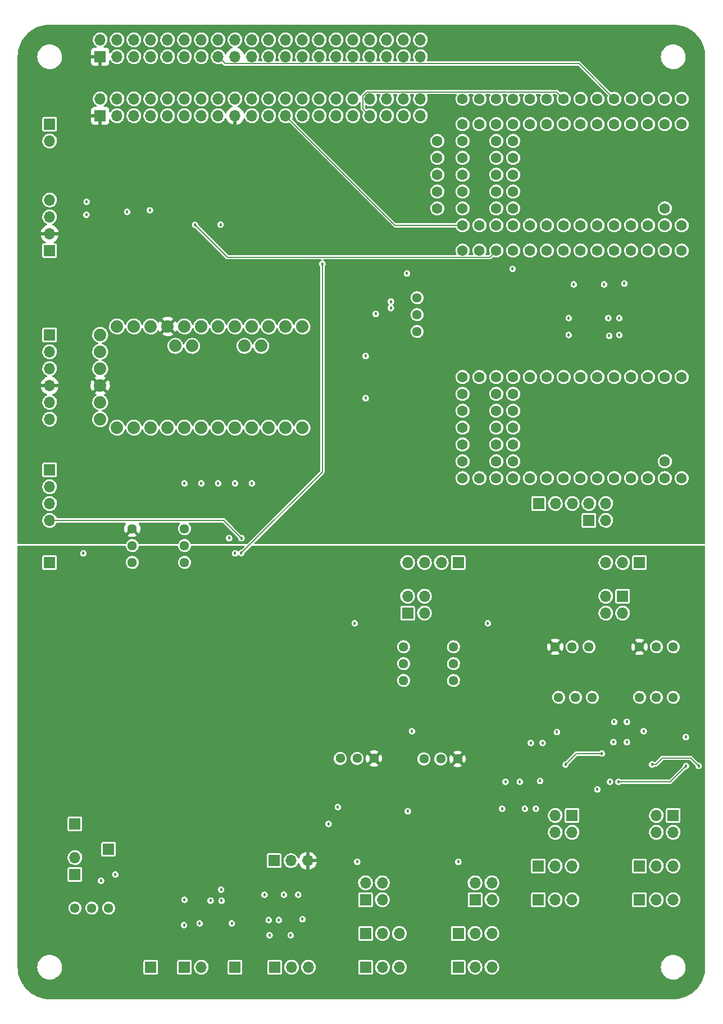
<source format=gbr>
%TF.GenerationSoftware,KiCad,Pcbnew,(6.0.4)*%
%TF.CreationDate,2022-04-16T00:48:39-07:00*%
%TF.ProjectId,main_board,6d61696e-5f62-46f6-9172-642e6b696361,rev?*%
%TF.SameCoordinates,PX48ab840PYb340ac0*%
%TF.FileFunction,Copper,L2,Inr*%
%TF.FilePolarity,Positive*%
%FSLAX46Y46*%
G04 Gerber Fmt 4.6, Leading zero omitted, Abs format (unit mm)*
G04 Created by KiCad (PCBNEW (6.0.4)) date 2022-04-16 00:48:39*
%MOMM*%
%LPD*%
G01*
G04 APERTURE LIST*
%TA.AperFunction,ComponentPad*%
%ADD10C,1.440000*%
%TD*%
%TA.AperFunction,ComponentPad*%
%ADD11R,1.700000X1.700000*%
%TD*%
%TA.AperFunction,ComponentPad*%
%ADD12O,1.700000X1.700000*%
%TD*%
%TA.AperFunction,ComponentPad*%
%ADD13C,1.879600*%
%TD*%
%TA.AperFunction,ComponentPad*%
%ADD14C,1.600000*%
%TD*%
%TA.AperFunction,ViaPad*%
%ADD15C,0.457200*%
%TD*%
%TA.AperFunction,Conductor*%
%ADD16C,0.127000*%
%TD*%
G04 APERTURE END LIST*
D10*
%TO.N,Net-(InputB_Gain1-Pad1)*%
%TO.C,InputB_Gain1*%
X60858400Y43180000D03*
%TO.N,Net-(InputB_Gain1-Pad2)*%
X60858400Y45720000D03*
X60858400Y48260000D03*
%TD*%
%TO.N,Net-(GalvoB_Gain1-Pad1)*%
%TO.C,GalvoB_Gain1*%
X76698000Y40640000D03*
%TO.N,Net-(GalvoB_Gain1-Pad2)*%
X79238000Y40640000D03*
X81778000Y40640000D03*
%TD*%
D11*
%TO.N,+3V3*%
%TO.C,J3*%
X7620000Y128265000D03*
D12*
%TO.N,+5V*%
X7620000Y130805000D03*
%TO.N,Net-(J11-Pad4)*%
X10160000Y128265000D03*
%TO.N,+5V*%
X10160000Y130805000D03*
%TO.N,Net-(J11-Pad3)*%
X12700000Y128265000D03*
%TO.N,GND*%
X12700000Y130805000D03*
%TO.N,Net-(J27-Pad7)*%
X15240000Y128265000D03*
%TO.N,Net-(J27-Pad8)*%
X15240000Y130805000D03*
%TO.N,GND*%
X17780000Y128265000D03*
%TO.N,Net-(J27-Pad10)*%
X17780000Y130805000D03*
%TO.N,Net-(J27-Pad11)*%
X20320000Y128265000D03*
%TO.N,Net-(J27-Pad12)*%
X20320000Y130805000D03*
%TO.N,Net-(J27-Pad13)*%
X22860000Y128265000D03*
%TO.N,GND*%
X22860000Y130805000D03*
%TO.N,Net-(J27-Pad15)*%
X25400000Y128265000D03*
%TO.N,Net-(J27-Pad16)*%
X25400000Y130805000D03*
%TO.N,+3V3*%
X27940000Y128265000D03*
%TO.N,Net-(J27-Pad18)*%
X27940000Y130805000D03*
%TO.N,Net-(J27-Pad19)*%
X30480000Y128265000D03*
%TO.N,GND*%
X30480000Y130805000D03*
%TO.N,Net-(J27-Pad21)*%
X33020000Y128265000D03*
%TO.N,Net-(J27-Pad22)*%
X33020000Y130805000D03*
%TO.N,Net-(J27-Pad23)*%
X35560000Y128265000D03*
%TO.N,Net-(J27-Pad24)*%
X35560000Y130805000D03*
%TO.N,GND*%
X38100000Y128265000D03*
%TO.N,Net-(J27-Pad26)*%
X38100000Y130805000D03*
%TO.N,Net-(J27-Pad27)*%
X40640000Y128265000D03*
%TO.N,Net-(J27-Pad28)*%
X40640000Y130805000D03*
%TO.N,/Prog_Reset*%
X43180000Y128265000D03*
%TO.N,GND*%
X43180000Y130805000D03*
%TO.N,/Veapons Hot*%
X45720000Y128265000D03*
%TO.N,Net-(J27-Pad32)*%
X45720000Y130805000D03*
%TO.N,Net-(J27-Pad33)*%
X48260000Y128265000D03*
%TO.N,GND*%
X48260000Y130805000D03*
%TO.N,Net-(J27-Pad35)*%
X50800000Y128265000D03*
%TO.N,Net-(J27-Pad36)*%
X50800000Y130805000D03*
%TO.N,Net-(J27-Pad37)*%
X53340000Y128265000D03*
%TO.N,Net-(J27-Pad38)*%
X53340000Y130805000D03*
%TO.N,GND*%
X55880000Y128265000D03*
%TO.N,Net-(J27-Pad40)*%
X55880000Y130805000D03*
%TD*%
D11*
%TO.N,LED_trigger*%
%TO.C,TP2*%
X8890000Y17780000D03*
%TD*%
%TO.N,Net-(J20-Pad1)*%
%TO.C,J20*%
X88900000Y60960000D03*
D12*
%TO.N,GND*%
X86360000Y60960000D03*
%TO.N,Net-(J20-Pad3)*%
X83820000Y60960000D03*
%TD*%
D11*
%TO.N,Net-(J20-Pad1)*%
%TO.C,J21*%
X86360000Y55880000D03*
D12*
%TO.N,Net-(J21-Pad2)*%
X86360000Y53340000D03*
%TO.N,Net-(J20-Pad3)*%
X83820000Y55880000D03*
%TO.N,Net-(J21-Pad4)*%
X83820000Y53340000D03*
%TD*%
D10*
%TO.N,+15V*%
%TO.C,GalvoA_Offset1*%
X88900000Y48260000D03*
%TO.N,Net-(GalvoA_Offset1-Pad2)*%
X91440000Y48260000D03*
%TO.N,-15V*%
X93980000Y48260000D03*
%TD*%
D11*
%TO.N,GND*%
%TO.C,J7*%
X3810000Y13970000D03*
D12*
%TO.N,Net-(J7-Pad2)*%
X3810000Y16510000D03*
%TD*%
D11*
%TO.N,Net-(J23-Pad1)*%
%TO.C,J23*%
X78740000Y22860000D03*
D12*
%TO.N,Net-(J10-Pad3)*%
X78740000Y20320000D03*
%TO.N,Net-(J23-Pad3)*%
X76200000Y22860000D03*
%TO.N,Net-(J10-Pad2)*%
X76200000Y20320000D03*
%TD*%
D11*
%TO.N,-15V*%
%TO.C,J22*%
X33835000Y16040000D03*
D12*
%TO.N,GND*%
X36375000Y16040000D03*
%TO.N,+15V*%
X38915000Y16040000D03*
%TD*%
D11*
%TO.N,Net-(J24-Pad1)*%
%TO.C,J24*%
X93980000Y22860000D03*
D12*
%TO.N,Net-(J24-Pad2)*%
X93980000Y20320000D03*
%TO.N,Net-(J24-Pad3)*%
X91440000Y22860000D03*
%TO.N,Net-(J24-Pad4)*%
X91440000Y20320000D03*
%TD*%
D10*
%TO.N,+5V*%
%TO.C,Cam_Input1*%
X20320000Y66050000D03*
%TO.N,Net-(Cam_Input1-Pad2)*%
X20320000Y63510000D03*
%TO.N,GND*%
X20320000Y60970000D03*
%TD*%
%TO.N,+3V3*%
%TO.C,Cam_Output1*%
X12446000Y66040000D03*
%TO.N,Net-(Cam_Output1-Pad2)*%
X12446000Y63500000D03*
%TO.N,GND*%
X12446000Y60960000D03*
%TD*%
%TO.N,Net-(InputA_Gain1-Pad1)*%
%TO.C,InputA_Gain1*%
X53340000Y43180000D03*
%TO.N,Net-(InputA_Gain1-Pad2)*%
X53340000Y45720000D03*
X53340000Y48260000D03*
%TD*%
D11*
%TO.N,+3V3*%
%TO.C,J27*%
X7620000Y137160000D03*
D12*
%TO.N,+5V*%
X7620000Y139700000D03*
%TO.N,Net-(J11-Pad4)*%
X10160000Y137160000D03*
%TO.N,+5V*%
X10160000Y139700000D03*
%TO.N,Net-(J11-Pad3)*%
X12700000Y137160000D03*
%TO.N,GND*%
X12700000Y139700000D03*
%TO.N,Net-(J27-Pad7)*%
X15240000Y137160000D03*
%TO.N,Net-(J27-Pad8)*%
X15240000Y139700000D03*
%TO.N,GND*%
X17780000Y137160000D03*
%TO.N,Net-(J27-Pad10)*%
X17780000Y139700000D03*
%TO.N,Net-(J27-Pad11)*%
X20320000Y137160000D03*
%TO.N,Net-(J27-Pad12)*%
X20320000Y139700000D03*
%TO.N,Net-(J27-Pad13)*%
X22860000Y137160000D03*
%TO.N,GND*%
X22860000Y139700000D03*
%TO.N,Net-(J27-Pad15)*%
X25400000Y137160000D03*
%TO.N,Net-(J27-Pad16)*%
X25400000Y139700000D03*
%TO.N,+3V3*%
X27940000Y137160000D03*
%TO.N,Net-(J27-Pad18)*%
X27940000Y139700000D03*
%TO.N,Net-(J27-Pad19)*%
X30480000Y137160000D03*
%TO.N,GND*%
X30480000Y139700000D03*
%TO.N,Net-(J27-Pad21)*%
X33020000Y137160000D03*
%TO.N,Net-(J27-Pad22)*%
X33020000Y139700000D03*
%TO.N,Net-(J27-Pad23)*%
X35560000Y137160000D03*
%TO.N,Net-(J27-Pad24)*%
X35560000Y139700000D03*
%TO.N,GND*%
X38100000Y137160000D03*
%TO.N,Net-(J27-Pad26)*%
X38100000Y139700000D03*
%TO.N,Net-(J27-Pad27)*%
X40640000Y137160000D03*
%TO.N,Net-(J27-Pad28)*%
X40640000Y139700000D03*
%TO.N,/Prog_Reset*%
X43180000Y137160000D03*
%TO.N,GND*%
X43180000Y139700000D03*
%TO.N,/Veapons Hot*%
X45720000Y137160000D03*
%TO.N,Net-(J27-Pad32)*%
X45720000Y139700000D03*
%TO.N,Net-(J27-Pad33)*%
X48260000Y137160000D03*
%TO.N,GND*%
X48260000Y139700000D03*
%TO.N,Net-(J27-Pad35)*%
X50800000Y137160000D03*
%TO.N,Net-(J27-Pad36)*%
X50800000Y139700000D03*
%TO.N,Net-(J27-Pad37)*%
X53340000Y137160000D03*
%TO.N,Net-(J27-Pad38)*%
X53340000Y139700000D03*
%TO.N,GND*%
X55880000Y137160000D03*
%TO.N,Net-(J27-Pad40)*%
X55880000Y139700000D03*
%TD*%
D11*
%TO.N,Net-(J12-Pad2)*%
%TO.C,TP5*%
X27940000Y0D03*
%TD*%
%TO.N,Net-(J14-Pad1)*%
%TO.C,J14*%
X47615000Y5080000D03*
D12*
%TO.N,GND*%
X50155000Y5080000D03*
%TO.N,Net-(J14-Pad3)*%
X52695000Y5080000D03*
%TD*%
D10*
%TO.N,+15V*%
%TO.C,GalvoB_Offset1*%
X76200000Y48260000D03*
%TO.N,Net-(GalvoB_Offset1-Pad2)*%
X78740000Y48260000D03*
%TO.N,-15V*%
X81280000Y48260000D03*
%TD*%
D11*
%TO.N,GND*%
%TO.C,J19*%
X61570000Y60960000D03*
D12*
%TO.N,Net-(J18-Pad4)*%
X59030000Y60960000D03*
%TO.N,GND*%
X56490000Y60960000D03*
%TO.N,Net-(J18-Pad2)*%
X53950000Y60960000D03*
%TD*%
D11*
%TO.N,Net-(FB3-Pad2)*%
%TO.C,J8*%
X33909000Y0D03*
D12*
%TO.N,Net-(FB2-Pad1)*%
X36449000Y0D03*
%TO.N,Net-(FB1-Pad2)*%
X38989000Y0D03*
%TD*%
D11*
%TO.N,GND*%
%TO.C,J26*%
X73660000Y10160000D03*
D12*
%TO.N,Net-(J10-Pad2)*%
X76200000Y10160000D03*
%TO.N,Net-(J10-Pad3)*%
X78740000Y10160000D03*
%TD*%
D13*
%TO.N,Net-(J28-Pad1)*%
%TO.C,U16*%
X7620000Y95250000D03*
%TO.N,Net-(J28-Pad2)*%
X7620000Y92710000D03*
%TO.N,Net-(J28-Pad3)*%
X7620000Y90170000D03*
%TO.N,+3V3*%
X7620000Y87630000D03*
%TO.N,GND*%
X7620000Y85090000D03*
X7620000Y82550000D03*
%TO.N,unconnected-(U16-PadJP2_1)*%
X21463000Y93599000D03*
%TO.N,unconnected-(U16-PadJP2_2)*%
X18923000Y93599000D03*
%TO.N,unconnected-(U16-PadJP3_1)*%
X31877000Y93599000D03*
%TO.N,unconnected-(U16-PadJP3_2)*%
X29337000Y93599000D03*
%TO.N,unconnected-(U16-PadJP6_1)*%
X10160000Y96520000D03*
%TO.N,GND*%
X12700000Y96520000D03*
%TO.N,unconnected-(U16-PadJP6_3)*%
X15240000Y96520000D03*
%TO.N,+3V3*%
X17780000Y96520000D03*
%TO.N,unconnected-(U16-PadJP6_5)*%
X20320000Y96520000D03*
%TO.N,unconnected-(U16-PadJP6_6)*%
X22860000Y96520000D03*
%TO.N,unconnected-(U16-PadJP6_7)*%
X25400000Y96520000D03*
%TO.N,unconnected-(U16-PadJP6_8)*%
X27940000Y96520000D03*
%TO.N,unconnected-(U16-PadJP6_9)*%
X30480000Y96520000D03*
%TO.N,unconnected-(U16-PadJP6_10)*%
X33020000Y96520000D03*
%TO.N,unconnected-(U16-PadJP6_11)*%
X35560000Y96520000D03*
%TO.N,unconnected-(U16-PadJP6_12)*%
X38100000Y96520000D03*
%TO.N,unconnected-(U16-PadJP7_1)*%
X38100000Y81280000D03*
%TO.N,unconnected-(U16-PadJP7_2)*%
X35560000Y81280000D03*
%TO.N,unconnected-(U16-PadJP7_3)*%
X33020000Y81280000D03*
%TO.N,unconnected-(U16-PadJP7_4)*%
X30480000Y81280000D03*
%TO.N,/Clear_Fault*%
X27940000Y81280000D03*
%TO.N,/LAZOR!!!*%
X25400000Y81280000D03*
%TO.N,/Fault*%
X22860000Y81280000D03*
%TO.N,/LAZOR?*%
X20320000Y81280000D03*
%TO.N,GND*%
X17780000Y81280000D03*
%TO.N,unconnected-(U16-PadJP7_10)*%
X15240000Y81280000D03*
%TO.N,unconnected-(U16-PadJP7_11)*%
X12700000Y81280000D03*
%TO.N,unconnected-(U16-PadJP7_12)*%
X10160000Y81280000D03*
%TD*%
D11*
%TO.N,GND*%
%TO.C,J12*%
X20320000Y0D03*
D12*
%TO.N,Net-(J12-Pad2)*%
X22860000Y0D03*
%TD*%
D11*
%TO.N,GND*%
%TO.C,J5*%
X81280000Y67310000D03*
D12*
%TO.N,Net-(J18-Pad4)*%
X81280000Y69850000D03*
%TO.N,GND*%
X83820000Y67310000D03*
%TO.N,Net-(J18-Pad2)*%
X83820000Y69850000D03*
%TD*%
D11*
%TO.N,Net-(J18-Pad1)*%
%TO.C,J18*%
X53950006Y53340000D03*
D12*
%TO.N,Net-(J18-Pad2)*%
X53950006Y55880000D03*
%TO.N,Net-(J18-Pad3)*%
X56490006Y53340000D03*
%TO.N,Net-(J18-Pad4)*%
X56490006Y55880000D03*
%TD*%
D11*
%TO.N,GND*%
%TO.C,J25*%
X88900000Y15240000D03*
D12*
%TO.N,Net-(J24-Pad4)*%
X91440000Y15240000D03*
%TO.N,Net-(J24-Pad2)*%
X93980000Y15240000D03*
%TD*%
D11*
%TO.N,Net-(J20-Pad1)*%
%TO.C,J6*%
X73675000Y69850000D03*
D12*
%TO.N,GND*%
X76215000Y69850000D03*
%TO.N,Net-(J20-Pad3)*%
X78755000Y69850000D03*
%TD*%
D11*
%TO.N,Net-(J1-Pad1)*%
%TO.C,J15*%
X61570000Y5080000D03*
D12*
%TO.N,GND*%
X64110000Y5080000D03*
%TO.N,Net-(J1-Pad3)*%
X66650000Y5080000D03*
%TD*%
D10*
%TO.N,+15V*%
%TO.C,InputB_offset1*%
X61478000Y31369000D03*
%TO.N,Net-(InputB_offset1-Pad2)*%
X58938000Y31369000D03*
%TO.N,-15V*%
X56398000Y31369000D03*
%TD*%
D11*
%TO.N,Net-(J14-Pad1)*%
%TO.C,J16*%
X47600006Y10154996D03*
D12*
%TO.N,Net-(J16-Pad2)*%
X47600006Y12694996D03*
%TO.N,Net-(J14-Pad3)*%
X50140006Y10154996D03*
%TO.N,Net-(J16-Pad4)*%
X50140006Y12694996D03*
%TD*%
D11*
%TO.N,Net-(J13-Pad1)*%
%TO.C,J13*%
X0Y127000000D03*
D12*
%TO.N,GND*%
X0Y124460000D03*
%TD*%
D11*
%TO.N,Net-(J28-Pad1)*%
%TO.C,J28*%
X0Y95250000D03*
D12*
%TO.N,Net-(J28-Pad2)*%
X0Y92710000D03*
%TO.N,Net-(J28-Pad3)*%
X0Y90170000D03*
%TO.N,+3V3*%
X0Y87630000D03*
%TO.N,GND*%
X0Y85090000D03*
X0Y82550000D03*
%TD*%
D10*
%TO.N,+5V*%
%TO.C,Prog1*%
X55372000Y95758000D03*
%TO.N,Net-(Prog1-Pad2)*%
X55372000Y98298000D03*
%TO.N,GND*%
X55372000Y100838000D03*
%TD*%
D11*
%TO.N,GND*%
%TO.C,J11*%
X0Y107960000D03*
D12*
%TO.N,+3V3*%
X0Y110500000D03*
%TO.N,Net-(J11-Pad3)*%
X0Y113040000D03*
%TO.N,Net-(J11-Pad4)*%
X0Y115580000D03*
%TD*%
D11*
%TO.N,/Cam_In*%
%TO.C,TP1*%
X0Y60960000D03*
%TD*%
%TO.N,Net-(J7-Pad2)*%
%TO.C,TP3*%
X3810000Y21590000D03*
%TD*%
D14*
%TO.N,GND*%
%TO.C,U11*%
X95250000Y88900000D03*
%TO.N,unconnected-(U11-Pad2)*%
X92710000Y88900000D03*
%TO.N,unconnected-(U11-Pad3)*%
X90170000Y88900000D03*
%TO.N,unconnected-(U11-Pad4)*%
X87630000Y88900000D03*
%TO.N,unconnected-(U11-Pad5)*%
X85090000Y88900000D03*
%TO.N,unconnected-(U11-Pad6)*%
X82550000Y88900000D03*
%TO.N,unconnected-(U11-Pad7)*%
X80010000Y88900000D03*
%TO.N,unconnected-(U11-Pad8)*%
X77470000Y88900000D03*
%TO.N,unconnected-(U11-Pad9)*%
X74930000Y88900000D03*
%TO.N,unconnected-(U11-Pad10)*%
X72390000Y88900000D03*
%TO.N,SGT_TX*%
X69850000Y88900000D03*
%TO.N,SGT_RX*%
X67310000Y88900000D03*
%TO.N,unconnected-(U11-Pad13)*%
X64770000Y88900000D03*
%TO.N,unconnected-(U11-Pad14)*%
X62230000Y88900000D03*
%TO.N,unconnected-(U11-Pad15)*%
X62230000Y86360000D03*
%TO.N,unconnected-(U11-Pad16)*%
X62230000Y83820000D03*
%TO.N,GND*%
X62230000Y81280000D03*
%TO.N,unconnected-(U11-Pad18)*%
X62230000Y78740000D03*
%TO.N,unconnected-(U11-Pad19)*%
X62230000Y76200000D03*
%TO.N,unconnected-(U11-Pad20)*%
X62230000Y73660000D03*
%TO.N,unconnected-(U11-Pad21)*%
X64770000Y73660000D03*
%TO.N,unconnected-(U11-Pad22)*%
X67310000Y73660000D03*
%TO.N,unconnected-(U11-Pad23)*%
X69850000Y73660000D03*
%TO.N,unconnected-(U11-Pad24)*%
X72390000Y73660000D03*
%TO.N,SGT_SDA*%
X74930000Y73660000D03*
%TO.N,SGT_SCL*%
X77470000Y73660000D03*
%TO.N,SGT_LRCLK*%
X80010000Y73660000D03*
%TO.N,SGT_BCLK*%
X82550000Y73660000D03*
%TO.N,unconnected-(U11-Pad29)*%
X85090000Y73660000D03*
%TO.N,SGT_MCLK*%
X87630000Y73660000D03*
%TO.N,SGT_3.3*%
X90170000Y73660000D03*
%TO.N,GND*%
X92710000Y73660000D03*
%TO.N,unconnected-(U11-Pad33)*%
X95250000Y73660000D03*
%TO.N,unconnected-(U11-Pad34)*%
X92710000Y76200000D03*
%TO.N,unconnected-(U11-Pad35)*%
X67310000Y76200000D03*
%TO.N,unconnected-(U11-Pad36)*%
X69850000Y76200000D03*
%TO.N,unconnected-(U11-Pad37)*%
X67310000Y78740000D03*
%TO.N,unconnected-(U11-Pad38)*%
X69850000Y78740000D03*
%TO.N,unconnected-(U11-Pad39)*%
X67310000Y81280000D03*
%TO.N,unconnected-(U11-Pad40)*%
X69850000Y81280000D03*
%TO.N,unconnected-(U11-Pad41)*%
X67310000Y83820000D03*
%TO.N,unconnected-(U11-Pad42)*%
X69850000Y83820000D03*
%TO.N,unconnected-(U11-Pad43)*%
X67310000Y86360000D03*
%TO.N,unconnected-(U11-Pad44)*%
X69850000Y86360000D03*
%TD*%
D11*
%TO.N,GND*%
%TO.C,J9*%
X88900000Y10160000D03*
D12*
%TO.N,Net-(J24-Pad4)*%
X91440000Y10160000D03*
%TO.N,Net-(J24-Pad2)*%
X93980000Y10160000D03*
%TD*%
D11*
%TO.N,Net-(J1-Pad1)*%
%TO.C,J17*%
X64110006Y10160000D03*
D12*
%TO.N,Net-(J17-Pad2)*%
X64110006Y12700000D03*
%TO.N,Net-(J1-Pad3)*%
X66650006Y10160000D03*
%TO.N,Net-(J17-Pad4)*%
X66650006Y12700000D03*
%TD*%
D10*
%TO.N,+5V*%
%TO.C,LED_Trigger1*%
X8890000Y8890000D03*
%TO.N,Net-(LED_Trigger1-Pad2)*%
X6350000Y8890000D03*
%TO.N,GND*%
X3810000Y8890000D03*
%TD*%
%TO.N,+15V*%
%TO.C,InputA_offset1*%
X48879600Y31445200D03*
%TO.N,Net-(InputA_offset1-Pad2)*%
X46339600Y31445200D03*
%TO.N,-15V*%
X43799600Y31445200D03*
%TD*%
D11*
%TO.N,Net-(C7-Pad1)*%
%TO.C,TP4*%
X15240000Y0D03*
%TD*%
D14*
%TO.N,GND*%
%TO.C,U10*%
X95250000Y130810000D03*
X95250000Y127000000D03*
%TO.N,unconnected-(U10-Pad2)*%
X92710000Y127000000D03*
X92710000Y130810000D03*
%TO.N,unconnected-(U10-Pad3)*%
X90170000Y127000000D03*
X90170000Y130810000D03*
%TO.N,PWM_DAC*%
X87630000Y130810000D03*
X87630000Y127000000D03*
%TO.N,Net-(J27-Pad15)*%
X85090000Y127000000D03*
X85090000Y130810000D03*
%TO.N,Net-(J27-Pad7)*%
X82550000Y130810000D03*
X82550000Y127000000D03*
%TO.N,Net-(J27-Pad32)*%
X80010000Y130810000D03*
X80010000Y127000000D03*
%TO.N,Net-(J27-Pad33)*%
X77470000Y130810000D03*
X77470000Y127000000D03*
%TO.N,SGT_TX*%
X74930000Y130810000D03*
X74930000Y127000000D03*
%TO.N,SGT_RX*%
X72390000Y130810000D03*
X72390000Y127000000D03*
%TO.N,unconnected-(U10-Pad11)*%
X69850000Y127000000D03*
X69850000Y130810000D03*
%TO.N,Net-(J27-Pad24)*%
X67310000Y127000000D03*
X67310000Y130810000D03*
%TO.N,Net-(J27-Pad21)*%
X64770000Y127000000D03*
X64770000Y130810000D03*
%TO.N,Net-(J27-Pad19)*%
X62230000Y127000000D03*
X62230000Y130810000D03*
%TO.N,unconnected-(U10-Pad15)*%
X58420000Y124460000D03*
X62230000Y124460000D03*
%TO.N,unconnected-(U10-Pad16)*%
X58420000Y121920000D03*
X62230000Y121920000D03*
%TO.N,GND*%
X62230000Y119380000D03*
X58420000Y119380000D03*
%TO.N,Net-(Q1-Pad3)*%
X58420000Y116840000D03*
X62230000Y116840000D03*
%TO.N,unconnected-(U10-Pad19)*%
X58420000Y114300000D03*
X62230000Y114300000D03*
%TO.N,Net-(J27-Pad23)*%
X62230000Y107950000D03*
X62230000Y111760000D03*
%TO.N,unconnected-(U10-Pad21)*%
X64770000Y111760000D03*
X64770000Y107950000D03*
%TO.N,/LAZOR?*%
X67310000Y111760000D03*
X67310000Y107950000D03*
%TO.N,/Clear_Fault*%
X69850000Y107950000D03*
X69850000Y111760000D03*
%TO.N,/Fault*%
X72390000Y107950000D03*
X72390000Y111760000D03*
%TO.N,SGT_SDA*%
X74930000Y107950000D03*
X74930000Y111760000D03*
%TO.N,SGT_SCL*%
X77470000Y107950000D03*
X77470000Y111760000D03*
%TO.N,SGT_LRCLK*%
X80010000Y111760000D03*
X80010000Y107950000D03*
%TO.N,SGT_BCLK*%
X82550000Y107950000D03*
X82550000Y111760000D03*
%TO.N,unconnected-(U10-Pad29)*%
X85090000Y107950000D03*
X85090000Y111760000D03*
%TO.N,SGT_MCLK*%
X87630000Y107950000D03*
X87630000Y111760000D03*
%TO.N,SGT_3.3*%
X90170000Y111760000D03*
X90170000Y107950000D03*
%TO.N,GND*%
X92710000Y111760000D03*
X92710000Y107950000D03*
%TO.N,+5V*%
X95250000Y111760000D03*
X95250000Y107950000D03*
%TO.N,unconnected-(U10-Pad34)*%
X92710000Y114300000D03*
%TO.N,unconnected-(U10-Pad35)*%
X67310000Y114300000D03*
%TO.N,unconnected-(U10-Pad36)*%
X69850000Y114300000D03*
%TO.N,unconnected-(U10-Pad37)*%
X67310000Y116840000D03*
%TO.N,unconnected-(U10-Pad38)*%
X69850000Y116840000D03*
%TO.N,unconnected-(U10-Pad39)*%
X67310000Y119380000D03*
%TO.N,unconnected-(U10-Pad40)*%
X69850000Y119380000D03*
%TO.N,unconnected-(U10-Pad41)*%
X67310000Y121920000D03*
%TO.N,unconnected-(U10-Pad42)*%
X69850000Y121920000D03*
%TO.N,unconnected-(U10-Pad43)*%
X67310000Y124460000D03*
%TO.N,unconnected-(U10-Pad44)*%
X69850000Y124460000D03*
%TD*%
D10*
%TO.N,Net-(GalvoA_Gain1-Pad1)*%
%TO.C,GalvoA_Gain1*%
X88890000Y40640000D03*
%TO.N,Net-(GalvoA_Gain1-Pad2)*%
X91430000Y40640000D03*
X93970000Y40640000D03*
%TD*%
D11*
%TO.N,GND*%
%TO.C,J4*%
X0Y74920000D03*
D12*
X0Y72380000D03*
%TO.N,LED_trigger*%
X0Y69840000D03*
%TO.N,/Cam_In*%
X0Y67300000D03*
%TD*%
D11*
%TO.N,Net-(J1-Pad1)*%
%TO.C,J1*%
X61570000Y0D03*
D12*
%TO.N,GND*%
X64110000Y0D03*
%TO.N,Net-(J1-Pad3)*%
X66650000Y0D03*
%TD*%
D11*
%TO.N,GND*%
%TO.C,J10*%
X73660000Y15240000D03*
D12*
%TO.N,Net-(J10-Pad2)*%
X76200000Y15240000D03*
%TO.N,Net-(J10-Pad3)*%
X78740000Y15240000D03*
%TD*%
D11*
%TO.N,Net-(J14-Pad1)*%
%TO.C,J2*%
X47615000Y0D03*
D12*
%TO.N,GND*%
X50155000Y0D03*
%TO.N,Net-(J14-Pad3)*%
X52695000Y0D03*
%TD*%
D15*
%TO.N,GND*%
X45974000Y51816000D03*
X66040000Y51816000D03*
%TO.N,Net-(J13-Pad1)*%
X5562600Y115290600D03*
%TO.N,+3V3*%
X4064000Y64643000D03*
X76708000Y95377000D03*
X76581000Y97790000D03*
X-2844800Y71551800D03*
X18084800Y116763800D03*
X15113000Y114681000D03*
X75946000Y102870000D03*
%TO.N,+15V*%
X88265000Y22860000D03*
X40386000Y10922000D03*
X35306000Y21590000D03*
X39497000Y4953000D03*
X80391000Y30480000D03*
X93345000Y30480000D03*
X66548000Y19685000D03*
X15367000Y6350000D03*
X66421000Y23876000D03*
X59055000Y27305000D03*
X51435000Y19685000D03*
X65659000Y28067000D03*
X35306000Y24130000D03*
X59563000Y39370000D03*
X39624000Y7239000D03*
%TO.N,-15V*%
X46355000Y15875000D03*
X33020000Y7112000D03*
X89535000Y35560000D03*
X42037000Y21590000D03*
X76454000Y35433000D03*
X84455000Y27940000D03*
X61595000Y15875000D03*
X43434000Y24130000D03*
X20320000Y10160000D03*
X32385000Y10922000D03*
X73279000Y23876000D03*
X53975000Y23495000D03*
X54610000Y35560000D03*
X73914000Y28067000D03*
X33147000Y4826000D03*
%TO.N,+5V*%
X49149000Y98425000D03*
X11684000Y113792000D03*
X7752500Y13020000D03*
X27051000Y64643000D03*
X84201000Y97790000D03*
X5537200Y113360200D03*
X84328000Y95123000D03*
X83566000Y102870000D03*
%TO.N,Net-(J27-Pad15)*%
X41097200Y105943400D03*
X28879800Y62382400D03*
%TO.N,PWM_DAC*%
X25845000Y11684000D03*
%TO.N,Net-(C7-Pad1)*%
X27445000Y6604000D03*
X20255000Y6350000D03*
%TO.N,Net-(R24-Pad2)*%
X97815400Y30327600D03*
X90805000Y30545000D03*
%TO.N,Net-(R30-Pad2)*%
X83235800Y32181800D03*
X77749400Y30530800D03*
%TO.N,Net-(R25-Pad2)*%
X95910400Y30302200D03*
X85725000Y27914600D03*
%TO.N,GND*%
X53848000Y104521000D03*
X70866000Y27940000D03*
X5080000Y62357000D03*
X27940000Y72898000D03*
X68199000Y23876000D03*
X47625000Y85725000D03*
X20320000Y72898000D03*
X71628000Y23876000D03*
X74295000Y33782000D03*
X25400000Y72898000D03*
X25755600Y111861600D03*
X25908000Y10033000D03*
X15113000Y114046000D03*
X22860000Y72898000D03*
X27940000Y62357000D03*
X37465000Y10922000D03*
X82550000Y26797000D03*
X38100000Y7239000D03*
X95885000Y34671000D03*
X68707000Y27940000D03*
X22606000Y6604000D03*
X9906000Y13970000D03*
X86995000Y36957000D03*
X78994000Y102870000D03*
X47625000Y92075000D03*
X78232000Y95250000D03*
X36322000Y4826000D03*
X85090000Y36957000D03*
X85852000Y97790000D03*
X84963000Y33909000D03*
X34544000Y7112000D03*
X85852000Y95250000D03*
X51435000Y99314000D03*
X86995000Y33909000D03*
X35306000Y10922000D03*
X24257000Y10033000D03*
X30480000Y72898000D03*
X72517000Y33782000D03*
X86614000Y102997000D03*
X78232000Y97790000D03*
%TO.N,/LAZOR?*%
X21908000Y111823000D03*
%TO.N,/Prog_Reset*%
X51429500Y100264000D03*
%TO.N,/Cam_In*%
X28905200Y64617600D03*
%TO.N,/Fault*%
X69773800Y105206800D03*
%TD*%
D16*
%TO.N,Net-(J27-Pad15)*%
X85090000Y130810000D02*
X79780011Y136119989D01*
X41097200Y74599800D02*
X41097200Y105943400D01*
X26440011Y136119989D02*
X25400000Y137160000D01*
X28879800Y62382400D02*
X41097200Y74599800D01*
X79780011Y136119989D02*
X26440011Y136119989D01*
%TO.N,Net-(J27-Pad23)*%
X35560000Y128265000D02*
X52065000Y111760000D01*
X52065000Y111760000D02*
X62230000Y111760000D01*
%TO.N,Net-(J27-Pad33)*%
X47219989Y131235788D02*
X47219989Y129305011D01*
X47219989Y129305011D02*
X48260000Y128265000D01*
X77470000Y130810000D02*
X76434989Y131845011D01*
X76434989Y131845011D02*
X47829212Y131845011D01*
X47829212Y131845011D02*
X47219989Y131235788D01*
%TO.N,Net-(R24-Pad2)*%
X92354400Y31521400D02*
X96621600Y31521400D01*
X90805000Y30545000D02*
X91378000Y30545000D01*
X91378000Y30545000D02*
X92354400Y31521400D01*
X96621600Y31521400D02*
X97815400Y30327600D01*
%TO.N,Net-(R30-Pad2)*%
X83235800Y32181800D02*
X79400400Y32181800D01*
X79400400Y32181800D02*
X77749400Y30530800D01*
%TO.N,Net-(R25-Pad2)*%
X95910400Y30302200D02*
X93522800Y27914600D01*
X93522800Y27914600D02*
X85725000Y27914600D01*
%TO.N,/LAZOR?*%
X21908000Y111823000D02*
X26771011Y106959989D01*
X66319989Y106959989D02*
X67310000Y107950000D01*
X26771011Y106959989D02*
X66319989Y106959989D01*
%TO.N,/Cam_In*%
X0Y67300000D02*
X26222800Y67300000D01*
X26222800Y67300000D02*
X28905200Y64617600D01*
%TD*%
%TA.AperFunction,Conductor*%
%TO.N,+15V*%
G36*
X11420286Y63479998D02*
G01*
X11466779Y63426342D01*
X11477723Y63384545D01*
X11481516Y63339375D01*
X11482872Y63323233D01*
X11535549Y63139527D01*
X11538367Y63134045D01*
X11538368Y63134041D01*
X11620085Y62975037D01*
X11620088Y62975033D01*
X11622905Y62969551D01*
X11741612Y62819780D01*
X11746306Y62815785D01*
X11861215Y62717990D01*
X11887149Y62695918D01*
X11892527Y62692912D01*
X11892529Y62692911D01*
X11932733Y62670442D01*
X12053972Y62602684D01*
X12235728Y62543628D01*
X12425493Y62521000D01*
X12431628Y62521472D01*
X12431630Y62521472D01*
X12495393Y62526378D01*
X12616039Y62535661D01*
X12800108Y62587055D01*
X12819905Y62597055D01*
X12965189Y62670442D01*
X12965191Y62670443D01*
X12970690Y62673221D01*
X13121286Y62790880D01*
X13125312Y62795544D01*
X13125315Y62795547D01*
X13242134Y62930884D01*
X13246161Y62935549D01*
X13340557Y63101717D01*
X13345830Y63117566D01*
X13398934Y63277204D01*
X13400881Y63283056D01*
X13407996Y63339375D01*
X13414365Y63389792D01*
X13442747Y63454869D01*
X13501806Y63494270D01*
X13539371Y63500000D01*
X19227005Y63500000D01*
X19295126Y63479998D01*
X19341619Y63426342D01*
X19352563Y63384544D01*
X19353449Y63374000D01*
X19356872Y63333233D01*
X19409549Y63149527D01*
X19412367Y63144045D01*
X19412368Y63144041D01*
X19494085Y62985037D01*
X19494088Y62985033D01*
X19496905Y62979551D01*
X19615612Y62829780D01*
X19620306Y62825785D01*
X19738975Y62724790D01*
X19761149Y62705918D01*
X19766527Y62702912D01*
X19766529Y62702911D01*
X19824626Y62670442D01*
X19927972Y62612684D01*
X20109728Y62553628D01*
X20299493Y62531000D01*
X20305628Y62531472D01*
X20305630Y62531472D01*
X20369393Y62536378D01*
X20490039Y62545661D01*
X20674108Y62597055D01*
X20679612Y62599835D01*
X20839189Y62680442D01*
X20839191Y62680443D01*
X20844690Y62683221D01*
X20995286Y62800880D01*
X20999312Y62805544D01*
X20999315Y62805547D01*
X21083062Y62902569D01*
X21120161Y62945549D01*
X21214557Y63111717D01*
X21274881Y63293056D01*
X21287102Y63389795D01*
X21315482Y63454868D01*
X21374542Y63494270D01*
X21412107Y63500000D01*
X29243490Y63500000D01*
X29311611Y63479998D01*
X29358104Y63426342D01*
X29368208Y63356068D01*
X29338714Y63291488D01*
X29332585Y63284905D01*
X28950249Y62902569D01*
X28887937Y62868543D01*
X28860386Y62865666D01*
X28813562Y62865952D01*
X28804931Y62863485D01*
X28804929Y62863485D01*
X28689141Y62830393D01*
X28689138Y62830392D01*
X28680507Y62827925D01*
X28563473Y62754082D01*
X28535099Y62721954D01*
X28493129Y62674433D01*
X28433043Y62636615D01*
X28362050Y62637285D01*
X28303235Y62675593D01*
X28277105Y62705918D01*
X28260844Y62724790D01*
X28144721Y62800057D01*
X28136119Y62802629D01*
X28136116Y62802631D01*
X28043285Y62830393D01*
X28012141Y62839707D01*
X28003165Y62839762D01*
X28003164Y62839762D01*
X27943941Y62840123D01*
X27873762Y62840552D01*
X27865131Y62838085D01*
X27865129Y62838085D01*
X27749341Y62804993D01*
X27749338Y62804992D01*
X27740707Y62802525D01*
X27623673Y62728682D01*
X27532069Y62624960D01*
X27528255Y62616837D01*
X27528254Y62616835D01*
X27513494Y62585397D01*
X27473258Y62499697D01*
X27471878Y62490832D01*
X27471877Y62490830D01*
X27470985Y62485097D01*
X27451968Y62362963D01*
X27453132Y62354061D01*
X27453132Y62354058D01*
X27468746Y62234654D01*
X27468747Y62234650D01*
X27469911Y62225749D01*
X27525644Y62099086D01*
X27614687Y61993157D01*
X27729881Y61916477D01*
X27823290Y61887294D01*
X27853398Y61877887D01*
X27853399Y61877887D01*
X27861967Y61875210D01*
X27927599Y61874008D01*
X27991348Y61872839D01*
X27991351Y61872839D01*
X28000326Y61872675D01*
X28008989Y61875037D01*
X28008991Y61875037D01*
X28125171Y61906711D01*
X28133835Y61909073D01*
X28251762Y61981481D01*
X28268866Y62000377D01*
X28327955Y62065657D01*
X28388499Y62102738D01*
X28459479Y62101200D01*
X28517821Y62062176D01*
X28548709Y62025429D01*
X28548715Y62025424D01*
X28554487Y62018557D01*
X28669681Y61941877D01*
X28759549Y61913800D01*
X28793198Y61903287D01*
X28793199Y61903287D01*
X28801767Y61900610D01*
X28867399Y61899408D01*
X28931148Y61898239D01*
X28931151Y61898239D01*
X28940126Y61898075D01*
X28948789Y61900437D01*
X28948791Y61900437D01*
X29064971Y61932111D01*
X29073635Y61934473D01*
X29191562Y62006881D01*
X29284427Y62109476D01*
X29312945Y62168337D01*
X29340850Y62225932D01*
X29340851Y62225934D01*
X29344764Y62234011D01*
X29364267Y62349937D01*
X29366915Y62365677D01*
X29366915Y62365679D01*
X29367722Y62370475D01*
X29367782Y62375336D01*
X29368165Y62379611D01*
X29394175Y62445672D01*
X29404566Y62457446D01*
X30410215Y63463095D01*
X30472527Y63497121D01*
X30499310Y63500000D01*
X98679500Y63500000D01*
X98747621Y63479998D01*
X98794114Y63426342D01*
X98805500Y63374000D01*
X98805500Y37476D01*
X98803079Y12897D01*
X98800514Y0D01*
X98802935Y-12170D01*
X98802935Y-22599D01*
X98803940Y-35735D01*
X98787378Y-415074D01*
X98786420Y-426023D01*
X98739830Y-779913D01*
X98732908Y-832488D01*
X98731001Y-843301D01*
X98642266Y-1243560D01*
X98639421Y-1254176D01*
X98529581Y-1602548D01*
X98516143Y-1645167D01*
X98512387Y-1655488D01*
X98429954Y-1854500D01*
X98355491Y-2034268D01*
X98350845Y-2044230D01*
X98161548Y-2407867D01*
X98156052Y-2417387D01*
X97935777Y-2763148D01*
X97929473Y-2772152D01*
X97679892Y-3097413D01*
X97672828Y-3105830D01*
X97513856Y-3279319D01*
X97395861Y-3408088D01*
X97388092Y-3415857D01*
X97085833Y-3692826D01*
X97077413Y-3699892D01*
X96752152Y-3949473D01*
X96743148Y-3955777D01*
X96397387Y-4176052D01*
X96387868Y-4181547D01*
X96024221Y-4370849D01*
X96014277Y-4375487D01*
X95635488Y-4532387D01*
X95625175Y-4536140D01*
X95234177Y-4659421D01*
X95223566Y-4662264D01*
X94823301Y-4751001D01*
X94812496Y-4752907D01*
X94406024Y-4806420D01*
X94395075Y-4807378D01*
X94338600Y-4809844D01*
X94015735Y-4823940D01*
X94002599Y-4822935D01*
X93992170Y-4822935D01*
X93980000Y-4820514D01*
X93967103Y-4823079D01*
X93942524Y-4825500D01*
X37476Y-4825500D01*
X12897Y-4823079D01*
X0Y-4820514D01*
X-12170Y-4822935D01*
X-22599Y-4822935D01*
X-35735Y-4823940D01*
X-358600Y-4809844D01*
X-415075Y-4807378D01*
X-426024Y-4806420D01*
X-832496Y-4752907D01*
X-843301Y-4751001D01*
X-1243566Y-4662264D01*
X-1254177Y-4659421D01*
X-1645175Y-4536140D01*
X-1655488Y-4532387D01*
X-2034277Y-4375487D01*
X-2044221Y-4370849D01*
X-2407868Y-4181547D01*
X-2417387Y-4176052D01*
X-2763148Y-3955777D01*
X-2772152Y-3949473D01*
X-3097413Y-3699892D01*
X-3105833Y-3692826D01*
X-3408092Y-3415857D01*
X-3415861Y-3408088D01*
X-3533855Y-3279319D01*
X-3692828Y-3105830D01*
X-3699892Y-3097413D01*
X-3949473Y-2772152D01*
X-3955777Y-2763148D01*
X-4176052Y-2417387D01*
X-4181548Y-2407867D01*
X-4370845Y-2044230D01*
X-4375491Y-2034268D01*
X-4449953Y-1854500D01*
X-4532387Y-1655488D01*
X-4536143Y-1645167D01*
X-4549580Y-1602548D01*
X-4659421Y-1254176D01*
X-4662266Y-1243560D01*
X-4751001Y-843301D01*
X-4752908Y-832488D01*
X-4759829Y-779913D01*
X-4806420Y-426023D01*
X-4807378Y-415074D01*
X-4823658Y-42186D01*
X-1858982Y-42186D01*
X-1833421Y-310100D01*
X-1832336Y-314534D01*
X-1832335Y-314540D01*
X-1805055Y-426024D01*
X-1769453Y-571518D01*
X-1668417Y-820963D01*
X-1532431Y-1053210D01*
X-1421386Y-1192065D01*
X-1380204Y-1243560D01*
X-1364342Y-1263395D01*
X-1167673Y-1447113D01*
X-946543Y-1600516D01*
X-705584Y-1720391D01*
X-701250Y-1721812D01*
X-701247Y-1721813D01*
X-454177Y-1802807D01*
X-454171Y-1802808D01*
X-449844Y-1804227D01*
X-445353Y-1805007D01*
X-445352Y-1805007D01*
X-188462Y-1849611D01*
X-188454Y-1849612D01*
X-184681Y-1850267D01*
X-180844Y-1850458D01*
X-101223Y-1854422D01*
X-101215Y-1854422D01*
X-99652Y-1854500D01*
X68374Y-1854500D01*
X70642Y-1854335D01*
X70654Y-1854335D01*
X201457Y-1844844D01*
X268425Y-1839985D01*
X272880Y-1839001D01*
X272883Y-1839001D01*
X526770Y-1782947D01*
X526772Y-1782946D01*
X531226Y-1781963D01*
X782900Y-1686613D01*
X848064Y-1650418D01*
X1014179Y-1558149D01*
X1014180Y-1558148D01*
X1018172Y-1555931D01*
X1164842Y-1443996D01*
X1228491Y-1395421D01*
X1228495Y-1395417D01*
X1232116Y-1392654D01*
X1420249Y-1200203D01*
X1487571Y-1107712D01*
X1575942Y-986304D01*
X1575947Y-986297D01*
X1578630Y-982610D01*
X1703941Y-744433D01*
X1793557Y-490662D01*
X1818688Y-363156D01*
X1844720Y-231083D01*
X1844721Y-231077D01*
X1845601Y-226611D01*
X1854782Y-42186D01*
X1858755Y37617D01*
X1858755Y37623D01*
X1858982Y42186D01*
X1833421Y310100D01*
X1812032Y397513D01*
X1770539Y567080D01*
X1769453Y571518D01*
X1668417Y820963D01*
X1636738Y875067D01*
X14135500Y875067D01*
X14135501Y-875066D01*
X14150266Y-949301D01*
X14157161Y-959620D01*
X14157162Y-959622D01*
X14197516Y-1020015D01*
X14206516Y-1033484D01*
X14290699Y-1089734D01*
X14364933Y-1104500D01*
X15239858Y-1104500D01*
X16115066Y-1104499D01*
X16150818Y-1097388D01*
X16177126Y-1092156D01*
X16177128Y-1092155D01*
X16189301Y-1089734D01*
X16199621Y-1082839D01*
X16199622Y-1082838D01*
X16263168Y-1040377D01*
X16273484Y-1033484D01*
X16329734Y-949301D01*
X16344500Y-875067D01*
X16344499Y875066D01*
X16344499Y875067D01*
X19215500Y875067D01*
X19215501Y-875066D01*
X19230266Y-949301D01*
X19237161Y-959620D01*
X19237162Y-959622D01*
X19277516Y-1020015D01*
X19286516Y-1033484D01*
X19370699Y-1089734D01*
X19444933Y-1104500D01*
X20319858Y-1104500D01*
X21195066Y-1104499D01*
X21230818Y-1097388D01*
X21257126Y-1092156D01*
X21257128Y-1092155D01*
X21269301Y-1089734D01*
X21279621Y-1082839D01*
X21279622Y-1082838D01*
X21343168Y-1040377D01*
X21353484Y-1033484D01*
X21409734Y-949301D01*
X21424500Y-875067D01*
X21424499Y29036D01*
X21751148Y29036D01*
X21764424Y-173522D01*
X21765845Y-179118D01*
X21765846Y-179123D01*
X21786119Y-258945D01*
X21814392Y-370269D01*
X21816809Y-375512D01*
X21854010Y-456208D01*
X21899377Y-554616D01*
X22016533Y-720389D01*
X22161938Y-862035D01*
X22330720Y-974812D01*
X22336023Y-977090D01*
X22336026Y-977092D01*
X22467283Y-1033484D01*
X22517228Y-1054942D01*
X22590244Y-1071464D01*
X22709579Y-1098467D01*
X22709584Y-1098468D01*
X22715216Y-1099742D01*
X22720987Y-1099969D01*
X22720989Y-1099969D01*
X22780756Y-1102317D01*
X22918053Y-1107712D01*
X23025348Y-1092155D01*
X23113231Y-1079413D01*
X23113236Y-1079412D01*
X23118945Y-1078584D01*
X23124409Y-1076729D01*
X23124414Y-1076728D01*
X23305693Y-1015192D01*
X23305698Y-1015190D01*
X23311165Y-1013334D01*
X23373250Y-978565D01*
X23385683Y-971602D01*
X23488276Y-914147D01*
X23527969Y-881135D01*
X23639913Y-788031D01*
X23644345Y-784345D01*
X23774147Y-628276D01*
X23873334Y-451165D01*
X23875190Y-445698D01*
X23875192Y-445693D01*
X23936728Y-264414D01*
X23936729Y-264409D01*
X23938584Y-258945D01*
X23939412Y-253236D01*
X23939413Y-253231D01*
X23967179Y-61727D01*
X23967712Y-58053D01*
X23969232Y0D01*
X23950658Y202141D01*
X23945042Y222055D01*
X23897125Y391954D01*
X23897124Y391956D01*
X23895557Y397513D01*
X23884978Y418967D01*
X23808331Y574391D01*
X23805776Y579572D01*
X23684320Y742221D01*
X23540609Y875067D01*
X26835500Y875067D01*
X26835501Y-875066D01*
X26850266Y-949301D01*
X26857161Y-959620D01*
X26857162Y-959622D01*
X26897516Y-1020015D01*
X26906516Y-1033484D01*
X26990699Y-1089734D01*
X27064933Y-1104500D01*
X27939858Y-1104500D01*
X28815066Y-1104499D01*
X28850818Y-1097388D01*
X28877126Y-1092156D01*
X28877128Y-1092155D01*
X28889301Y-1089734D01*
X28899621Y-1082839D01*
X28899622Y-1082838D01*
X28963168Y-1040377D01*
X28973484Y-1033484D01*
X29029734Y-949301D01*
X29044500Y-875067D01*
X29044499Y875066D01*
X29044499Y875067D01*
X32804500Y875067D01*
X32804501Y-875066D01*
X32819266Y-949301D01*
X32826161Y-959620D01*
X32826162Y-959622D01*
X32866516Y-1020015D01*
X32875516Y-1033484D01*
X32959699Y-1089734D01*
X33033933Y-1104500D01*
X33908858Y-1104500D01*
X34784066Y-1104499D01*
X34819818Y-1097388D01*
X34846126Y-1092156D01*
X34846128Y-1092155D01*
X34858301Y-1089734D01*
X34868621Y-1082839D01*
X34868622Y-1082838D01*
X34932168Y-1040377D01*
X34942484Y-1033484D01*
X34998734Y-949301D01*
X35013500Y-875067D01*
X35013499Y29036D01*
X35340148Y29036D01*
X35353424Y-173522D01*
X35354845Y-179118D01*
X35354846Y-179123D01*
X35375119Y-258945D01*
X35403392Y-370269D01*
X35405809Y-375512D01*
X35443010Y-456208D01*
X35488377Y-554616D01*
X35605533Y-720389D01*
X35750938Y-862035D01*
X35919720Y-974812D01*
X35925023Y-977090D01*
X35925026Y-977092D01*
X36056283Y-1033484D01*
X36106228Y-1054942D01*
X36179244Y-1071464D01*
X36298579Y-1098467D01*
X36298584Y-1098468D01*
X36304216Y-1099742D01*
X36309987Y-1099969D01*
X36309989Y-1099969D01*
X36369756Y-1102317D01*
X36507053Y-1107712D01*
X36614348Y-1092155D01*
X36702231Y-1079413D01*
X36702236Y-1079412D01*
X36707945Y-1078584D01*
X36713409Y-1076729D01*
X36713414Y-1076728D01*
X36894693Y-1015192D01*
X36894698Y-1015190D01*
X36900165Y-1013334D01*
X36962250Y-978565D01*
X36974683Y-971602D01*
X37077276Y-914147D01*
X37116969Y-881135D01*
X37228913Y-788031D01*
X37233345Y-784345D01*
X37363147Y-628276D01*
X37462334Y-451165D01*
X37464190Y-445698D01*
X37464192Y-445693D01*
X37525728Y-264414D01*
X37525729Y-264409D01*
X37527584Y-258945D01*
X37528412Y-253236D01*
X37528413Y-253231D01*
X37556179Y-61727D01*
X37556712Y-58053D01*
X37558232Y0D01*
X37555564Y29036D01*
X37880148Y29036D01*
X37893424Y-173522D01*
X37894845Y-179118D01*
X37894846Y-179123D01*
X37915119Y-258945D01*
X37943392Y-370269D01*
X37945809Y-375512D01*
X37983010Y-456208D01*
X38028377Y-554616D01*
X38145533Y-720389D01*
X38290938Y-862035D01*
X38459720Y-974812D01*
X38465023Y-977090D01*
X38465026Y-977092D01*
X38596283Y-1033484D01*
X38646228Y-1054942D01*
X38719244Y-1071464D01*
X38838579Y-1098467D01*
X38838584Y-1098468D01*
X38844216Y-1099742D01*
X38849987Y-1099969D01*
X38849989Y-1099969D01*
X38909756Y-1102317D01*
X39047053Y-1107712D01*
X39154348Y-1092155D01*
X39242231Y-1079413D01*
X39242236Y-1079412D01*
X39247945Y-1078584D01*
X39253409Y-1076729D01*
X39253414Y-1076728D01*
X39434693Y-1015192D01*
X39434698Y-1015190D01*
X39440165Y-1013334D01*
X39502250Y-978565D01*
X39514683Y-971602D01*
X39617276Y-914147D01*
X39656969Y-881135D01*
X39768913Y-788031D01*
X39773345Y-784345D01*
X39903147Y-628276D01*
X40002334Y-451165D01*
X40004190Y-445698D01*
X40004192Y-445693D01*
X40065728Y-264414D01*
X40065729Y-264409D01*
X40067584Y-258945D01*
X40068412Y-253236D01*
X40068413Y-253231D01*
X40096179Y-61727D01*
X40096712Y-58053D01*
X40098232Y0D01*
X40079658Y202141D01*
X40074042Y222055D01*
X40026125Y391954D01*
X40026124Y391956D01*
X40024557Y397513D01*
X40013978Y418967D01*
X39937331Y574391D01*
X39934776Y579572D01*
X39813320Y742221D01*
X39669609Y875067D01*
X46510500Y875067D01*
X46510501Y-875066D01*
X46525266Y-949301D01*
X46532161Y-959620D01*
X46532162Y-959622D01*
X46572516Y-1020015D01*
X46581516Y-1033484D01*
X46665699Y-1089734D01*
X46739933Y-1104500D01*
X47614858Y-1104500D01*
X48490066Y-1104499D01*
X48525818Y-1097388D01*
X48552126Y-1092156D01*
X48552128Y-1092155D01*
X48564301Y-1089734D01*
X48574621Y-1082839D01*
X48574622Y-1082838D01*
X48638168Y-1040377D01*
X48648484Y-1033484D01*
X48704734Y-949301D01*
X48719500Y-875067D01*
X48719499Y29036D01*
X49046148Y29036D01*
X49059424Y-173522D01*
X49060845Y-179118D01*
X49060846Y-179123D01*
X49081119Y-258945D01*
X49109392Y-370269D01*
X49111809Y-375512D01*
X49149010Y-456208D01*
X49194377Y-554616D01*
X49311533Y-720389D01*
X49456938Y-862035D01*
X49625720Y-974812D01*
X49631023Y-977090D01*
X49631026Y-977092D01*
X49762283Y-1033484D01*
X49812228Y-1054942D01*
X49885244Y-1071464D01*
X50004579Y-1098467D01*
X50004584Y-1098468D01*
X50010216Y-1099742D01*
X50015987Y-1099969D01*
X50015989Y-1099969D01*
X50075756Y-1102317D01*
X50213053Y-1107712D01*
X50320348Y-1092155D01*
X50408231Y-1079413D01*
X50408236Y-1079412D01*
X50413945Y-1078584D01*
X50419409Y-1076729D01*
X50419414Y-1076728D01*
X50600693Y-1015192D01*
X50600698Y-1015190D01*
X50606165Y-1013334D01*
X50668250Y-978565D01*
X50680683Y-971602D01*
X50783276Y-914147D01*
X50822969Y-881135D01*
X50934913Y-788031D01*
X50939345Y-784345D01*
X51069147Y-628276D01*
X51168334Y-451165D01*
X51170190Y-445698D01*
X51170192Y-445693D01*
X51231728Y-264414D01*
X51231729Y-264409D01*
X51233584Y-258945D01*
X51234412Y-253236D01*
X51234413Y-253231D01*
X51262179Y-61727D01*
X51262712Y-58053D01*
X51264232Y0D01*
X51261564Y29036D01*
X51586148Y29036D01*
X51599424Y-173522D01*
X51600845Y-179118D01*
X51600846Y-179123D01*
X51621119Y-258945D01*
X51649392Y-370269D01*
X51651809Y-375512D01*
X51689010Y-456208D01*
X51734377Y-554616D01*
X51851533Y-720389D01*
X51996938Y-862035D01*
X52165720Y-974812D01*
X52171023Y-977090D01*
X52171026Y-977092D01*
X52302283Y-1033484D01*
X52352228Y-1054942D01*
X52425244Y-1071464D01*
X52544579Y-1098467D01*
X52544584Y-1098468D01*
X52550216Y-1099742D01*
X52555987Y-1099969D01*
X52555989Y-1099969D01*
X52615756Y-1102317D01*
X52753053Y-1107712D01*
X52860348Y-1092155D01*
X52948231Y-1079413D01*
X52948236Y-1079412D01*
X52953945Y-1078584D01*
X52959409Y-1076729D01*
X52959414Y-1076728D01*
X53140693Y-1015192D01*
X53140698Y-1015190D01*
X53146165Y-1013334D01*
X53208250Y-978565D01*
X53220683Y-971602D01*
X53323276Y-914147D01*
X53362969Y-881135D01*
X53474913Y-788031D01*
X53479345Y-784345D01*
X53609147Y-628276D01*
X53708334Y-451165D01*
X53710190Y-445698D01*
X53710192Y-445693D01*
X53771728Y-264414D01*
X53771729Y-264409D01*
X53773584Y-258945D01*
X53774412Y-253236D01*
X53774413Y-253231D01*
X53802179Y-61727D01*
X53802712Y-58053D01*
X53804232Y0D01*
X53785658Y202141D01*
X53780042Y222055D01*
X53732125Y391954D01*
X53732124Y391956D01*
X53730557Y397513D01*
X53719978Y418967D01*
X53643331Y574391D01*
X53640776Y579572D01*
X53519320Y742221D01*
X53375609Y875067D01*
X60465500Y875067D01*
X60465501Y-875066D01*
X60480266Y-949301D01*
X60487161Y-959620D01*
X60487162Y-959622D01*
X60527516Y-1020015D01*
X60536516Y-1033484D01*
X60620699Y-1089734D01*
X60694933Y-1104500D01*
X61569858Y-1104500D01*
X62445066Y-1104499D01*
X62480818Y-1097388D01*
X62507126Y-1092156D01*
X62507128Y-1092155D01*
X62519301Y-1089734D01*
X62529621Y-1082839D01*
X62529622Y-1082838D01*
X62593168Y-1040377D01*
X62603484Y-1033484D01*
X62659734Y-949301D01*
X62674500Y-875067D01*
X62674499Y29036D01*
X63001148Y29036D01*
X63014424Y-173522D01*
X63015845Y-179118D01*
X63015846Y-179123D01*
X63036119Y-258945D01*
X63064392Y-370269D01*
X63066809Y-375512D01*
X63104010Y-456208D01*
X63149377Y-554616D01*
X63266533Y-720389D01*
X63411938Y-862035D01*
X63580720Y-974812D01*
X63586023Y-977090D01*
X63586026Y-977092D01*
X63717283Y-1033484D01*
X63767228Y-1054942D01*
X63840244Y-1071464D01*
X63959579Y-1098467D01*
X63959584Y-1098468D01*
X63965216Y-1099742D01*
X63970987Y-1099969D01*
X63970989Y-1099969D01*
X64030756Y-1102317D01*
X64168053Y-1107712D01*
X64275348Y-1092155D01*
X64363231Y-1079413D01*
X64363236Y-1079412D01*
X64368945Y-1078584D01*
X64374409Y-1076729D01*
X64374414Y-1076728D01*
X64555693Y-1015192D01*
X64555698Y-1015190D01*
X64561165Y-1013334D01*
X64623250Y-978565D01*
X64635683Y-971602D01*
X64738276Y-914147D01*
X64777969Y-881135D01*
X64889913Y-788031D01*
X64894345Y-784345D01*
X65024147Y-628276D01*
X65123334Y-451165D01*
X65125190Y-445698D01*
X65125192Y-445693D01*
X65186728Y-264414D01*
X65186729Y-264409D01*
X65188584Y-258945D01*
X65189412Y-253236D01*
X65189413Y-253231D01*
X65217179Y-61727D01*
X65217712Y-58053D01*
X65219232Y0D01*
X65216564Y29036D01*
X65541148Y29036D01*
X65554424Y-173522D01*
X65555845Y-179118D01*
X65555846Y-179123D01*
X65576119Y-258945D01*
X65604392Y-370269D01*
X65606809Y-375512D01*
X65644010Y-456208D01*
X65689377Y-554616D01*
X65806533Y-720389D01*
X65951938Y-862035D01*
X66120720Y-974812D01*
X66126023Y-977090D01*
X66126026Y-977092D01*
X66257283Y-1033484D01*
X66307228Y-1054942D01*
X66380244Y-1071464D01*
X66499579Y-1098467D01*
X66499584Y-1098468D01*
X66505216Y-1099742D01*
X66510987Y-1099969D01*
X66510989Y-1099969D01*
X66570756Y-1102317D01*
X66708053Y-1107712D01*
X66815348Y-1092155D01*
X66903231Y-1079413D01*
X66903236Y-1079412D01*
X66908945Y-1078584D01*
X66914409Y-1076729D01*
X66914414Y-1076728D01*
X67095693Y-1015192D01*
X67095698Y-1015190D01*
X67101165Y-1013334D01*
X67163250Y-978565D01*
X67175683Y-971602D01*
X67278276Y-914147D01*
X67317969Y-881135D01*
X67429913Y-788031D01*
X67434345Y-784345D01*
X67564147Y-628276D01*
X67663334Y-451165D01*
X67665190Y-445698D01*
X67665192Y-445693D01*
X67726728Y-264414D01*
X67726729Y-264409D01*
X67728584Y-258945D01*
X67729412Y-253236D01*
X67729413Y-253231D01*
X67757179Y-61727D01*
X67757712Y-58053D01*
X67758127Y-42186D01*
X92121018Y-42186D01*
X92146579Y-310100D01*
X92147664Y-314534D01*
X92147665Y-314540D01*
X92174945Y-426024D01*
X92210547Y-571518D01*
X92311583Y-820963D01*
X92447569Y-1053210D01*
X92558614Y-1192065D01*
X92599796Y-1243560D01*
X92615658Y-1263395D01*
X92812327Y-1447113D01*
X93033457Y-1600516D01*
X93274416Y-1720391D01*
X93278750Y-1721812D01*
X93278753Y-1721813D01*
X93525823Y-1802807D01*
X93525829Y-1802808D01*
X93530156Y-1804227D01*
X93534647Y-1805007D01*
X93534648Y-1805007D01*
X93791538Y-1849611D01*
X93791546Y-1849612D01*
X93795319Y-1850267D01*
X93799156Y-1850458D01*
X93878777Y-1854422D01*
X93878785Y-1854422D01*
X93880348Y-1854500D01*
X94048374Y-1854500D01*
X94050642Y-1854335D01*
X94050654Y-1854335D01*
X94181457Y-1844844D01*
X94248425Y-1839985D01*
X94252880Y-1839001D01*
X94252883Y-1839001D01*
X94506770Y-1782947D01*
X94506772Y-1782946D01*
X94511226Y-1781963D01*
X94762900Y-1686613D01*
X94828064Y-1650418D01*
X94994179Y-1558149D01*
X94994180Y-1558148D01*
X94998172Y-1555931D01*
X95144842Y-1443996D01*
X95208491Y-1395421D01*
X95208495Y-1395417D01*
X95212116Y-1392654D01*
X95400249Y-1200203D01*
X95467571Y-1107712D01*
X95555942Y-986304D01*
X95555947Y-986297D01*
X95558630Y-982610D01*
X95683941Y-744433D01*
X95773557Y-490662D01*
X95798688Y-363156D01*
X95824720Y-231083D01*
X95824721Y-231077D01*
X95825601Y-226611D01*
X95834782Y-42186D01*
X95838755Y37617D01*
X95838755Y37623D01*
X95838982Y42186D01*
X95813421Y310100D01*
X95792032Y397513D01*
X95750539Y567080D01*
X95749453Y571518D01*
X95648417Y820963D01*
X95512431Y1053210D01*
X95344342Y1263395D01*
X95147673Y1447113D01*
X94926543Y1600516D01*
X94685584Y1720391D01*
X94681250Y1721812D01*
X94681247Y1721813D01*
X94434177Y1802807D01*
X94434171Y1802808D01*
X94429844Y1804227D01*
X94425352Y1805007D01*
X94168462Y1849611D01*
X94168454Y1849612D01*
X94164681Y1850267D01*
X94154718Y1850763D01*
X94081223Y1854422D01*
X94081215Y1854422D01*
X94079652Y1854500D01*
X93911626Y1854500D01*
X93909358Y1854335D01*
X93909346Y1854335D01*
X93778543Y1844844D01*
X93711575Y1839985D01*
X93707120Y1839001D01*
X93707117Y1839001D01*
X93453230Y1782947D01*
X93453228Y1782946D01*
X93448774Y1781963D01*
X93197100Y1686613D01*
X92961828Y1555931D01*
X92958196Y1553159D01*
X92751509Y1395421D01*
X92751505Y1395417D01*
X92747884Y1392654D01*
X92559751Y1200203D01*
X92557066Y1196514D01*
X92404058Y986304D01*
X92404053Y986297D01*
X92401370Y982610D01*
X92276059Y744433D01*
X92186443Y490662D01*
X92166988Y391954D01*
X92150855Y310100D01*
X92134399Y226611D01*
X92134172Y222058D01*
X92134172Y222055D01*
X92122095Y-20555D01*
X92121018Y-42186D01*
X67758127Y-42186D01*
X67759232Y0D01*
X67740658Y202141D01*
X67735042Y222055D01*
X67687125Y391954D01*
X67687124Y391956D01*
X67685557Y397513D01*
X67674978Y418967D01*
X67598331Y574391D01*
X67595776Y579572D01*
X67474320Y742221D01*
X67325258Y880013D01*
X67320375Y883094D01*
X67320371Y883097D01*
X67158464Y985252D01*
X67153581Y988333D01*
X66965039Y1063554D01*
X66959379Y1064680D01*
X66959375Y1064681D01*
X66771613Y1102029D01*
X66771610Y1102029D01*
X66765946Y1103156D01*
X66760171Y1103232D01*
X66760167Y1103232D01*
X66658793Y1104559D01*
X66562971Y1105813D01*
X66557274Y1104834D01*
X66557273Y1104834D01*
X66469397Y1089734D01*
X66362910Y1071436D01*
X66172463Y1001176D01*
X65998010Y897388D01*
X65993670Y893582D01*
X65993666Y893579D01*
X65915360Y824906D01*
X65845392Y763545D01*
X65719720Y604131D01*
X65717031Y599020D01*
X65717029Y599017D01*
X65704787Y575749D01*
X65625203Y424485D01*
X65565007Y230622D01*
X65541148Y29036D01*
X65216564Y29036D01*
X65200658Y202141D01*
X65195042Y222055D01*
X65147125Y391954D01*
X65147124Y391956D01*
X65145557Y397513D01*
X65134978Y418967D01*
X65058331Y574391D01*
X65055776Y579572D01*
X64934320Y742221D01*
X64785258Y880013D01*
X64780375Y883094D01*
X64780371Y883097D01*
X64618464Y985252D01*
X64613581Y988333D01*
X64425039Y1063554D01*
X64419379Y1064680D01*
X64419375Y1064681D01*
X64231613Y1102029D01*
X64231610Y1102029D01*
X64225946Y1103156D01*
X64220171Y1103232D01*
X64220167Y1103232D01*
X64118793Y1104559D01*
X64022971Y1105813D01*
X64017274Y1104834D01*
X64017273Y1104834D01*
X63929397Y1089734D01*
X63822910Y1071436D01*
X63632463Y1001176D01*
X63458010Y897388D01*
X63453670Y893582D01*
X63453666Y893579D01*
X63375360Y824906D01*
X63305392Y763545D01*
X63179720Y604131D01*
X63177031Y599020D01*
X63177029Y599017D01*
X63164787Y575749D01*
X63085203Y424485D01*
X63025007Y230622D01*
X63001148Y29036D01*
X62674499Y29036D01*
X62674499Y875066D01*
X62659734Y949301D01*
X62637478Y982610D01*
X62610377Y1023168D01*
X62603484Y1033484D01*
X62519301Y1089734D01*
X62445067Y1104500D01*
X61570142Y1104500D01*
X60694934Y1104499D01*
X60659182Y1097388D01*
X60632874Y1092156D01*
X60632872Y1092155D01*
X60620699Y1089734D01*
X60610379Y1082839D01*
X60610378Y1082838D01*
X60571376Y1056777D01*
X60536516Y1033484D01*
X60480266Y949301D01*
X60465500Y875067D01*
X53375609Y875067D01*
X53370258Y880013D01*
X53365375Y883094D01*
X53365371Y883097D01*
X53203464Y985252D01*
X53198581Y988333D01*
X53010039Y1063554D01*
X53004379Y1064680D01*
X53004375Y1064681D01*
X52816613Y1102029D01*
X52816610Y1102029D01*
X52810946Y1103156D01*
X52805171Y1103232D01*
X52805167Y1103232D01*
X52703793Y1104559D01*
X52607971Y1105813D01*
X52602274Y1104834D01*
X52602273Y1104834D01*
X52514397Y1089734D01*
X52407910Y1071436D01*
X52217463Y1001176D01*
X52043010Y897388D01*
X52038670Y893582D01*
X52038666Y893579D01*
X51960360Y824906D01*
X51890392Y763545D01*
X51764720Y604131D01*
X51762031Y599020D01*
X51762029Y599017D01*
X51749787Y575749D01*
X51670203Y424485D01*
X51610007Y230622D01*
X51586148Y29036D01*
X51261564Y29036D01*
X51245658Y202141D01*
X51240042Y222055D01*
X51192125Y391954D01*
X51192124Y391956D01*
X51190557Y397513D01*
X51179978Y418967D01*
X51103331Y574391D01*
X51100776Y579572D01*
X50979320Y742221D01*
X50830258Y880013D01*
X50825375Y883094D01*
X50825371Y883097D01*
X50663464Y985252D01*
X50658581Y988333D01*
X50470039Y1063554D01*
X50464379Y1064680D01*
X50464375Y1064681D01*
X50276613Y1102029D01*
X50276610Y1102029D01*
X50270946Y1103156D01*
X50265171Y1103232D01*
X50265167Y1103232D01*
X50163793Y1104559D01*
X50067971Y1105813D01*
X50062274Y1104834D01*
X50062273Y1104834D01*
X49974397Y1089734D01*
X49867910Y1071436D01*
X49677463Y1001176D01*
X49503010Y897388D01*
X49498670Y893582D01*
X49498666Y893579D01*
X49420360Y824906D01*
X49350392Y763545D01*
X49224720Y604131D01*
X49222031Y599020D01*
X49222029Y599017D01*
X49209787Y575749D01*
X49130203Y424485D01*
X49070007Y230622D01*
X49046148Y29036D01*
X48719499Y29036D01*
X48719499Y875066D01*
X48704734Y949301D01*
X48682478Y982610D01*
X48655377Y1023168D01*
X48648484Y1033484D01*
X48564301Y1089734D01*
X48490067Y1104500D01*
X47615142Y1104500D01*
X46739934Y1104499D01*
X46704182Y1097388D01*
X46677874Y1092156D01*
X46677872Y1092155D01*
X46665699Y1089734D01*
X46655379Y1082839D01*
X46655378Y1082838D01*
X46616376Y1056777D01*
X46581516Y1033484D01*
X46525266Y949301D01*
X46510500Y875067D01*
X39669609Y875067D01*
X39664258Y880013D01*
X39659375Y883094D01*
X39659371Y883097D01*
X39497464Y985252D01*
X39492581Y988333D01*
X39304039Y1063554D01*
X39298379Y1064680D01*
X39298375Y1064681D01*
X39110613Y1102029D01*
X39110610Y1102029D01*
X39104946Y1103156D01*
X39099171Y1103232D01*
X39099167Y1103232D01*
X38997793Y1104559D01*
X38901971Y1105813D01*
X38896274Y1104834D01*
X38896273Y1104834D01*
X38808397Y1089734D01*
X38701910Y1071436D01*
X38511463Y1001176D01*
X38337010Y897388D01*
X38332670Y893582D01*
X38332666Y893579D01*
X38254360Y824906D01*
X38184392Y763545D01*
X38058720Y604131D01*
X38056031Y599020D01*
X38056029Y599017D01*
X38043787Y575749D01*
X37964203Y424485D01*
X37904007Y230622D01*
X37880148Y29036D01*
X37555564Y29036D01*
X37539658Y202141D01*
X37534042Y222055D01*
X37486125Y391954D01*
X37486124Y391956D01*
X37484557Y397513D01*
X37473978Y418967D01*
X37397331Y574391D01*
X37394776Y579572D01*
X37273320Y742221D01*
X37124258Y880013D01*
X37119375Y883094D01*
X37119371Y883097D01*
X36957464Y985252D01*
X36952581Y988333D01*
X36764039Y1063554D01*
X36758379Y1064680D01*
X36758375Y1064681D01*
X36570613Y1102029D01*
X36570610Y1102029D01*
X36564946Y1103156D01*
X36559171Y1103232D01*
X36559167Y1103232D01*
X36457793Y1104559D01*
X36361971Y1105813D01*
X36356274Y1104834D01*
X36356273Y1104834D01*
X36268397Y1089734D01*
X36161910Y1071436D01*
X35971463Y1001176D01*
X35797010Y897388D01*
X35792670Y893582D01*
X35792666Y893579D01*
X35714360Y824906D01*
X35644392Y763545D01*
X35518720Y604131D01*
X35516031Y599020D01*
X35516029Y599017D01*
X35503787Y575749D01*
X35424203Y424485D01*
X35364007Y230622D01*
X35340148Y29036D01*
X35013499Y29036D01*
X35013499Y875066D01*
X34998734Y949301D01*
X34976478Y982610D01*
X34949377Y1023168D01*
X34942484Y1033484D01*
X34858301Y1089734D01*
X34784067Y1104500D01*
X33909142Y1104500D01*
X33033934Y1104499D01*
X32998182Y1097388D01*
X32971874Y1092156D01*
X32971872Y1092155D01*
X32959699Y1089734D01*
X32949379Y1082839D01*
X32949378Y1082838D01*
X32910376Y1056777D01*
X32875516Y1033484D01*
X32819266Y949301D01*
X32804500Y875067D01*
X29044499Y875067D01*
X29029734Y949301D01*
X29007478Y982610D01*
X28980377Y1023168D01*
X28973484Y1033484D01*
X28889301Y1089734D01*
X28815067Y1104500D01*
X27940142Y1104500D01*
X27064934Y1104499D01*
X27029182Y1097388D01*
X27002874Y1092156D01*
X27002872Y1092155D01*
X26990699Y1089734D01*
X26980379Y1082839D01*
X26980378Y1082838D01*
X26941376Y1056777D01*
X26906516Y1033484D01*
X26850266Y949301D01*
X26835500Y875067D01*
X23540609Y875067D01*
X23535258Y880013D01*
X23530375Y883094D01*
X23530371Y883097D01*
X23368464Y985252D01*
X23363581Y988333D01*
X23175039Y1063554D01*
X23169379Y1064680D01*
X23169375Y1064681D01*
X22981613Y1102029D01*
X22981610Y1102029D01*
X22975946Y1103156D01*
X22970171Y1103232D01*
X22970167Y1103232D01*
X22868793Y1104559D01*
X22772971Y1105813D01*
X22767274Y1104834D01*
X22767273Y1104834D01*
X22679397Y1089734D01*
X22572910Y1071436D01*
X22382463Y1001176D01*
X22208010Y897388D01*
X22203670Y893582D01*
X22203666Y893579D01*
X22125360Y824906D01*
X22055392Y763545D01*
X21929720Y604131D01*
X21927031Y599020D01*
X21927029Y599017D01*
X21914787Y575749D01*
X21835203Y424485D01*
X21775007Y230622D01*
X21751148Y29036D01*
X21424499Y29036D01*
X21424499Y875066D01*
X21409734Y949301D01*
X21387478Y982610D01*
X21360377Y1023168D01*
X21353484Y1033484D01*
X21269301Y1089734D01*
X21195067Y1104500D01*
X20320142Y1104500D01*
X19444934Y1104499D01*
X19409182Y1097388D01*
X19382874Y1092156D01*
X19382872Y1092155D01*
X19370699Y1089734D01*
X19360379Y1082839D01*
X19360378Y1082838D01*
X19321376Y1056777D01*
X19286516Y1033484D01*
X19230266Y949301D01*
X19215500Y875067D01*
X16344499Y875067D01*
X16329734Y949301D01*
X16307478Y982610D01*
X16280377Y1023168D01*
X16273484Y1033484D01*
X16189301Y1089734D01*
X16115067Y1104500D01*
X15240142Y1104500D01*
X14364934Y1104499D01*
X14329182Y1097388D01*
X14302874Y1092156D01*
X14302872Y1092155D01*
X14290699Y1089734D01*
X14280379Y1082839D01*
X14280378Y1082838D01*
X14241376Y1056777D01*
X14206516Y1033484D01*
X14150266Y949301D01*
X14135500Y875067D01*
X1636738Y875067D01*
X1532431Y1053210D01*
X1364342Y1263395D01*
X1167673Y1447113D01*
X946543Y1600516D01*
X705584Y1720391D01*
X701250Y1721812D01*
X701247Y1721813D01*
X454177Y1802807D01*
X454171Y1802808D01*
X449844Y1804227D01*
X445352Y1805007D01*
X188462Y1849611D01*
X188454Y1849612D01*
X184681Y1850267D01*
X174718Y1850763D01*
X101223Y1854422D01*
X101215Y1854422D01*
X99652Y1854500D01*
X-68374Y1854500D01*
X-70642Y1854335D01*
X-70654Y1854335D01*
X-201457Y1844844D01*
X-268425Y1839985D01*
X-272880Y1839001D01*
X-272883Y1839001D01*
X-526770Y1782947D01*
X-526772Y1782946D01*
X-531226Y1781963D01*
X-782900Y1686613D01*
X-1018172Y1555931D01*
X-1021804Y1553159D01*
X-1228491Y1395421D01*
X-1228495Y1395417D01*
X-1232116Y1392654D01*
X-1420249Y1200203D01*
X-1422934Y1196514D01*
X-1575942Y986304D01*
X-1575947Y986297D01*
X-1578630Y982610D01*
X-1703941Y744433D01*
X-1793557Y490662D01*
X-1813012Y391954D01*
X-1829145Y310100D01*
X-1845601Y226611D01*
X-1845828Y222058D01*
X-1845828Y222055D01*
X-1857905Y-20555D01*
X-1858982Y-42186D01*
X-4823658Y-42186D01*
X-4823940Y-35735D01*
X-4822935Y-22599D01*
X-4822935Y-12170D01*
X-4820514Y0D01*
X-4823079Y12897D01*
X-4825500Y37476D01*
X-4825500Y4831963D01*
X32658968Y4831963D01*
X32660132Y4823061D01*
X32660132Y4823058D01*
X32675746Y4703654D01*
X32675747Y4703650D01*
X32676911Y4694749D01*
X32732644Y4568086D01*
X32821687Y4462157D01*
X32936881Y4385477D01*
X33019672Y4359611D01*
X33060398Y4346887D01*
X33060399Y4346887D01*
X33068967Y4344210D01*
X33134599Y4343008D01*
X33198348Y4341839D01*
X33198351Y4341839D01*
X33207326Y4341675D01*
X33215989Y4344037D01*
X33215991Y4344037D01*
X33332171Y4375711D01*
X33340835Y4378073D01*
X33458762Y4450481D01*
X33551627Y4553076D01*
X33611964Y4677611D01*
X33634922Y4814075D01*
X33635068Y4826000D01*
X33634214Y4831963D01*
X35833968Y4831963D01*
X35835132Y4823061D01*
X35835132Y4823058D01*
X35850746Y4703654D01*
X35850747Y4703650D01*
X35851911Y4694749D01*
X35907644Y4568086D01*
X35996687Y4462157D01*
X36111881Y4385477D01*
X36194672Y4359611D01*
X36235398Y4346887D01*
X36235399Y4346887D01*
X36243967Y4344210D01*
X36309599Y4343008D01*
X36373348Y4341839D01*
X36373351Y4341839D01*
X36382326Y4341675D01*
X36390989Y4344037D01*
X36390991Y4344037D01*
X36507171Y4375711D01*
X36515835Y4378073D01*
X36633762Y4450481D01*
X36726627Y4553076D01*
X36786964Y4677611D01*
X36809922Y4814075D01*
X36810068Y4826000D01*
X36807944Y4840835D01*
X36791723Y4954097D01*
X36791722Y4954099D01*
X36790450Y4962984D01*
X36733174Y5088957D01*
X36642844Y5193790D01*
X36526721Y5269057D01*
X36518119Y5271629D01*
X36518116Y5271631D01*
X36427044Y5298867D01*
X36394141Y5308707D01*
X36385165Y5308762D01*
X36385164Y5308762D01*
X36325941Y5309123D01*
X36255762Y5309552D01*
X36247131Y5307085D01*
X36247129Y5307085D01*
X36131341Y5273993D01*
X36131338Y5273992D01*
X36122707Y5271525D01*
X36005673Y5197682D01*
X35914069Y5093960D01*
X35910255Y5085837D01*
X35910254Y5085835D01*
X35882000Y5025656D01*
X35855258Y4968697D01*
X35853878Y4959832D01*
X35853877Y4959830D01*
X35852985Y4954097D01*
X35833968Y4831963D01*
X33634214Y4831963D01*
X33632944Y4840835D01*
X33616723Y4954097D01*
X33616722Y4954099D01*
X33615450Y4962984D01*
X33558174Y5088957D01*
X33467844Y5193790D01*
X33351721Y5269057D01*
X33343119Y5271629D01*
X33343116Y5271631D01*
X33252044Y5298867D01*
X33219141Y5308707D01*
X33210165Y5308762D01*
X33210164Y5308762D01*
X33150941Y5309123D01*
X33080762Y5309552D01*
X33072131Y5307085D01*
X33072129Y5307085D01*
X32956341Y5273993D01*
X32956338Y5273992D01*
X32947707Y5271525D01*
X32830673Y5197682D01*
X32739069Y5093960D01*
X32735255Y5085837D01*
X32735254Y5085835D01*
X32707000Y5025656D01*
X32680258Y4968697D01*
X32678878Y4959832D01*
X32678877Y4959830D01*
X32677985Y4954097D01*
X32658968Y4831963D01*
X-4825500Y4831963D01*
X-4825500Y6355963D01*
X19766968Y6355963D01*
X19768132Y6347061D01*
X19768132Y6347058D01*
X19783746Y6227654D01*
X19783747Y6227650D01*
X19784911Y6218749D01*
X19840644Y6092086D01*
X19929687Y5986157D01*
X19937158Y5981184D01*
X19937159Y5981183D01*
X19954282Y5969785D01*
X20044881Y5909477D01*
X20138290Y5880294D01*
X20168398Y5870887D01*
X20168399Y5870887D01*
X20176967Y5868210D01*
X20242599Y5867008D01*
X20306348Y5865839D01*
X20306351Y5865839D01*
X20315326Y5865675D01*
X20323989Y5868037D01*
X20323991Y5868037D01*
X20440171Y5899711D01*
X20448835Y5902073D01*
X20535143Y5955067D01*
X46510500Y5955067D01*
X46510501Y4204934D01*
X46525266Y4130699D01*
X46532161Y4120380D01*
X46532162Y4120378D01*
X46572516Y4059985D01*
X46581516Y4046516D01*
X46665699Y3990266D01*
X46739933Y3975500D01*
X47614858Y3975500D01*
X48490066Y3975501D01*
X48525818Y3982612D01*
X48552126Y3987844D01*
X48552128Y3987845D01*
X48564301Y3990266D01*
X48574621Y3997161D01*
X48574622Y3997162D01*
X48638168Y4039623D01*
X48648484Y4046516D01*
X48704734Y4130699D01*
X48719500Y4204933D01*
X48719499Y5109036D01*
X49046148Y5109036D01*
X49059424Y4906478D01*
X49060845Y4900882D01*
X49060846Y4900877D01*
X49084110Y4809278D01*
X49109392Y4709731D01*
X49111809Y4704488D01*
X49149010Y4623792D01*
X49194377Y4525384D01*
X49197710Y4520668D01*
X49300155Y4375711D01*
X49311533Y4359611D01*
X49456938Y4217965D01*
X49625720Y4105188D01*
X49631023Y4102910D01*
X49631026Y4102908D01*
X49762283Y4046516D01*
X49812228Y4025058D01*
X49885244Y4008536D01*
X50004579Y3981533D01*
X50004584Y3981532D01*
X50010216Y3980258D01*
X50015987Y3980031D01*
X50015989Y3980031D01*
X50075756Y3977683D01*
X50213053Y3972288D01*
X50320348Y3987845D01*
X50408231Y4000587D01*
X50408236Y4000588D01*
X50413945Y4001416D01*
X50419409Y4003271D01*
X50419414Y4003272D01*
X50600693Y4064808D01*
X50600698Y4064810D01*
X50606165Y4066666D01*
X50783276Y4165853D01*
X50822969Y4198865D01*
X50934913Y4291969D01*
X50939345Y4295655D01*
X50979728Y4344210D01*
X51065453Y4447282D01*
X51065455Y4447285D01*
X51069147Y4451724D01*
X51168334Y4628835D01*
X51170190Y4634302D01*
X51170192Y4634307D01*
X51231728Y4815586D01*
X51231729Y4815591D01*
X51233584Y4821055D01*
X51234412Y4826764D01*
X51234413Y4826769D01*
X51262179Y5018273D01*
X51262712Y5021947D01*
X51264232Y5080000D01*
X51261564Y5109036D01*
X51586148Y5109036D01*
X51599424Y4906478D01*
X51600845Y4900882D01*
X51600846Y4900877D01*
X51624110Y4809278D01*
X51649392Y4709731D01*
X51651809Y4704488D01*
X51689010Y4623792D01*
X51734377Y4525384D01*
X51737710Y4520668D01*
X51840155Y4375711D01*
X51851533Y4359611D01*
X51996938Y4217965D01*
X52165720Y4105188D01*
X52171023Y4102910D01*
X52171026Y4102908D01*
X52302283Y4046516D01*
X52352228Y4025058D01*
X52425244Y4008536D01*
X52544579Y3981533D01*
X52544584Y3981532D01*
X52550216Y3980258D01*
X52555987Y3980031D01*
X52555989Y3980031D01*
X52615756Y3977683D01*
X52753053Y3972288D01*
X52860348Y3987845D01*
X52948231Y4000587D01*
X52948236Y4000588D01*
X52953945Y4001416D01*
X52959409Y4003271D01*
X52959414Y4003272D01*
X53140693Y4064808D01*
X53140698Y4064810D01*
X53146165Y4066666D01*
X53323276Y4165853D01*
X53362969Y4198865D01*
X53474913Y4291969D01*
X53479345Y4295655D01*
X53519728Y4344210D01*
X53605453Y4447282D01*
X53605455Y4447285D01*
X53609147Y4451724D01*
X53708334Y4628835D01*
X53710190Y4634302D01*
X53710192Y4634307D01*
X53771728Y4815586D01*
X53771729Y4815591D01*
X53773584Y4821055D01*
X53774412Y4826764D01*
X53774413Y4826769D01*
X53802179Y5018273D01*
X53802712Y5021947D01*
X53804232Y5080000D01*
X53786860Y5269057D01*
X53786187Y5276387D01*
X53786186Y5276390D01*
X53785658Y5282141D01*
X53784090Y5287701D01*
X53732125Y5471954D01*
X53732124Y5471956D01*
X53730557Y5477513D01*
X53719978Y5498967D01*
X53643331Y5654391D01*
X53640776Y5659572D01*
X53519320Y5822221D01*
X53375609Y5955067D01*
X60465500Y5955067D01*
X60465501Y4204934D01*
X60480266Y4130699D01*
X60487161Y4120380D01*
X60487162Y4120378D01*
X60527516Y4059985D01*
X60536516Y4046516D01*
X60620699Y3990266D01*
X60694933Y3975500D01*
X61569858Y3975500D01*
X62445066Y3975501D01*
X62480818Y3982612D01*
X62507126Y3987844D01*
X62507128Y3987845D01*
X62519301Y3990266D01*
X62529621Y3997161D01*
X62529622Y3997162D01*
X62593168Y4039623D01*
X62603484Y4046516D01*
X62659734Y4130699D01*
X62674500Y4204933D01*
X62674499Y5109036D01*
X63001148Y5109036D01*
X63014424Y4906478D01*
X63015845Y4900882D01*
X63015846Y4900877D01*
X63039110Y4809278D01*
X63064392Y4709731D01*
X63066809Y4704488D01*
X63104010Y4623792D01*
X63149377Y4525384D01*
X63152710Y4520668D01*
X63255155Y4375711D01*
X63266533Y4359611D01*
X63411938Y4217965D01*
X63580720Y4105188D01*
X63586023Y4102910D01*
X63586026Y4102908D01*
X63717283Y4046516D01*
X63767228Y4025058D01*
X63840244Y4008536D01*
X63959579Y3981533D01*
X63959584Y3981532D01*
X63965216Y3980258D01*
X63970987Y3980031D01*
X63970989Y3980031D01*
X64030756Y3977683D01*
X64168053Y3972288D01*
X64275348Y3987845D01*
X64363231Y4000587D01*
X64363236Y4000588D01*
X64368945Y4001416D01*
X64374409Y4003271D01*
X64374414Y4003272D01*
X64555693Y4064808D01*
X64555698Y4064810D01*
X64561165Y4066666D01*
X64738276Y4165853D01*
X64777969Y4198865D01*
X64889913Y4291969D01*
X64894345Y4295655D01*
X64934728Y4344210D01*
X65020453Y4447282D01*
X65020455Y4447285D01*
X65024147Y4451724D01*
X65123334Y4628835D01*
X65125190Y4634302D01*
X65125192Y4634307D01*
X65186728Y4815586D01*
X65186729Y4815591D01*
X65188584Y4821055D01*
X65189412Y4826764D01*
X65189413Y4826769D01*
X65217179Y5018273D01*
X65217712Y5021947D01*
X65219232Y5080000D01*
X65216564Y5109036D01*
X65541148Y5109036D01*
X65554424Y4906478D01*
X65555845Y4900882D01*
X65555846Y4900877D01*
X65579110Y4809278D01*
X65604392Y4709731D01*
X65606809Y4704488D01*
X65644010Y4623792D01*
X65689377Y4525384D01*
X65692710Y4520668D01*
X65795155Y4375711D01*
X65806533Y4359611D01*
X65951938Y4217965D01*
X66120720Y4105188D01*
X66126023Y4102910D01*
X66126026Y4102908D01*
X66257283Y4046516D01*
X66307228Y4025058D01*
X66380244Y4008536D01*
X66499579Y3981533D01*
X66499584Y3981532D01*
X66505216Y3980258D01*
X66510987Y3980031D01*
X66510989Y3980031D01*
X66570756Y3977683D01*
X66708053Y3972288D01*
X66815348Y3987845D01*
X66903231Y4000587D01*
X66903236Y4000588D01*
X66908945Y4001416D01*
X66914409Y4003271D01*
X66914414Y4003272D01*
X67095693Y4064808D01*
X67095698Y4064810D01*
X67101165Y4066666D01*
X67278276Y4165853D01*
X67317969Y4198865D01*
X67429913Y4291969D01*
X67434345Y4295655D01*
X67474728Y4344210D01*
X67560453Y4447282D01*
X67560455Y4447285D01*
X67564147Y4451724D01*
X67663334Y4628835D01*
X67665190Y4634302D01*
X67665192Y4634307D01*
X67726728Y4815586D01*
X67726729Y4815591D01*
X67728584Y4821055D01*
X67729412Y4826764D01*
X67729413Y4826769D01*
X67757179Y5018273D01*
X67757712Y5021947D01*
X67759232Y5080000D01*
X67741860Y5269057D01*
X67741187Y5276387D01*
X67741186Y5276390D01*
X67740658Y5282141D01*
X67739090Y5287701D01*
X67687125Y5471954D01*
X67687124Y5471956D01*
X67685557Y5477513D01*
X67674978Y5498967D01*
X67598331Y5654391D01*
X67595776Y5659572D01*
X67474320Y5822221D01*
X67325258Y5960013D01*
X67320375Y5963094D01*
X67320371Y5963097D01*
X67158464Y6065252D01*
X67153581Y6068333D01*
X66965039Y6143554D01*
X66959379Y6144680D01*
X66959375Y6144681D01*
X66771613Y6182029D01*
X66771610Y6182029D01*
X66765946Y6183156D01*
X66760171Y6183232D01*
X66760167Y6183232D01*
X66658793Y6184559D01*
X66562971Y6185813D01*
X66557274Y6184834D01*
X66557273Y6184834D01*
X66368607Y6152415D01*
X66362910Y6151436D01*
X66172463Y6081176D01*
X65998010Y5977388D01*
X65993670Y5973582D01*
X65993666Y5973579D01*
X65876569Y5870887D01*
X65845392Y5843545D01*
X65719720Y5684131D01*
X65717031Y5679020D01*
X65717029Y5679017D01*
X65704073Y5654391D01*
X65625203Y5504485D01*
X65565007Y5310622D01*
X65541148Y5109036D01*
X65216564Y5109036D01*
X65201860Y5269057D01*
X65201187Y5276387D01*
X65201186Y5276390D01*
X65200658Y5282141D01*
X65199090Y5287701D01*
X65147125Y5471954D01*
X65147124Y5471956D01*
X65145557Y5477513D01*
X65134978Y5498967D01*
X65058331Y5654391D01*
X65055776Y5659572D01*
X64934320Y5822221D01*
X64785258Y5960013D01*
X64780375Y5963094D01*
X64780371Y5963097D01*
X64618464Y6065252D01*
X64613581Y6068333D01*
X64425039Y6143554D01*
X64419379Y6144680D01*
X64419375Y6144681D01*
X64231613Y6182029D01*
X64231610Y6182029D01*
X64225946Y6183156D01*
X64220171Y6183232D01*
X64220167Y6183232D01*
X64118793Y6184559D01*
X64022971Y6185813D01*
X64017274Y6184834D01*
X64017273Y6184834D01*
X63828607Y6152415D01*
X63822910Y6151436D01*
X63632463Y6081176D01*
X63458010Y5977388D01*
X63453670Y5973582D01*
X63453666Y5973579D01*
X63336569Y5870887D01*
X63305392Y5843545D01*
X63179720Y5684131D01*
X63177031Y5679020D01*
X63177029Y5679017D01*
X63164073Y5654391D01*
X63085203Y5504485D01*
X63025007Y5310622D01*
X63001148Y5109036D01*
X62674499Y5109036D01*
X62674499Y5955066D01*
X62659734Y6029301D01*
X62633654Y6068333D01*
X62610377Y6103168D01*
X62603484Y6113484D01*
X62519301Y6169734D01*
X62445067Y6184500D01*
X61570142Y6184500D01*
X60694934Y6184499D01*
X60659182Y6177388D01*
X60632874Y6172156D01*
X60632872Y6172155D01*
X60620699Y6169734D01*
X60610379Y6162839D01*
X60610378Y6162838D01*
X60553582Y6124887D01*
X60536516Y6113484D01*
X60480266Y6029301D01*
X60465500Y5955067D01*
X53375609Y5955067D01*
X53370258Y5960013D01*
X53365375Y5963094D01*
X53365371Y5963097D01*
X53203464Y6065252D01*
X53198581Y6068333D01*
X53010039Y6143554D01*
X53004379Y6144680D01*
X53004375Y6144681D01*
X52816613Y6182029D01*
X52816610Y6182029D01*
X52810946Y6183156D01*
X52805171Y6183232D01*
X52805167Y6183232D01*
X52703793Y6184559D01*
X52607971Y6185813D01*
X52602274Y6184834D01*
X52602273Y6184834D01*
X52413607Y6152415D01*
X52407910Y6151436D01*
X52217463Y6081176D01*
X52043010Y5977388D01*
X52038670Y5973582D01*
X52038666Y5973579D01*
X51921569Y5870887D01*
X51890392Y5843545D01*
X51764720Y5684131D01*
X51762031Y5679020D01*
X51762029Y5679017D01*
X51749073Y5654391D01*
X51670203Y5504485D01*
X51610007Y5310622D01*
X51586148Y5109036D01*
X51261564Y5109036D01*
X51246860Y5269057D01*
X51246187Y5276387D01*
X51246186Y5276390D01*
X51245658Y5282141D01*
X51244090Y5287701D01*
X51192125Y5471954D01*
X51192124Y5471956D01*
X51190557Y5477513D01*
X51179978Y5498967D01*
X51103331Y5654391D01*
X51100776Y5659572D01*
X50979320Y5822221D01*
X50830258Y5960013D01*
X50825375Y5963094D01*
X50825371Y5963097D01*
X50663464Y6065252D01*
X50658581Y6068333D01*
X50470039Y6143554D01*
X50464379Y6144680D01*
X50464375Y6144681D01*
X50276613Y6182029D01*
X50276610Y6182029D01*
X50270946Y6183156D01*
X50265171Y6183232D01*
X50265167Y6183232D01*
X50163793Y6184559D01*
X50067971Y6185813D01*
X50062274Y6184834D01*
X50062273Y6184834D01*
X49873607Y6152415D01*
X49867910Y6151436D01*
X49677463Y6081176D01*
X49503010Y5977388D01*
X49498670Y5973582D01*
X49498666Y5973579D01*
X49381569Y5870887D01*
X49350392Y5843545D01*
X49224720Y5684131D01*
X49222031Y5679020D01*
X49222029Y5679017D01*
X49209073Y5654391D01*
X49130203Y5504485D01*
X49070007Y5310622D01*
X49046148Y5109036D01*
X48719499Y5109036D01*
X48719499Y5955066D01*
X48704734Y6029301D01*
X48678654Y6068333D01*
X48655377Y6103168D01*
X48648484Y6113484D01*
X48564301Y6169734D01*
X48490067Y6184500D01*
X47615142Y6184500D01*
X46739934Y6184499D01*
X46704182Y6177388D01*
X46677874Y6172156D01*
X46677872Y6172155D01*
X46665699Y6169734D01*
X46655379Y6162839D01*
X46655378Y6162838D01*
X46598582Y6124887D01*
X46581516Y6113484D01*
X46525266Y6029301D01*
X46510500Y5955067D01*
X20535143Y5955067D01*
X20566762Y5974481D01*
X20659627Y6077076D01*
X20690799Y6141414D01*
X20716050Y6193532D01*
X20716051Y6193534D01*
X20719964Y6201611D01*
X20742922Y6338075D01*
X20743068Y6350000D01*
X20740944Y6364835D01*
X20724723Y6478097D01*
X20724722Y6478099D01*
X20723450Y6486984D01*
X20667535Y6609963D01*
X22117968Y6609963D01*
X22119132Y6601061D01*
X22119132Y6601058D01*
X22134746Y6481654D01*
X22134747Y6481650D01*
X22135911Y6472749D01*
X22191644Y6346086D01*
X22280687Y6240157D01*
X22395881Y6163477D01*
X22489290Y6134294D01*
X22519398Y6124887D01*
X22519399Y6124887D01*
X22527967Y6122210D01*
X22593599Y6121008D01*
X22657348Y6119839D01*
X22657351Y6119839D01*
X22666326Y6119675D01*
X22674989Y6122037D01*
X22674991Y6122037D01*
X22791171Y6153711D01*
X22799835Y6156073D01*
X22917762Y6228481D01*
X23010627Y6331076D01*
X23070964Y6455611D01*
X23093922Y6592075D01*
X23094068Y6604000D01*
X23093233Y6609835D01*
X23093215Y6609963D01*
X26956968Y6609963D01*
X26958132Y6601061D01*
X26958132Y6601058D01*
X26973746Y6481654D01*
X26973747Y6481650D01*
X26974911Y6472749D01*
X27030644Y6346086D01*
X27119687Y6240157D01*
X27234881Y6163477D01*
X27328290Y6134294D01*
X27358398Y6124887D01*
X27358399Y6124887D01*
X27366967Y6122210D01*
X27432599Y6121008D01*
X27496348Y6119839D01*
X27496351Y6119839D01*
X27505326Y6119675D01*
X27513989Y6122037D01*
X27513991Y6122037D01*
X27630171Y6153711D01*
X27638835Y6156073D01*
X27756762Y6228481D01*
X27849627Y6331076D01*
X27909964Y6455611D01*
X27932922Y6592075D01*
X27933068Y6604000D01*
X27932233Y6609835D01*
X27914723Y6732097D01*
X27914722Y6732099D01*
X27913450Y6740984D01*
X27856174Y6866957D01*
X27765844Y6971790D01*
X27649721Y7047057D01*
X27641119Y7049629D01*
X27641116Y7049631D01*
X27525744Y7084134D01*
X27525745Y7084134D01*
X27517141Y7086707D01*
X27508165Y7086762D01*
X27508164Y7086762D01*
X27448941Y7087123D01*
X27378762Y7087552D01*
X27370131Y7085085D01*
X27370129Y7085085D01*
X27254341Y7051993D01*
X27254338Y7051992D01*
X27245707Y7049525D01*
X27128673Y6975682D01*
X27037069Y6871960D01*
X27033255Y6863837D01*
X27033254Y6863835D01*
X27018640Y6832707D01*
X26978258Y6746697D01*
X26976878Y6737832D01*
X26976877Y6737830D01*
X26959261Y6624688D01*
X26956968Y6609963D01*
X23093215Y6609963D01*
X23075723Y6732097D01*
X23075722Y6732099D01*
X23074450Y6740984D01*
X23017174Y6866957D01*
X22926844Y6971790D01*
X22810721Y7047057D01*
X22802119Y7049629D01*
X22802116Y7049631D01*
X22686744Y7084134D01*
X22686745Y7084134D01*
X22678141Y7086707D01*
X22669165Y7086762D01*
X22669164Y7086762D01*
X22609941Y7087123D01*
X22539762Y7087552D01*
X22531131Y7085085D01*
X22531129Y7085085D01*
X22415341Y7051993D01*
X22415338Y7051992D01*
X22406707Y7049525D01*
X22289673Y6975682D01*
X22198069Y6871960D01*
X22194255Y6863837D01*
X22194254Y6863835D01*
X22179640Y6832707D01*
X22139258Y6746697D01*
X22137878Y6737832D01*
X22137877Y6737830D01*
X22120261Y6624688D01*
X22117968Y6609963D01*
X20667535Y6609963D01*
X20666174Y6612957D01*
X20575844Y6717790D01*
X20459721Y6793057D01*
X20451119Y6795629D01*
X20451116Y6795631D01*
X20335744Y6830134D01*
X20335745Y6830134D01*
X20327141Y6832707D01*
X20318165Y6832762D01*
X20318164Y6832762D01*
X20258941Y6833123D01*
X20188762Y6833552D01*
X20180131Y6831085D01*
X20180129Y6831085D01*
X20064341Y6797993D01*
X20064338Y6797992D01*
X20055707Y6795525D01*
X19938673Y6721682D01*
X19847069Y6617960D01*
X19843255Y6609837D01*
X19843254Y6609835D01*
X19834916Y6592075D01*
X19788258Y6492697D01*
X19786878Y6483832D01*
X19786877Y6483830D01*
X19781226Y6447532D01*
X19766968Y6355963D01*
X-4825500Y6355963D01*
X-4825500Y7117963D01*
X32531968Y7117963D01*
X32533132Y7109061D01*
X32533132Y7109058D01*
X32548746Y6989654D01*
X32548747Y6989650D01*
X32549911Y6980749D01*
X32605644Y6854086D01*
X32652795Y6797993D01*
X32687223Y6757037D01*
X32694687Y6748157D01*
X32809881Y6671477D01*
X32903290Y6642294D01*
X32933398Y6632887D01*
X32933399Y6632887D01*
X32941967Y6630210D01*
X33007599Y6629008D01*
X33071348Y6627839D01*
X33071351Y6627839D01*
X33080326Y6627675D01*
X33088989Y6630037D01*
X33088991Y6630037D01*
X33205171Y6661711D01*
X33213835Y6664073D01*
X33331762Y6736481D01*
X33350369Y6757037D01*
X33378550Y6788171D01*
X33424627Y6839076D01*
X33484964Y6963611D01*
X33507922Y7100075D01*
X33508068Y7112000D01*
X33507214Y7117963D01*
X34055968Y7117963D01*
X34057132Y7109061D01*
X34057132Y7109058D01*
X34072746Y6989654D01*
X34072747Y6989650D01*
X34073911Y6980749D01*
X34129644Y6854086D01*
X34176795Y6797993D01*
X34211223Y6757037D01*
X34218687Y6748157D01*
X34333881Y6671477D01*
X34427290Y6642294D01*
X34457398Y6632887D01*
X34457399Y6632887D01*
X34465967Y6630210D01*
X34531599Y6629008D01*
X34595348Y6627839D01*
X34595351Y6627839D01*
X34604326Y6627675D01*
X34612989Y6630037D01*
X34612991Y6630037D01*
X34729171Y6661711D01*
X34737835Y6664073D01*
X34855762Y6736481D01*
X34874369Y6757037D01*
X34902550Y6788171D01*
X34948627Y6839076D01*
X35008964Y6963611D01*
X35031922Y7100075D01*
X35032068Y7112000D01*
X35029944Y7126835D01*
X35013723Y7240097D01*
X35013722Y7240099D01*
X35013026Y7244963D01*
X37611968Y7244963D01*
X37613132Y7236061D01*
X37613132Y7236058D01*
X37628746Y7116654D01*
X37628747Y7116650D01*
X37629911Y7107749D01*
X37685644Y6981086D01*
X37774687Y6875157D01*
X37782158Y6870184D01*
X37782159Y6870183D01*
X37791696Y6863835D01*
X37889881Y6798477D01*
X37983290Y6769294D01*
X38013398Y6759887D01*
X38013399Y6759887D01*
X38021967Y6757210D01*
X38087599Y6756008D01*
X38151348Y6754839D01*
X38151351Y6754839D01*
X38160326Y6754675D01*
X38168989Y6757037D01*
X38168991Y6757037D01*
X38285171Y6788711D01*
X38293835Y6791073D01*
X38411762Y6863481D01*
X38504627Y6966076D01*
X38564964Y7090611D01*
X38587922Y7227075D01*
X38588068Y7239000D01*
X38586639Y7248984D01*
X38569723Y7367097D01*
X38569722Y7367099D01*
X38568450Y7375984D01*
X38511174Y7501957D01*
X38420844Y7606790D01*
X38304721Y7682057D01*
X38296119Y7684629D01*
X38296116Y7684631D01*
X38180744Y7719134D01*
X38180745Y7719134D01*
X38172141Y7721707D01*
X38163165Y7721762D01*
X38163164Y7721762D01*
X38103941Y7722123D01*
X38033762Y7722552D01*
X38025131Y7720085D01*
X38025129Y7720085D01*
X37909341Y7686993D01*
X37909338Y7686992D01*
X37900707Y7684525D01*
X37783673Y7610682D01*
X37692069Y7506960D01*
X37688255Y7498837D01*
X37688254Y7498835D01*
X37677981Y7476954D01*
X37633258Y7381697D01*
X37631878Y7372832D01*
X37631877Y7372830D01*
X37613484Y7254697D01*
X37611968Y7244963D01*
X35013026Y7244963D01*
X35012450Y7248984D01*
X34955174Y7374957D01*
X34864844Y7479790D01*
X34748721Y7555057D01*
X34740119Y7557629D01*
X34740116Y7557631D01*
X34624744Y7592134D01*
X34624745Y7592134D01*
X34616141Y7594707D01*
X34607165Y7594762D01*
X34607164Y7594762D01*
X34547941Y7595123D01*
X34477762Y7595552D01*
X34469131Y7593085D01*
X34469129Y7593085D01*
X34353341Y7559993D01*
X34353338Y7559992D01*
X34344707Y7557525D01*
X34227673Y7483682D01*
X34136069Y7379960D01*
X34077258Y7254697D01*
X34075878Y7245832D01*
X34075877Y7245830D01*
X34074356Y7236058D01*
X34055968Y7117963D01*
X33507214Y7117963D01*
X33505944Y7126835D01*
X33489723Y7240097D01*
X33489722Y7240099D01*
X33488450Y7248984D01*
X33431174Y7374957D01*
X33340844Y7479790D01*
X33224721Y7555057D01*
X33216119Y7557629D01*
X33216116Y7557631D01*
X33100744Y7592134D01*
X33100745Y7592134D01*
X33092141Y7594707D01*
X33083165Y7594762D01*
X33083164Y7594762D01*
X33023941Y7595123D01*
X32953762Y7595552D01*
X32945131Y7593085D01*
X32945129Y7593085D01*
X32829341Y7559993D01*
X32829338Y7559992D01*
X32820707Y7557525D01*
X32703673Y7483682D01*
X32612069Y7379960D01*
X32553258Y7254697D01*
X32551878Y7245832D01*
X32551877Y7245830D01*
X32550356Y7236058D01*
X32531968Y7117963D01*
X-4825500Y7117963D01*
X-4825500Y8903672D01*
X2830880Y8903672D01*
X2846872Y8713233D01*
X2899549Y8529527D01*
X2902367Y8524045D01*
X2902368Y8524041D01*
X2984085Y8365037D01*
X2984088Y8365033D01*
X2986905Y8359551D01*
X3105612Y8209780D01*
X3110306Y8205785D01*
X3134086Y8185547D01*
X3251149Y8085918D01*
X3256527Y8082912D01*
X3256529Y8082911D01*
X3296733Y8060442D01*
X3417972Y7992684D01*
X3599728Y7933628D01*
X3789493Y7911000D01*
X3795628Y7911472D01*
X3795630Y7911472D01*
X3859393Y7916378D01*
X3980039Y7925661D01*
X4164108Y7977055D01*
X4169612Y7979835D01*
X4329189Y8060442D01*
X4329191Y8060443D01*
X4334690Y8063221D01*
X4485286Y8180880D01*
X4489312Y8185544D01*
X4489315Y8185547D01*
X4606134Y8320884D01*
X4610161Y8325549D01*
X4704557Y8491717D01*
X4764881Y8673056D01*
X4788833Y8862659D01*
X4789215Y8890000D01*
X4787874Y8903672D01*
X5370880Y8903672D01*
X5386872Y8713233D01*
X5439549Y8529527D01*
X5442367Y8524045D01*
X5442368Y8524041D01*
X5524085Y8365037D01*
X5524088Y8365033D01*
X5526905Y8359551D01*
X5645612Y8209780D01*
X5650306Y8205785D01*
X5674086Y8185547D01*
X5791149Y8085918D01*
X5796527Y8082912D01*
X5796529Y8082911D01*
X5836733Y8060442D01*
X5957972Y7992684D01*
X6139728Y7933628D01*
X6329493Y7911000D01*
X6335628Y7911472D01*
X6335630Y7911472D01*
X6399393Y7916378D01*
X6520039Y7925661D01*
X6704108Y7977055D01*
X6709612Y7979835D01*
X6869189Y8060442D01*
X6869191Y8060443D01*
X6874690Y8063221D01*
X7025286Y8180880D01*
X7029312Y8185544D01*
X7029315Y8185547D01*
X7146134Y8320884D01*
X7150161Y8325549D01*
X7244557Y8491717D01*
X7304881Y8673056D01*
X7328833Y8862659D01*
X7329215Y8890000D01*
X7327874Y8903672D01*
X7910880Y8903672D01*
X7926872Y8713233D01*
X7979549Y8529527D01*
X7982367Y8524045D01*
X7982368Y8524041D01*
X8064085Y8365037D01*
X8064088Y8365033D01*
X8066905Y8359551D01*
X8185612Y8209780D01*
X8190306Y8205785D01*
X8214086Y8185547D01*
X8331149Y8085918D01*
X8336527Y8082912D01*
X8336529Y8082911D01*
X8376733Y8060442D01*
X8497972Y7992684D01*
X8679728Y7933628D01*
X8869493Y7911000D01*
X8875628Y7911472D01*
X8875630Y7911472D01*
X8939393Y7916378D01*
X9060039Y7925661D01*
X9244108Y7977055D01*
X9249612Y7979835D01*
X9409189Y8060442D01*
X9409191Y8060443D01*
X9414690Y8063221D01*
X9565286Y8180880D01*
X9569312Y8185544D01*
X9569315Y8185547D01*
X9686134Y8320884D01*
X9690161Y8325549D01*
X9784557Y8491717D01*
X9844881Y8673056D01*
X9868833Y8862659D01*
X9869215Y8890000D01*
X9850566Y9080197D01*
X9795329Y9263150D01*
X9705609Y9431889D01*
X9701719Y9436659D01*
X9701716Y9436663D01*
X9588717Y9575213D01*
X9588714Y9575216D01*
X9584822Y9579988D01*
X9578676Y9585073D01*
X9469157Y9675675D01*
X9437570Y9701806D01*
X9269461Y9792702D01*
X9086899Y9849215D01*
X9080781Y9849858D01*
X9080776Y9849859D01*
X8902965Y9868547D01*
X8902963Y9868547D01*
X8896836Y9869191D01*
X8817644Y9861984D01*
X8712652Y9852429D01*
X8712649Y9852428D01*
X8706513Y9851870D01*
X8700607Y9850132D01*
X8700603Y9850131D01*
X8567352Y9810912D01*
X8523180Y9797912D01*
X8353818Y9709372D01*
X8349018Y9705512D01*
X8349017Y9705512D01*
X8212394Y9595664D01*
X8204879Y9589622D01*
X8082036Y9443224D01*
X8079068Y9437826D01*
X8079065Y9437821D01*
X8040112Y9366965D01*
X7989969Y9275754D01*
X7988108Y9269887D01*
X7988107Y9269885D01*
X7934045Y9099460D01*
X7932183Y9093590D01*
X7910880Y8903672D01*
X7327874Y8903672D01*
X7310566Y9080197D01*
X7255329Y9263150D01*
X7165609Y9431889D01*
X7161719Y9436659D01*
X7161716Y9436663D01*
X7048717Y9575213D01*
X7048714Y9575216D01*
X7044822Y9579988D01*
X7038676Y9585073D01*
X6929157Y9675675D01*
X6897570Y9701806D01*
X6729461Y9792702D01*
X6546899Y9849215D01*
X6540781Y9849858D01*
X6540776Y9849859D01*
X6362965Y9868547D01*
X6362963Y9868547D01*
X6356836Y9869191D01*
X6277644Y9861984D01*
X6172652Y9852429D01*
X6172649Y9852428D01*
X6166513Y9851870D01*
X6160607Y9850132D01*
X6160603Y9850131D01*
X6027352Y9810912D01*
X5983180Y9797912D01*
X5813818Y9709372D01*
X5809018Y9705512D01*
X5809017Y9705512D01*
X5672394Y9595664D01*
X5664879Y9589622D01*
X5542036Y9443224D01*
X5539068Y9437826D01*
X5539065Y9437821D01*
X5500112Y9366965D01*
X5449969Y9275754D01*
X5448108Y9269887D01*
X5448107Y9269885D01*
X5394045Y9099460D01*
X5392183Y9093590D01*
X5370880Y8903672D01*
X4787874Y8903672D01*
X4770566Y9080197D01*
X4715329Y9263150D01*
X4625609Y9431889D01*
X4621719Y9436659D01*
X4621716Y9436663D01*
X4508717Y9575213D01*
X4508714Y9575216D01*
X4504822Y9579988D01*
X4498676Y9585073D01*
X4389157Y9675675D01*
X4357570Y9701806D01*
X4189461Y9792702D01*
X4006899Y9849215D01*
X4000781Y9849858D01*
X4000776Y9849859D01*
X3822965Y9868547D01*
X3822963Y9868547D01*
X3816836Y9869191D01*
X3737644Y9861984D01*
X3632652Y9852429D01*
X3632649Y9852428D01*
X3626513Y9851870D01*
X3620607Y9850132D01*
X3620603Y9850131D01*
X3487352Y9810912D01*
X3443180Y9797912D01*
X3273818Y9709372D01*
X3269018Y9705512D01*
X3269017Y9705512D01*
X3132394Y9595664D01*
X3124879Y9589622D01*
X3002036Y9443224D01*
X2999068Y9437826D01*
X2999065Y9437821D01*
X2960112Y9366965D01*
X2909969Y9275754D01*
X2908108Y9269887D01*
X2908107Y9269885D01*
X2854045Y9099460D01*
X2852183Y9093590D01*
X2830880Y8903672D01*
X-4825500Y8903672D01*
X-4825500Y10165963D01*
X19831968Y10165963D01*
X19833132Y10157061D01*
X19833132Y10157058D01*
X19848746Y10037654D01*
X19848747Y10037650D01*
X19849911Y10028749D01*
X19905644Y9902086D01*
X19994687Y9796157D01*
X20002158Y9791184D01*
X20002159Y9791183D01*
X20011858Y9784727D01*
X20109881Y9719477D01*
X20166442Y9701806D01*
X20233398Y9680887D01*
X20233399Y9680887D01*
X20241967Y9678210D01*
X20307599Y9677008D01*
X20371348Y9675839D01*
X20371351Y9675839D01*
X20380326Y9675675D01*
X20388989Y9678037D01*
X20388991Y9678037D01*
X20501958Y9708835D01*
X20513835Y9712073D01*
X20631762Y9784481D01*
X20641579Y9795326D01*
X20690357Y9849215D01*
X20724627Y9887076D01*
X20767649Y9975873D01*
X20781050Y10003532D01*
X20781051Y10003534D01*
X20784964Y10011611D01*
X20789566Y10038963D01*
X23768968Y10038963D01*
X23770132Y10030061D01*
X23770132Y10030058D01*
X23785746Y9910654D01*
X23785747Y9910650D01*
X23786911Y9901749D01*
X23842644Y9775086D01*
X23891639Y9716800D01*
X23924223Y9678037D01*
X23931687Y9669157D01*
X24046881Y9592477D01*
X24140290Y9563294D01*
X24170398Y9553887D01*
X24170399Y9553887D01*
X24178967Y9551210D01*
X24244599Y9550008D01*
X24308348Y9548839D01*
X24308351Y9548839D01*
X24317326Y9548675D01*
X24325989Y9551037D01*
X24325991Y9551037D01*
X24442171Y9582711D01*
X24450835Y9585073D01*
X24568762Y9657481D01*
X24587369Y9678037D01*
X24615732Y9709372D01*
X24661627Y9760076D01*
X24690145Y9818937D01*
X24718050Y9876532D01*
X24718051Y9876534D01*
X24721964Y9884611D01*
X24744922Y10021075D01*
X24745068Y10033000D01*
X24744214Y10038963D01*
X25419968Y10038963D01*
X25421132Y10030061D01*
X25421132Y10030058D01*
X25436746Y9910654D01*
X25436747Y9910650D01*
X25437911Y9901749D01*
X25493644Y9775086D01*
X25542639Y9716800D01*
X25575223Y9678037D01*
X25582687Y9669157D01*
X25697881Y9592477D01*
X25791290Y9563294D01*
X25821398Y9553887D01*
X25821399Y9553887D01*
X25829967Y9551210D01*
X25895599Y9550008D01*
X25959348Y9548839D01*
X25959351Y9548839D01*
X25968326Y9548675D01*
X25976989Y9551037D01*
X25976991Y9551037D01*
X26093171Y9582711D01*
X26101835Y9585073D01*
X26219762Y9657481D01*
X26238369Y9678037D01*
X26266732Y9709372D01*
X26312627Y9760076D01*
X26341145Y9818937D01*
X26369050Y9876532D01*
X26369051Y9876534D01*
X26372964Y9884611D01*
X26395922Y10021075D01*
X26396068Y10033000D01*
X26393944Y10047835D01*
X26377723Y10161097D01*
X26377722Y10161099D01*
X26376450Y10169984D01*
X26372685Y10178266D01*
X26322890Y10287783D01*
X26319174Y10295957D01*
X26228844Y10400790D01*
X26112721Y10476057D01*
X26104119Y10478629D01*
X26104116Y10478631D01*
X25988744Y10513134D01*
X25988745Y10513134D01*
X25980141Y10515707D01*
X25971165Y10515762D01*
X25971164Y10515762D01*
X25911941Y10516123D01*
X25841762Y10516552D01*
X25833131Y10514085D01*
X25833129Y10514085D01*
X25717341Y10480993D01*
X25717338Y10480992D01*
X25708707Y10478525D01*
X25591673Y10404682D01*
X25500069Y10300960D01*
X25441258Y10175697D01*
X25439878Y10166832D01*
X25439877Y10166830D01*
X25428424Y10093269D01*
X25419968Y10038963D01*
X24744214Y10038963D01*
X24742944Y10047835D01*
X24726723Y10161097D01*
X24726722Y10161099D01*
X24725450Y10169984D01*
X24721685Y10178266D01*
X24671890Y10287783D01*
X24668174Y10295957D01*
X24577844Y10400790D01*
X24461721Y10476057D01*
X24453119Y10478629D01*
X24453116Y10478631D01*
X24337744Y10513134D01*
X24337745Y10513134D01*
X24329141Y10515707D01*
X24320165Y10515762D01*
X24320164Y10515762D01*
X24260941Y10516123D01*
X24190762Y10516552D01*
X24182131Y10514085D01*
X24182129Y10514085D01*
X24066341Y10480993D01*
X24066338Y10480992D01*
X24057707Y10478525D01*
X23940673Y10404682D01*
X23849069Y10300960D01*
X23790258Y10175697D01*
X23788878Y10166832D01*
X23788877Y10166830D01*
X23777424Y10093269D01*
X23768968Y10038963D01*
X20789566Y10038963D01*
X20807922Y10148075D01*
X20808068Y10160000D01*
X20806639Y10169984D01*
X20789723Y10288097D01*
X20789722Y10288099D01*
X20788450Y10296984D01*
X20731174Y10422957D01*
X20640844Y10527790D01*
X20524721Y10603057D01*
X20516119Y10605629D01*
X20516116Y10605631D01*
X20400744Y10640134D01*
X20400745Y10640134D01*
X20392141Y10642707D01*
X20383165Y10642762D01*
X20383164Y10642762D01*
X20323941Y10643123D01*
X20253762Y10643552D01*
X20245131Y10641085D01*
X20245129Y10641085D01*
X20129341Y10607993D01*
X20129338Y10607992D01*
X20120707Y10605525D01*
X20003673Y10531682D01*
X19912069Y10427960D01*
X19908255Y10419837D01*
X19908254Y10419835D01*
X19894539Y10390622D01*
X19853258Y10302697D01*
X19851878Y10293832D01*
X19851877Y10293830D01*
X19833484Y10175697D01*
X19831968Y10165963D01*
X-4825500Y10165963D01*
X-4825500Y10927963D01*
X31896968Y10927963D01*
X31898132Y10919061D01*
X31898132Y10919058D01*
X31913746Y10799654D01*
X31913747Y10799650D01*
X31914911Y10790749D01*
X31970644Y10664086D01*
X32059687Y10558157D01*
X32067158Y10553184D01*
X32067159Y10553183D01*
X32076523Y10546950D01*
X32174881Y10481477D01*
X32268290Y10452294D01*
X32298398Y10442887D01*
X32298399Y10442887D01*
X32306967Y10440210D01*
X32372599Y10439008D01*
X32436348Y10437839D01*
X32436351Y10437839D01*
X32445326Y10437675D01*
X32453989Y10440037D01*
X32453991Y10440037D01*
X32570171Y10471711D01*
X32578835Y10474073D01*
X32696762Y10546481D01*
X32789627Y10649076D01*
X32849964Y10773611D01*
X32872922Y10910075D01*
X32873068Y10922000D01*
X32872214Y10927963D01*
X34817968Y10927963D01*
X34819132Y10919061D01*
X34819132Y10919058D01*
X34834746Y10799654D01*
X34834747Y10799650D01*
X34835911Y10790749D01*
X34891644Y10664086D01*
X34980687Y10558157D01*
X34988158Y10553184D01*
X34988159Y10553183D01*
X34997523Y10546950D01*
X35095881Y10481477D01*
X35189290Y10452294D01*
X35219398Y10442887D01*
X35219399Y10442887D01*
X35227967Y10440210D01*
X35293599Y10439008D01*
X35357348Y10437839D01*
X35357351Y10437839D01*
X35366326Y10437675D01*
X35374989Y10440037D01*
X35374991Y10440037D01*
X35491171Y10471711D01*
X35499835Y10474073D01*
X35617762Y10546481D01*
X35710627Y10649076D01*
X35770964Y10773611D01*
X35793922Y10910075D01*
X35794068Y10922000D01*
X35793214Y10927963D01*
X36976968Y10927963D01*
X36978132Y10919061D01*
X36978132Y10919058D01*
X36993746Y10799654D01*
X36993747Y10799650D01*
X36994911Y10790749D01*
X37050644Y10664086D01*
X37139687Y10558157D01*
X37147158Y10553184D01*
X37147159Y10553183D01*
X37156523Y10546950D01*
X37254881Y10481477D01*
X37348290Y10452294D01*
X37378398Y10442887D01*
X37378399Y10442887D01*
X37386967Y10440210D01*
X37452599Y10439008D01*
X37516348Y10437839D01*
X37516351Y10437839D01*
X37525326Y10437675D01*
X37533989Y10440037D01*
X37533991Y10440037D01*
X37650171Y10471711D01*
X37658835Y10474073D01*
X37776762Y10546481D01*
X37869627Y10649076D01*
X37929964Y10773611D01*
X37952922Y10910075D01*
X37953068Y10922000D01*
X37950944Y10936835D01*
X37937592Y11030063D01*
X46495506Y11030063D01*
X46495507Y9279930D01*
X46500018Y9257250D01*
X46506856Y9222872D01*
X46510272Y9205695D01*
X46517167Y9195376D01*
X46517168Y9195374D01*
X46556285Y9136832D01*
X46566522Y9121512D01*
X46650705Y9065262D01*
X46724939Y9050496D01*
X47599864Y9050496D01*
X48475072Y9050497D01*
X48510824Y9057608D01*
X48537132Y9062840D01*
X48537134Y9062841D01*
X48549307Y9065262D01*
X48559627Y9072157D01*
X48559628Y9072158D01*
X48623174Y9114619D01*
X48633490Y9121512D01*
X48674839Y9183394D01*
X48682845Y9195376D01*
X48689740Y9205695D01*
X48704506Y9279929D01*
X48704505Y10184032D01*
X49031154Y10184032D01*
X49044430Y9981474D01*
X49045851Y9975878D01*
X49045852Y9975873D01*
X49077787Y9850131D01*
X49094398Y9784727D01*
X49096815Y9779484D01*
X49131709Y9703792D01*
X49179383Y9600380D01*
X49184968Y9592477D01*
X49293003Y9439611D01*
X49296539Y9434607D01*
X49300681Y9430572D01*
X49352506Y9380087D01*
X49441944Y9292961D01*
X49446748Y9289751D01*
X49478415Y9268592D01*
X49610726Y9180184D01*
X49616029Y9177906D01*
X49616032Y9177904D01*
X49791927Y9102334D01*
X49797234Y9100054D01*
X49870250Y9083532D01*
X49989585Y9056529D01*
X49989590Y9056528D01*
X49995222Y9055254D01*
X50000993Y9055027D01*
X50000995Y9055027D01*
X50060762Y9052679D01*
X50198059Y9047284D01*
X50305354Y9062841D01*
X50393237Y9075583D01*
X50393242Y9075584D01*
X50398951Y9076412D01*
X50404415Y9078267D01*
X50404420Y9078268D01*
X50585699Y9139804D01*
X50585704Y9139806D01*
X50591171Y9141662D01*
X50600107Y9146666D01*
X50674624Y9188398D01*
X50768282Y9240849D01*
X50778741Y9249547D01*
X50919919Y9366965D01*
X50924351Y9370651D01*
X50974187Y9430572D01*
X51050459Y9522278D01*
X51050461Y9522281D01*
X51054153Y9526720D01*
X51153340Y9703831D01*
X51155196Y9709298D01*
X51155198Y9709303D01*
X51216734Y9890582D01*
X51216735Y9890587D01*
X51218590Y9896051D01*
X51219418Y9901760D01*
X51219419Y9901765D01*
X51247185Y10093269D01*
X51247718Y10096943D01*
X51249238Y10154996D01*
X51237008Y10288097D01*
X51231193Y10351383D01*
X51231192Y10351386D01*
X51230664Y10357137D01*
X51227685Y10367701D01*
X51177131Y10546950D01*
X51177130Y10546952D01*
X51175563Y10552509D01*
X51164984Y10573963D01*
X51088337Y10729387D01*
X51085782Y10734568D01*
X50964326Y10897217D01*
X50815264Y11035009D01*
X50815172Y11035067D01*
X63005506Y11035067D01*
X63005507Y9284934D01*
X63020272Y9210699D01*
X63027167Y9200380D01*
X63027168Y9200378D01*
X63064515Y9144486D01*
X63076522Y9126516D01*
X63160705Y9070266D01*
X63234939Y9055500D01*
X64109864Y9055500D01*
X64985072Y9055501D01*
X65021976Y9062841D01*
X65047132Y9067844D01*
X65047134Y9067845D01*
X65059307Y9070266D01*
X65069627Y9077161D01*
X65069628Y9077162D01*
X65133174Y9119623D01*
X65143490Y9126516D01*
X65199740Y9210699D01*
X65214506Y9284933D01*
X65214505Y10189036D01*
X65541154Y10189036D01*
X65554430Y9986478D01*
X65555851Y9980882D01*
X65555852Y9980877D01*
X65589058Y9850131D01*
X65604398Y9789731D01*
X65606815Y9784488D01*
X65643223Y9705512D01*
X65689383Y9605384D01*
X65806539Y9439611D01*
X65951944Y9297965D01*
X65956748Y9294755D01*
X65995904Y9268592D01*
X66120726Y9185188D01*
X66126029Y9182910D01*
X66126032Y9182908D01*
X66244925Y9131828D01*
X66307234Y9105058D01*
X66380250Y9088536D01*
X66499585Y9061533D01*
X66499590Y9061532D01*
X66505222Y9060258D01*
X66510993Y9060031D01*
X66510995Y9060031D01*
X66570762Y9057683D01*
X66708059Y9052288D01*
X66815354Y9067845D01*
X66903237Y9080587D01*
X66903242Y9080588D01*
X66908951Y9081416D01*
X66914415Y9083271D01*
X66914420Y9083272D01*
X67095699Y9144808D01*
X67095704Y9144810D01*
X67101171Y9146666D01*
X67156951Y9177904D01*
X67188149Y9195376D01*
X67278282Y9245853D01*
X67291986Y9257250D01*
X67429919Y9371969D01*
X67434351Y9375655D01*
X67556297Y9522278D01*
X67560459Y9527282D01*
X67560461Y9527285D01*
X67564153Y9531724D01*
X67623851Y9638323D01*
X67660516Y9703792D01*
X67660517Y9703794D01*
X67663340Y9708835D01*
X67665196Y9714302D01*
X67665198Y9714307D01*
X67726734Y9895586D01*
X67726735Y9895591D01*
X67728590Y9901055D01*
X67729418Y9906764D01*
X67729419Y9906769D01*
X67749872Y10047835D01*
X67757718Y10101947D01*
X67759238Y10160000D01*
X67745900Y10305155D01*
X67741193Y10356387D01*
X67741192Y10356390D01*
X67740664Y10362141D01*
X67735661Y10379881D01*
X67687131Y10551954D01*
X67687130Y10551956D01*
X67685563Y10557513D01*
X67674984Y10578967D01*
X67598337Y10734391D01*
X67595782Y10739572D01*
X67474326Y10902221D01*
X67330615Y11035067D01*
X72555500Y11035067D01*
X72555501Y9284934D01*
X72570266Y9210699D01*
X72577161Y9200380D01*
X72577162Y9200378D01*
X72614509Y9144486D01*
X72626516Y9126516D01*
X72710699Y9070266D01*
X72784933Y9055500D01*
X73659858Y9055500D01*
X74535066Y9055501D01*
X74571970Y9062841D01*
X74597126Y9067844D01*
X74597128Y9067845D01*
X74609301Y9070266D01*
X74619621Y9077161D01*
X74619622Y9077162D01*
X74683168Y9119623D01*
X74693484Y9126516D01*
X74749734Y9210699D01*
X74764500Y9284933D01*
X74764499Y10189036D01*
X75091148Y10189036D01*
X75104424Y9986478D01*
X75105845Y9980882D01*
X75105846Y9980877D01*
X75139052Y9850131D01*
X75154392Y9789731D01*
X75156809Y9784488D01*
X75193217Y9705512D01*
X75239377Y9605384D01*
X75356533Y9439611D01*
X75501938Y9297965D01*
X75506742Y9294755D01*
X75545898Y9268592D01*
X75670720Y9185188D01*
X75676023Y9182910D01*
X75676026Y9182908D01*
X75794919Y9131828D01*
X75857228Y9105058D01*
X75930244Y9088536D01*
X76049579Y9061533D01*
X76049584Y9061532D01*
X76055216Y9060258D01*
X76060987Y9060031D01*
X76060989Y9060031D01*
X76120756Y9057683D01*
X76258053Y9052288D01*
X76365348Y9067845D01*
X76453231Y9080587D01*
X76453236Y9080588D01*
X76458945Y9081416D01*
X76464409Y9083271D01*
X76464414Y9083272D01*
X76645693Y9144808D01*
X76645698Y9144810D01*
X76651165Y9146666D01*
X76706945Y9177904D01*
X76738143Y9195376D01*
X76828276Y9245853D01*
X76841980Y9257250D01*
X76979913Y9371969D01*
X76984345Y9375655D01*
X77106291Y9522278D01*
X77110453Y9527282D01*
X77110455Y9527285D01*
X77114147Y9531724D01*
X77173845Y9638323D01*
X77210510Y9703792D01*
X77210511Y9703794D01*
X77213334Y9708835D01*
X77215190Y9714302D01*
X77215192Y9714307D01*
X77276728Y9895586D01*
X77276729Y9895591D01*
X77278584Y9901055D01*
X77279412Y9906764D01*
X77279413Y9906769D01*
X77299866Y10047835D01*
X77307712Y10101947D01*
X77309232Y10160000D01*
X77306564Y10189036D01*
X77631148Y10189036D01*
X77644424Y9986478D01*
X77645845Y9980882D01*
X77645846Y9980877D01*
X77679052Y9850131D01*
X77694392Y9789731D01*
X77696809Y9784488D01*
X77733217Y9705512D01*
X77779377Y9605384D01*
X77896533Y9439611D01*
X78041938Y9297965D01*
X78046742Y9294755D01*
X78085898Y9268592D01*
X78210720Y9185188D01*
X78216023Y9182910D01*
X78216026Y9182908D01*
X78334919Y9131828D01*
X78397228Y9105058D01*
X78470244Y9088536D01*
X78589579Y9061533D01*
X78589584Y9061532D01*
X78595216Y9060258D01*
X78600987Y9060031D01*
X78600989Y9060031D01*
X78660756Y9057683D01*
X78798053Y9052288D01*
X78905348Y9067845D01*
X78993231Y9080587D01*
X78993236Y9080588D01*
X78998945Y9081416D01*
X79004409Y9083271D01*
X79004414Y9083272D01*
X79185693Y9144808D01*
X79185698Y9144810D01*
X79191165Y9146666D01*
X79246945Y9177904D01*
X79278143Y9195376D01*
X79368276Y9245853D01*
X79381980Y9257250D01*
X79519913Y9371969D01*
X79524345Y9375655D01*
X79646291Y9522278D01*
X79650453Y9527282D01*
X79650455Y9527285D01*
X79654147Y9531724D01*
X79713845Y9638323D01*
X79750510Y9703792D01*
X79750511Y9703794D01*
X79753334Y9708835D01*
X79755190Y9714302D01*
X79755192Y9714307D01*
X79816728Y9895586D01*
X79816729Y9895591D01*
X79818584Y9901055D01*
X79819412Y9906764D01*
X79819413Y9906769D01*
X79839866Y10047835D01*
X79847712Y10101947D01*
X79849232Y10160000D01*
X79835894Y10305155D01*
X79831187Y10356387D01*
X79831186Y10356390D01*
X79830658Y10362141D01*
X79825655Y10379881D01*
X79777125Y10551954D01*
X79777124Y10551956D01*
X79775557Y10557513D01*
X79764978Y10578967D01*
X79688331Y10734391D01*
X79685776Y10739572D01*
X79564320Y10902221D01*
X79420609Y11035067D01*
X87795500Y11035067D01*
X87795501Y9284934D01*
X87810266Y9210699D01*
X87817161Y9200380D01*
X87817162Y9200378D01*
X87854509Y9144486D01*
X87866516Y9126516D01*
X87950699Y9070266D01*
X88024933Y9055500D01*
X88899858Y9055500D01*
X89775066Y9055501D01*
X89811970Y9062841D01*
X89837126Y9067844D01*
X89837128Y9067845D01*
X89849301Y9070266D01*
X89859621Y9077161D01*
X89859622Y9077162D01*
X89923168Y9119623D01*
X89933484Y9126516D01*
X89989734Y9210699D01*
X90004500Y9284933D01*
X90004499Y10189036D01*
X90331148Y10189036D01*
X90344424Y9986478D01*
X90345845Y9980882D01*
X90345846Y9980877D01*
X90379052Y9850131D01*
X90394392Y9789731D01*
X90396809Y9784488D01*
X90433217Y9705512D01*
X90479377Y9605384D01*
X90596533Y9439611D01*
X90741938Y9297965D01*
X90746742Y9294755D01*
X90785898Y9268592D01*
X90910720Y9185188D01*
X90916023Y9182910D01*
X90916026Y9182908D01*
X91034919Y9131828D01*
X91097228Y9105058D01*
X91170244Y9088536D01*
X91289579Y9061533D01*
X91289584Y9061532D01*
X91295216Y9060258D01*
X91300987Y9060031D01*
X91300989Y9060031D01*
X91360756Y9057683D01*
X91498053Y9052288D01*
X91605348Y9067845D01*
X91693231Y9080587D01*
X91693236Y9080588D01*
X91698945Y9081416D01*
X91704409Y9083271D01*
X91704414Y9083272D01*
X91885693Y9144808D01*
X91885698Y9144810D01*
X91891165Y9146666D01*
X91946945Y9177904D01*
X91978143Y9195376D01*
X92068276Y9245853D01*
X92081980Y9257250D01*
X92219913Y9371969D01*
X92224345Y9375655D01*
X92346291Y9522278D01*
X92350453Y9527282D01*
X92350455Y9527285D01*
X92354147Y9531724D01*
X92413845Y9638323D01*
X92450510Y9703792D01*
X92450511Y9703794D01*
X92453334Y9708835D01*
X92455190Y9714302D01*
X92455192Y9714307D01*
X92516728Y9895586D01*
X92516729Y9895591D01*
X92518584Y9901055D01*
X92519412Y9906764D01*
X92519413Y9906769D01*
X92539866Y10047835D01*
X92547712Y10101947D01*
X92549232Y10160000D01*
X92546564Y10189036D01*
X92871148Y10189036D01*
X92884424Y9986478D01*
X92885845Y9980882D01*
X92885846Y9980877D01*
X92919052Y9850131D01*
X92934392Y9789731D01*
X92936809Y9784488D01*
X92973217Y9705512D01*
X93019377Y9605384D01*
X93136533Y9439611D01*
X93281938Y9297965D01*
X93286742Y9294755D01*
X93325898Y9268592D01*
X93450720Y9185188D01*
X93456023Y9182910D01*
X93456026Y9182908D01*
X93574919Y9131828D01*
X93637228Y9105058D01*
X93710244Y9088536D01*
X93829579Y9061533D01*
X93829584Y9061532D01*
X93835216Y9060258D01*
X93840987Y9060031D01*
X93840989Y9060031D01*
X93900756Y9057683D01*
X94038053Y9052288D01*
X94145348Y9067845D01*
X94233231Y9080587D01*
X94233236Y9080588D01*
X94238945Y9081416D01*
X94244409Y9083271D01*
X94244414Y9083272D01*
X94425693Y9144808D01*
X94425698Y9144810D01*
X94431165Y9146666D01*
X94486945Y9177904D01*
X94518143Y9195376D01*
X94608276Y9245853D01*
X94621980Y9257250D01*
X94759913Y9371969D01*
X94764345Y9375655D01*
X94886291Y9522278D01*
X94890453Y9527282D01*
X94890455Y9527285D01*
X94894147Y9531724D01*
X94953845Y9638323D01*
X94990510Y9703792D01*
X94990511Y9703794D01*
X94993334Y9708835D01*
X94995190Y9714302D01*
X94995192Y9714307D01*
X95056728Y9895586D01*
X95056729Y9895591D01*
X95058584Y9901055D01*
X95059412Y9906764D01*
X95059413Y9906769D01*
X95079866Y10047835D01*
X95087712Y10101947D01*
X95089232Y10160000D01*
X95075894Y10305155D01*
X95071187Y10356387D01*
X95071186Y10356390D01*
X95070658Y10362141D01*
X95065655Y10379881D01*
X95017125Y10551954D01*
X95017124Y10551956D01*
X95015557Y10557513D01*
X95004978Y10578967D01*
X94928331Y10734391D01*
X94925776Y10739572D01*
X94804320Y10902221D01*
X94655258Y11040013D01*
X94650375Y11043094D01*
X94650371Y11043097D01*
X94488464Y11145252D01*
X94483581Y11148333D01*
X94295039Y11223554D01*
X94289379Y11224680D01*
X94289375Y11224681D01*
X94101613Y11262029D01*
X94101610Y11262029D01*
X94095946Y11263156D01*
X94090171Y11263232D01*
X94090167Y11263232D01*
X93988793Y11264559D01*
X93892971Y11265813D01*
X93887274Y11264834D01*
X93887273Y11264834D01*
X93698607Y11232415D01*
X93692910Y11231436D01*
X93502463Y11161176D01*
X93328010Y11057388D01*
X93323670Y11053582D01*
X93323666Y11053579D01*
X93190546Y10936835D01*
X93175392Y10923545D01*
X93049720Y10764131D01*
X93047031Y10759020D01*
X93047029Y10759017D01*
X93036600Y10739195D01*
X92955203Y10584485D01*
X92895007Y10390622D01*
X92871148Y10189036D01*
X92546564Y10189036D01*
X92535894Y10305155D01*
X92531187Y10356387D01*
X92531186Y10356390D01*
X92530658Y10362141D01*
X92525655Y10379881D01*
X92477125Y10551954D01*
X92477124Y10551956D01*
X92475557Y10557513D01*
X92464978Y10578967D01*
X92388331Y10734391D01*
X92385776Y10739572D01*
X92264320Y10902221D01*
X92115258Y11040013D01*
X92110375Y11043094D01*
X92110371Y11043097D01*
X91948464Y11145252D01*
X91943581Y11148333D01*
X91755039Y11223554D01*
X91749379Y11224680D01*
X91749375Y11224681D01*
X91561613Y11262029D01*
X91561610Y11262029D01*
X91555946Y11263156D01*
X91550171Y11263232D01*
X91550167Y11263232D01*
X91448793Y11264559D01*
X91352971Y11265813D01*
X91347274Y11264834D01*
X91347273Y11264834D01*
X91158607Y11232415D01*
X91152910Y11231436D01*
X90962463Y11161176D01*
X90788010Y11057388D01*
X90783670Y11053582D01*
X90783666Y11053579D01*
X90650546Y10936835D01*
X90635392Y10923545D01*
X90509720Y10764131D01*
X90507031Y10759020D01*
X90507029Y10759017D01*
X90496600Y10739195D01*
X90415203Y10584485D01*
X90355007Y10390622D01*
X90331148Y10189036D01*
X90004499Y10189036D01*
X90004499Y11035066D01*
X89993151Y11092122D01*
X89992156Y11097126D01*
X89992155Y11097128D01*
X89989734Y11109301D01*
X89963654Y11148333D01*
X89940377Y11183168D01*
X89933484Y11193484D01*
X89849301Y11249734D01*
X89775067Y11264500D01*
X88900142Y11264500D01*
X88024934Y11264499D01*
X87993712Y11258289D01*
X87962874Y11252156D01*
X87962872Y11252155D01*
X87950699Y11249734D01*
X87940379Y11242839D01*
X87940378Y11242838D01*
X87905716Y11219677D01*
X87866516Y11193484D01*
X87810266Y11109301D01*
X87795500Y11035067D01*
X79420609Y11035067D01*
X79415258Y11040013D01*
X79410375Y11043094D01*
X79410371Y11043097D01*
X79248464Y11145252D01*
X79243581Y11148333D01*
X79055039Y11223554D01*
X79049379Y11224680D01*
X79049375Y11224681D01*
X78861613Y11262029D01*
X78861610Y11262029D01*
X78855946Y11263156D01*
X78850171Y11263232D01*
X78850167Y11263232D01*
X78748793Y11264559D01*
X78652971Y11265813D01*
X78647274Y11264834D01*
X78647273Y11264834D01*
X78458607Y11232415D01*
X78452910Y11231436D01*
X78262463Y11161176D01*
X78088010Y11057388D01*
X78083670Y11053582D01*
X78083666Y11053579D01*
X77950546Y10936835D01*
X77935392Y10923545D01*
X77809720Y10764131D01*
X77807031Y10759020D01*
X77807029Y10759017D01*
X77796600Y10739195D01*
X77715203Y10584485D01*
X77655007Y10390622D01*
X77631148Y10189036D01*
X77306564Y10189036D01*
X77295894Y10305155D01*
X77291187Y10356387D01*
X77291186Y10356390D01*
X77290658Y10362141D01*
X77285655Y10379881D01*
X77237125Y10551954D01*
X77237124Y10551956D01*
X77235557Y10557513D01*
X77224978Y10578967D01*
X77148331Y10734391D01*
X77145776Y10739572D01*
X77024320Y10902221D01*
X76875258Y11040013D01*
X76870375Y11043094D01*
X76870371Y11043097D01*
X76708464Y11145252D01*
X76703581Y11148333D01*
X76515039Y11223554D01*
X76509379Y11224680D01*
X76509375Y11224681D01*
X76321613Y11262029D01*
X76321610Y11262029D01*
X76315946Y11263156D01*
X76310171Y11263232D01*
X76310167Y11263232D01*
X76208793Y11264559D01*
X76112971Y11265813D01*
X76107274Y11264834D01*
X76107273Y11264834D01*
X75918607Y11232415D01*
X75912910Y11231436D01*
X75722463Y11161176D01*
X75548010Y11057388D01*
X75543670Y11053582D01*
X75543666Y11053579D01*
X75410546Y10936835D01*
X75395392Y10923545D01*
X75269720Y10764131D01*
X75267031Y10759020D01*
X75267029Y10759017D01*
X75256600Y10739195D01*
X75175203Y10584485D01*
X75115007Y10390622D01*
X75091148Y10189036D01*
X74764499Y10189036D01*
X74764499Y11035066D01*
X74753151Y11092122D01*
X74752156Y11097126D01*
X74752155Y11097128D01*
X74749734Y11109301D01*
X74723654Y11148333D01*
X74700377Y11183168D01*
X74693484Y11193484D01*
X74609301Y11249734D01*
X74535067Y11264500D01*
X73660142Y11264500D01*
X72784934Y11264499D01*
X72753712Y11258289D01*
X72722874Y11252156D01*
X72722872Y11252155D01*
X72710699Y11249734D01*
X72700379Y11242839D01*
X72700378Y11242838D01*
X72665716Y11219677D01*
X72626516Y11193484D01*
X72570266Y11109301D01*
X72555500Y11035067D01*
X67330615Y11035067D01*
X67325264Y11040013D01*
X67320381Y11043094D01*
X67320377Y11043097D01*
X67158470Y11145252D01*
X67153587Y11148333D01*
X66965045Y11223554D01*
X66959385Y11224680D01*
X66959381Y11224681D01*
X66771619Y11262029D01*
X66771616Y11262029D01*
X66765952Y11263156D01*
X66760177Y11263232D01*
X66760173Y11263232D01*
X66658799Y11264559D01*
X66562977Y11265813D01*
X66557280Y11264834D01*
X66557279Y11264834D01*
X66368613Y11232415D01*
X66362916Y11231436D01*
X66172469Y11161176D01*
X65998016Y11057388D01*
X65993676Y11053582D01*
X65993672Y11053579D01*
X65860552Y10936835D01*
X65845398Y10923545D01*
X65719726Y10764131D01*
X65717037Y10759020D01*
X65717035Y10759017D01*
X65706606Y10739195D01*
X65625209Y10584485D01*
X65565013Y10390622D01*
X65541154Y10189036D01*
X65214505Y10189036D01*
X65214505Y11035066D01*
X65203157Y11092122D01*
X65202162Y11097126D01*
X65202161Y11097128D01*
X65199740Y11109301D01*
X65173660Y11148333D01*
X65150383Y11183168D01*
X65143490Y11193484D01*
X65059307Y11249734D01*
X64985073Y11264500D01*
X64110148Y11264500D01*
X63234940Y11264499D01*
X63203718Y11258289D01*
X63172880Y11252156D01*
X63172878Y11252155D01*
X63160705Y11249734D01*
X63150385Y11242839D01*
X63150384Y11242838D01*
X63115722Y11219677D01*
X63076522Y11193484D01*
X63020272Y11109301D01*
X63005506Y11035067D01*
X50815172Y11035067D01*
X50810381Y11038090D01*
X50810377Y11038093D01*
X50648470Y11140248D01*
X50643587Y11143329D01*
X50455045Y11218550D01*
X50449385Y11219676D01*
X50449381Y11219677D01*
X50261619Y11257025D01*
X50261616Y11257025D01*
X50255952Y11258152D01*
X50250177Y11258228D01*
X50250173Y11258228D01*
X50148799Y11259555D01*
X50052977Y11260809D01*
X50047280Y11259830D01*
X50047279Y11259830D01*
X49882037Y11231436D01*
X49852916Y11226432D01*
X49662469Y11156172D01*
X49488016Y11052384D01*
X49483676Y11048578D01*
X49483672Y11048575D01*
X49356258Y10936835D01*
X49335398Y10918541D01*
X49209726Y10759127D01*
X49207037Y10754016D01*
X49207035Y10754013D01*
X49194079Y10729387D01*
X49115209Y10579481D01*
X49071964Y10440210D01*
X49060933Y10404682D01*
X49055013Y10385618D01*
X49031154Y10184032D01*
X48704505Y10184032D01*
X48704505Y11030062D01*
X48689740Y11104297D01*
X48679502Y11119620D01*
X48640383Y11178164D01*
X48633490Y11188480D01*
X48549307Y11244730D01*
X48475073Y11259496D01*
X47600148Y11259496D01*
X46724940Y11259495D01*
X46689188Y11252384D01*
X46662880Y11247152D01*
X46662878Y11247151D01*
X46650705Y11244730D01*
X46640385Y11237835D01*
X46640384Y11237834D01*
X46591076Y11204887D01*
X46566522Y11188480D01*
X46510272Y11104297D01*
X46495506Y11030063D01*
X37937592Y11030063D01*
X37934723Y11050097D01*
X37934722Y11050099D01*
X37933450Y11058984D01*
X37876174Y11184957D01*
X37785844Y11289790D01*
X37669721Y11365057D01*
X37661119Y11367629D01*
X37661116Y11367631D01*
X37545744Y11402134D01*
X37545745Y11402134D01*
X37537141Y11404707D01*
X37528165Y11404762D01*
X37528164Y11404762D01*
X37468941Y11405123D01*
X37398762Y11405552D01*
X37390131Y11403085D01*
X37390129Y11403085D01*
X37274341Y11369993D01*
X37274338Y11369992D01*
X37265707Y11367525D01*
X37148673Y11293682D01*
X37142731Y11286954D01*
X37121713Y11263156D01*
X37057069Y11189960D01*
X37053255Y11181837D01*
X37053254Y11181835D01*
X37035176Y11143329D01*
X36998258Y11064697D01*
X36996878Y11055832D01*
X36996877Y11055830D01*
X36991902Y11023873D01*
X36976968Y10927963D01*
X35793214Y10927963D01*
X35791944Y10936835D01*
X35775723Y11050097D01*
X35775722Y11050099D01*
X35774450Y11058984D01*
X35717174Y11184957D01*
X35626844Y11289790D01*
X35510721Y11365057D01*
X35502119Y11367629D01*
X35502116Y11367631D01*
X35386744Y11402134D01*
X35386745Y11402134D01*
X35378141Y11404707D01*
X35369165Y11404762D01*
X35369164Y11404762D01*
X35309941Y11405123D01*
X35239762Y11405552D01*
X35231131Y11403085D01*
X35231129Y11403085D01*
X35115341Y11369993D01*
X35115338Y11369992D01*
X35106707Y11367525D01*
X34989673Y11293682D01*
X34983731Y11286954D01*
X34962713Y11263156D01*
X34898069Y11189960D01*
X34894255Y11181837D01*
X34894254Y11181835D01*
X34876176Y11143329D01*
X34839258Y11064697D01*
X34837878Y11055832D01*
X34837877Y11055830D01*
X34832902Y11023873D01*
X34817968Y10927963D01*
X32872214Y10927963D01*
X32870944Y10936835D01*
X32854723Y11050097D01*
X32854722Y11050099D01*
X32853450Y11058984D01*
X32796174Y11184957D01*
X32705844Y11289790D01*
X32589721Y11365057D01*
X32581119Y11367629D01*
X32581116Y11367631D01*
X32465744Y11402134D01*
X32465745Y11402134D01*
X32457141Y11404707D01*
X32448165Y11404762D01*
X32448164Y11404762D01*
X32388941Y11405123D01*
X32318762Y11405552D01*
X32310131Y11403085D01*
X32310129Y11403085D01*
X32194341Y11369993D01*
X32194338Y11369992D01*
X32185707Y11367525D01*
X32068673Y11293682D01*
X32062731Y11286954D01*
X32041713Y11263156D01*
X31977069Y11189960D01*
X31973255Y11181837D01*
X31973254Y11181835D01*
X31955176Y11143329D01*
X31918258Y11064697D01*
X31916878Y11055832D01*
X31916877Y11055830D01*
X31911902Y11023873D01*
X31896968Y10927963D01*
X-4825500Y10927963D01*
X-4825500Y11689963D01*
X25356968Y11689963D01*
X25358132Y11681061D01*
X25358132Y11681058D01*
X25373746Y11561654D01*
X25373747Y11561650D01*
X25374911Y11552749D01*
X25430644Y11426086D01*
X25519687Y11320157D01*
X25634881Y11243477D01*
X25721516Y11216410D01*
X25758398Y11204887D01*
X25758399Y11204887D01*
X25766967Y11202210D01*
X25832599Y11201008D01*
X25896348Y11199839D01*
X25896351Y11199839D01*
X25905326Y11199675D01*
X25913989Y11202037D01*
X25913991Y11202037D01*
X26030171Y11233711D01*
X26038835Y11236073D01*
X26156762Y11308481D01*
X26249627Y11411076D01*
X26309964Y11535611D01*
X26332922Y11672075D01*
X26333068Y11684000D01*
X26330944Y11698835D01*
X26314723Y11812097D01*
X26314722Y11812099D01*
X26313450Y11820984D01*
X26308005Y11832961D01*
X26259890Y11938783D01*
X26256174Y11946957D01*
X26165844Y12051790D01*
X26049721Y12127057D01*
X26041119Y12129629D01*
X26041116Y12129631D01*
X25925744Y12164134D01*
X25925745Y12164134D01*
X25917141Y12166707D01*
X25908165Y12166762D01*
X25908164Y12166762D01*
X25848941Y12167123D01*
X25778762Y12167552D01*
X25770131Y12165085D01*
X25770129Y12165085D01*
X25654341Y12131993D01*
X25654338Y12131992D01*
X25645707Y12129525D01*
X25528673Y12055682D01*
X25437069Y11951960D01*
X25433255Y11943837D01*
X25433254Y11943835D01*
X25420024Y11915655D01*
X25378258Y11826697D01*
X25376878Y11817832D01*
X25376877Y11817830D01*
X25361319Y11717904D01*
X25356968Y11689963D01*
X-4825500Y11689963D01*
X-4825500Y14845067D01*
X2705500Y14845067D01*
X2705501Y13094934D01*
X2720266Y13020699D01*
X2776516Y12936516D01*
X2860699Y12880266D01*
X2934933Y12865500D01*
X3809858Y12865500D01*
X4685066Y12865501D01*
X4720818Y12872612D01*
X4747126Y12877844D01*
X4747128Y12877845D01*
X4759301Y12880266D01*
X4769621Y12887161D01*
X4769622Y12887162D01*
X4833168Y12929623D01*
X4843484Y12936516D01*
X4899734Y13020699D01*
X4900781Y13025963D01*
X7264468Y13025963D01*
X7265632Y13017061D01*
X7265632Y13017058D01*
X7281246Y12897654D01*
X7281247Y12897650D01*
X7282411Y12888749D01*
X7338144Y12762086D01*
X7427187Y12656157D01*
X7542381Y12579477D01*
X7635790Y12550294D01*
X7665898Y12540887D01*
X7665899Y12540887D01*
X7674467Y12538210D01*
X7740099Y12537008D01*
X7803848Y12535839D01*
X7803851Y12535839D01*
X7812826Y12535675D01*
X7821489Y12538037D01*
X7821491Y12538037D01*
X7937671Y12569711D01*
X7946335Y12572073D01*
X8064262Y12644481D01*
X8136268Y12724032D01*
X46491154Y12724032D01*
X46504430Y12521474D01*
X46505851Y12515878D01*
X46505852Y12515873D01*
X46524854Y12441055D01*
X46554398Y12324727D01*
X46556815Y12319484D01*
X46591709Y12243792D01*
X46639383Y12140380D01*
X46642716Y12135664D01*
X46753003Y11979611D01*
X46756539Y11974607D01*
X46901944Y11832961D01*
X47070726Y11720184D01*
X47076029Y11717906D01*
X47076032Y11717904D01*
X47251927Y11642334D01*
X47257234Y11640054D01*
X47330250Y11623532D01*
X47449585Y11596529D01*
X47449590Y11596528D01*
X47455222Y11595254D01*
X47460993Y11595027D01*
X47460995Y11595027D01*
X47520762Y11592679D01*
X47658059Y11587284D01*
X47758505Y11601848D01*
X47853237Y11615583D01*
X47853242Y11615584D01*
X47858951Y11616412D01*
X47864415Y11618267D01*
X47864420Y11618268D01*
X48045699Y11679804D01*
X48045704Y11679806D01*
X48051171Y11681662D01*
X48060107Y11686666D01*
X48134624Y11728398D01*
X48228282Y11780849D01*
X48238741Y11789547D01*
X48379919Y11906965D01*
X48384351Y11910651D01*
X48441705Y11979611D01*
X48510459Y12062278D01*
X48510461Y12062281D01*
X48514153Y12066720D01*
X48613340Y12243831D01*
X48615196Y12249298D01*
X48615198Y12249303D01*
X48676734Y12430582D01*
X48676735Y12430587D01*
X48678590Y12436051D01*
X48679418Y12441760D01*
X48679419Y12441765D01*
X48707185Y12633269D01*
X48707718Y12636943D01*
X48709238Y12694996D01*
X48706570Y12724032D01*
X49031154Y12724032D01*
X49044430Y12521474D01*
X49045851Y12515878D01*
X49045852Y12515873D01*
X49064854Y12441055D01*
X49094398Y12324727D01*
X49096815Y12319484D01*
X49131709Y12243792D01*
X49179383Y12140380D01*
X49182716Y12135664D01*
X49293003Y11979611D01*
X49296539Y11974607D01*
X49441944Y11832961D01*
X49610726Y11720184D01*
X49616029Y11717906D01*
X49616032Y11717904D01*
X49791927Y11642334D01*
X49797234Y11640054D01*
X49870250Y11623532D01*
X49989585Y11596529D01*
X49989590Y11596528D01*
X49995222Y11595254D01*
X50000993Y11595027D01*
X50000995Y11595027D01*
X50060762Y11592679D01*
X50198059Y11587284D01*
X50298505Y11601848D01*
X50393237Y11615583D01*
X50393242Y11615584D01*
X50398951Y11616412D01*
X50404415Y11618267D01*
X50404420Y11618268D01*
X50585699Y11679804D01*
X50585704Y11679806D01*
X50591171Y11681662D01*
X50600107Y11686666D01*
X50674624Y11728398D01*
X50768282Y11780849D01*
X50778741Y11789547D01*
X50919919Y11906965D01*
X50924351Y11910651D01*
X50981705Y11979611D01*
X51050459Y12062278D01*
X51050461Y12062281D01*
X51054153Y12066720D01*
X51153340Y12243831D01*
X51155196Y12249298D01*
X51155198Y12249303D01*
X51216734Y12430582D01*
X51216735Y12430587D01*
X51218590Y12436051D01*
X51219418Y12441760D01*
X51219419Y12441765D01*
X51247185Y12633269D01*
X51247718Y12636943D01*
X51249238Y12694996D01*
X51246110Y12729036D01*
X63001154Y12729036D01*
X63014430Y12526478D01*
X63015851Y12520882D01*
X63015852Y12520877D01*
X63036125Y12441055D01*
X63064398Y12329731D01*
X63066815Y12324488D01*
X63103998Y12243831D01*
X63149383Y12145384D01*
X63156252Y12135664D01*
X63217533Y12048954D01*
X63266539Y11979611D01*
X63411944Y11837965D01*
X63580726Y11725188D01*
X63586029Y11722910D01*
X63586032Y11722908D01*
X63693033Y11676937D01*
X63767234Y11645058D01*
X63840250Y11628536D01*
X63959585Y11601533D01*
X63959590Y11601532D01*
X63965222Y11600258D01*
X63970993Y11600031D01*
X63970995Y11600031D01*
X64030762Y11597683D01*
X64168059Y11592288D01*
X64268505Y11606852D01*
X64363237Y11620587D01*
X64363242Y11620588D01*
X64368951Y11621416D01*
X64374415Y11623271D01*
X64374420Y11623272D01*
X64555699Y11684808D01*
X64555704Y11684810D01*
X64561171Y11686666D01*
X64567059Y11689963D01*
X64724302Y11778024D01*
X64738282Y11785853D01*
X64780523Y11820984D01*
X64889919Y11911969D01*
X64894351Y11915655D01*
X64951469Y11984331D01*
X65020459Y12067282D01*
X65020461Y12067285D01*
X65024153Y12071724D01*
X65083851Y12178323D01*
X65120516Y12243792D01*
X65120517Y12243794D01*
X65123340Y12248835D01*
X65125196Y12254302D01*
X65125198Y12254307D01*
X65186734Y12435586D01*
X65186735Y12435591D01*
X65188590Y12441055D01*
X65189418Y12446764D01*
X65189419Y12446769D01*
X65209382Y12584452D01*
X65217718Y12641947D01*
X65219238Y12700000D01*
X65216570Y12729036D01*
X65541154Y12729036D01*
X65554430Y12526478D01*
X65555851Y12520882D01*
X65555852Y12520877D01*
X65576125Y12441055D01*
X65604398Y12329731D01*
X65606815Y12324488D01*
X65643998Y12243831D01*
X65689383Y12145384D01*
X65696252Y12135664D01*
X65757533Y12048954D01*
X65806539Y11979611D01*
X65951944Y11837965D01*
X66120726Y11725188D01*
X66126029Y11722910D01*
X66126032Y11722908D01*
X66233033Y11676937D01*
X66307234Y11645058D01*
X66380250Y11628536D01*
X66499585Y11601533D01*
X66499590Y11601532D01*
X66505222Y11600258D01*
X66510993Y11600031D01*
X66510995Y11600031D01*
X66570762Y11597683D01*
X66708059Y11592288D01*
X66808505Y11606852D01*
X66903237Y11620587D01*
X66903242Y11620588D01*
X66908951Y11621416D01*
X66914415Y11623271D01*
X66914420Y11623272D01*
X67095699Y11684808D01*
X67095704Y11684810D01*
X67101171Y11686666D01*
X67107059Y11689963D01*
X67264302Y11778024D01*
X67278282Y11785853D01*
X67320523Y11820984D01*
X67429919Y11911969D01*
X67434351Y11915655D01*
X67491469Y11984331D01*
X67560459Y12067282D01*
X67560461Y12067285D01*
X67564153Y12071724D01*
X67623851Y12178323D01*
X67660516Y12243792D01*
X67660517Y12243794D01*
X67663340Y12248835D01*
X67665196Y12254302D01*
X67665198Y12254307D01*
X67726734Y12435586D01*
X67726735Y12435591D01*
X67728590Y12441055D01*
X67729418Y12446764D01*
X67729419Y12446769D01*
X67749382Y12584452D01*
X67757718Y12641947D01*
X67759238Y12700000D01*
X67742897Y12877844D01*
X67741193Y12896387D01*
X67741192Y12896390D01*
X67740664Y12902141D01*
X67735661Y12919881D01*
X67687131Y13091954D01*
X67687130Y13091956D01*
X67685563Y13097513D01*
X67674984Y13118967D01*
X67598337Y13274391D01*
X67595782Y13279572D01*
X67589519Y13287960D01*
X67517089Y13384954D01*
X67474326Y13442221D01*
X67325264Y13580013D01*
X67320381Y13583094D01*
X67320377Y13583097D01*
X67158470Y13685252D01*
X67153587Y13688333D01*
X66965045Y13763554D01*
X66959385Y13764680D01*
X66959381Y13764681D01*
X66771619Y13802029D01*
X66771616Y13802029D01*
X66765952Y13803156D01*
X66760177Y13803232D01*
X66760173Y13803232D01*
X66658799Y13804559D01*
X66562977Y13805813D01*
X66557280Y13804834D01*
X66557279Y13804834D01*
X66511834Y13797025D01*
X66362916Y13771436D01*
X66172469Y13701176D01*
X65998016Y13597388D01*
X65993676Y13593582D01*
X65993672Y13593579D01*
X65876575Y13490887D01*
X65845398Y13463545D01*
X65719726Y13304131D01*
X65717037Y13299020D01*
X65717035Y13299017D01*
X65706606Y13279195D01*
X65625209Y13124485D01*
X65565013Y12930622D01*
X65541154Y12729036D01*
X65216570Y12729036D01*
X65202897Y12877844D01*
X65201193Y12896387D01*
X65201192Y12896390D01*
X65200664Y12902141D01*
X65195661Y12919881D01*
X65147131Y13091954D01*
X65147130Y13091956D01*
X65145563Y13097513D01*
X65134984Y13118967D01*
X65058337Y13274391D01*
X65055782Y13279572D01*
X65049519Y13287960D01*
X64977089Y13384954D01*
X64934326Y13442221D01*
X64785264Y13580013D01*
X64780381Y13583094D01*
X64780377Y13583097D01*
X64618470Y13685252D01*
X64613587Y13688333D01*
X64425045Y13763554D01*
X64419385Y13764680D01*
X64419381Y13764681D01*
X64231619Y13802029D01*
X64231616Y13802029D01*
X64225952Y13803156D01*
X64220177Y13803232D01*
X64220173Y13803232D01*
X64118799Y13804559D01*
X64022977Y13805813D01*
X64017280Y13804834D01*
X64017279Y13804834D01*
X63971834Y13797025D01*
X63822916Y13771436D01*
X63632469Y13701176D01*
X63458016Y13597388D01*
X63453676Y13593582D01*
X63453672Y13593579D01*
X63336575Y13490887D01*
X63305398Y13463545D01*
X63179726Y13304131D01*
X63177037Y13299020D01*
X63177035Y13299017D01*
X63166606Y13279195D01*
X63085209Y13124485D01*
X63025013Y12930622D01*
X63001154Y12729036D01*
X51246110Y12729036D01*
X51233460Y12866709D01*
X51231193Y12891383D01*
X51231192Y12891386D01*
X51230664Y12897137D01*
X51227685Y12907701D01*
X51177131Y13086950D01*
X51177130Y13086952D01*
X51175563Y13092509D01*
X51171316Y13101123D01*
X51088337Y13269387D01*
X51085782Y13274568D01*
X50964326Y13437217D01*
X50815264Y13575009D01*
X50810381Y13578090D01*
X50810377Y13578093D01*
X50648470Y13680248D01*
X50643587Y13683329D01*
X50455045Y13758550D01*
X50449385Y13759676D01*
X50449381Y13759677D01*
X50261619Y13797025D01*
X50261616Y13797025D01*
X50255952Y13798152D01*
X50250177Y13798228D01*
X50250173Y13798228D01*
X50148799Y13799555D01*
X50052977Y13800809D01*
X50047280Y13799830D01*
X50047279Y13799830D01*
X49882037Y13771436D01*
X49852916Y13766432D01*
X49662469Y13696172D01*
X49488016Y13592384D01*
X49483676Y13588578D01*
X49483672Y13588575D01*
X49366525Y13485839D01*
X49335398Y13458541D01*
X49209726Y13299127D01*
X49207037Y13294016D01*
X49207035Y13294013D01*
X49194079Y13269387D01*
X49115209Y13119481D01*
X49055013Y12925618D01*
X49031154Y12724032D01*
X48706570Y12724032D01*
X48693460Y12866709D01*
X48691193Y12891383D01*
X48691192Y12891386D01*
X48690664Y12897137D01*
X48687685Y12907701D01*
X48637131Y13086950D01*
X48637130Y13086952D01*
X48635563Y13092509D01*
X48631316Y13101123D01*
X48548337Y13269387D01*
X48545782Y13274568D01*
X48424326Y13437217D01*
X48275264Y13575009D01*
X48270381Y13578090D01*
X48270377Y13578093D01*
X48108470Y13680248D01*
X48103587Y13683329D01*
X47915045Y13758550D01*
X47909385Y13759676D01*
X47909381Y13759677D01*
X47721619Y13797025D01*
X47721616Y13797025D01*
X47715952Y13798152D01*
X47710177Y13798228D01*
X47710173Y13798228D01*
X47608799Y13799555D01*
X47512977Y13800809D01*
X47507280Y13799830D01*
X47507279Y13799830D01*
X47342037Y13771436D01*
X47312916Y13766432D01*
X47122469Y13696172D01*
X46948016Y13592384D01*
X46943676Y13588578D01*
X46943672Y13588575D01*
X46826525Y13485839D01*
X46795398Y13458541D01*
X46669726Y13299127D01*
X46667037Y13294016D01*
X46667035Y13294013D01*
X46654079Y13269387D01*
X46575209Y13119481D01*
X46515013Y12925618D01*
X46491154Y12724032D01*
X8136268Y12724032D01*
X8157127Y12747076D01*
X8217464Y12871611D01*
X8240422Y13008075D01*
X8240568Y13020000D01*
X8238725Y13032874D01*
X8222223Y13148097D01*
X8222222Y13148099D01*
X8220950Y13156984D01*
X8163674Y13282957D01*
X8073344Y13387790D01*
X7957221Y13463057D01*
X7948619Y13465629D01*
X7948616Y13465631D01*
X7833244Y13500134D01*
X7833245Y13500134D01*
X7824641Y13502707D01*
X7815665Y13502762D01*
X7815664Y13502762D01*
X7756441Y13503123D01*
X7686262Y13503552D01*
X7677631Y13501085D01*
X7677629Y13501085D01*
X7561841Y13467993D01*
X7561838Y13467992D01*
X7553207Y13465525D01*
X7436173Y13391682D01*
X7344569Y13287960D01*
X7285758Y13162697D01*
X7284378Y13153832D01*
X7284377Y13153830D01*
X7274262Y13088863D01*
X7264468Y13025963D01*
X4900781Y13025963D01*
X4914500Y13094933D01*
X4914499Y13975963D01*
X9417968Y13975963D01*
X9419132Y13967061D01*
X9419132Y13967058D01*
X9434746Y13847654D01*
X9434747Y13847650D01*
X9435911Y13838749D01*
X9491644Y13712086D01*
X9580687Y13606157D01*
X9588158Y13601184D01*
X9588159Y13601183D01*
X9601378Y13592384D01*
X9695881Y13529477D01*
X9786757Y13501085D01*
X9819398Y13490887D01*
X9819399Y13490887D01*
X9827967Y13488210D01*
X9893599Y13487008D01*
X9957348Y13485839D01*
X9957351Y13485839D01*
X9966326Y13485675D01*
X9974989Y13488037D01*
X9974991Y13488037D01*
X10091171Y13519711D01*
X10099835Y13522073D01*
X10217762Y13594481D01*
X10310627Y13697076D01*
X10341799Y13761414D01*
X10367050Y13813532D01*
X10367051Y13813534D01*
X10370964Y13821611D01*
X10393922Y13958075D01*
X10394068Y13970000D01*
X10391944Y13984835D01*
X10375723Y14098097D01*
X10375722Y14098099D01*
X10374450Y14106984D01*
X10317174Y14232957D01*
X10226844Y14337790D01*
X10110721Y14413057D01*
X10102119Y14415629D01*
X10102116Y14415631D01*
X9986744Y14450134D01*
X9986745Y14450134D01*
X9978141Y14452707D01*
X9969165Y14452762D01*
X9969164Y14452762D01*
X9909941Y14453123D01*
X9839762Y14453552D01*
X9831131Y14451085D01*
X9831129Y14451085D01*
X9715341Y14417993D01*
X9715338Y14417992D01*
X9706707Y14415525D01*
X9589673Y14341682D01*
X9498069Y14237960D01*
X9494255Y14229837D01*
X9494254Y14229835D01*
X9472633Y14183783D01*
X9439258Y14112697D01*
X9437878Y14103832D01*
X9437877Y14103830D01*
X9436985Y14098097D01*
X9417968Y13975963D01*
X4914499Y13975963D01*
X4914499Y14845066D01*
X4899734Y14919301D01*
X4891057Y14932288D01*
X4850377Y14993168D01*
X4843484Y15003484D01*
X4759301Y15059734D01*
X4685067Y15074500D01*
X3810142Y15074500D01*
X2934934Y15074499D01*
X2904260Y15068398D01*
X2872874Y15062156D01*
X2872872Y15062155D01*
X2860699Y15059734D01*
X2850379Y15052839D01*
X2850378Y15052838D01*
X2815436Y15029490D01*
X2776516Y15003484D01*
X2720266Y14919301D01*
X2705500Y14845067D01*
X-4825500Y14845067D01*
X-4825500Y16539036D01*
X2701148Y16539036D01*
X2714424Y16336478D01*
X2715845Y16330882D01*
X2715846Y16330877D01*
X2742672Y16225252D01*
X2764392Y16139731D01*
X2766809Y16134488D01*
X2827381Y16003097D01*
X2849377Y15955384D01*
X2852710Y15950668D01*
X2931617Y15839017D01*
X2966533Y15789611D01*
X2970675Y15785576D01*
X2999842Y15757163D01*
X3111938Y15647965D01*
X3116742Y15644755D01*
X3189914Y15595863D01*
X3280720Y15535188D01*
X3286023Y15532910D01*
X3286026Y15532908D01*
X3444355Y15464885D01*
X3467228Y15455058D01*
X3524313Y15442141D01*
X3659579Y15411533D01*
X3659584Y15411532D01*
X3665216Y15410258D01*
X3670987Y15410031D01*
X3670989Y15410031D01*
X3730756Y15407683D01*
X3868053Y15402288D01*
X3968499Y15416852D01*
X4063231Y15430587D01*
X4063236Y15430588D01*
X4068945Y15431416D01*
X4074409Y15433271D01*
X4074414Y15433272D01*
X4255693Y15494808D01*
X4255698Y15494810D01*
X4261165Y15496666D01*
X4438276Y15595853D01*
X4445759Y15602076D01*
X4565696Y15701828D01*
X4594345Y15725655D01*
X4651463Y15794331D01*
X4720453Y15877282D01*
X4720455Y15877285D01*
X4724147Y15881724D01*
X4823334Y16058835D01*
X4825190Y16064302D01*
X4825192Y16064307D01*
X4886728Y16245586D01*
X4886729Y16245591D01*
X4888584Y16251055D01*
X4889412Y16256764D01*
X4889413Y16256769D01*
X4911288Y16407640D01*
X4917712Y16451947D01*
X4919232Y16510000D01*
X4902891Y16687844D01*
X4901187Y16706387D01*
X4901186Y16706390D01*
X4900658Y16712141D01*
X4899090Y16717701D01*
X4847125Y16901954D01*
X4847124Y16901956D01*
X4845557Y16907513D01*
X4841833Y16915066D01*
X4758331Y17084391D01*
X4755776Y17089572D01*
X4634320Y17252221D01*
X4522356Y17355720D01*
X4489503Y17386089D01*
X4485258Y17390013D01*
X4480375Y17393094D01*
X4480371Y17393097D01*
X4318464Y17495252D01*
X4313581Y17498333D01*
X4125039Y17573554D01*
X4119379Y17574680D01*
X4119375Y17574681D01*
X3931613Y17612029D01*
X3931610Y17612029D01*
X3925946Y17613156D01*
X3920171Y17613232D01*
X3920167Y17613232D01*
X3818793Y17614559D01*
X3722971Y17615813D01*
X3717274Y17614834D01*
X3717273Y17614834D01*
X3528607Y17582415D01*
X3522910Y17581436D01*
X3332463Y17511176D01*
X3158010Y17407388D01*
X3153670Y17403582D01*
X3153666Y17403579D01*
X3033036Y17297788D01*
X3005392Y17273545D01*
X2879720Y17114131D01*
X2877031Y17109020D01*
X2877029Y17109017D01*
X2864073Y17084391D01*
X2785203Y16934485D01*
X2725007Y16740622D01*
X2701148Y16539036D01*
X-4825500Y16539036D01*
X-4825500Y18655067D01*
X7785500Y18655067D01*
X7785501Y16904934D01*
X7800266Y16830699D01*
X7856516Y16746516D01*
X7940699Y16690266D01*
X8014933Y16675500D01*
X8889858Y16675500D01*
X9765066Y16675501D01*
X9800818Y16682612D01*
X9827126Y16687844D01*
X9827128Y16687845D01*
X9839301Y16690266D01*
X9849621Y16697161D01*
X9849622Y16697162D01*
X9913168Y16739623D01*
X9923484Y16746516D01*
X9979734Y16830699D01*
X9994500Y16904933D01*
X9994500Y16915067D01*
X32730500Y16915067D01*
X32730501Y15164934D01*
X32745266Y15090699D01*
X32752161Y15080380D01*
X32752162Y15080378D01*
X32792516Y15019985D01*
X32801516Y15006516D01*
X32885699Y14950266D01*
X32959933Y14935500D01*
X33834858Y14935500D01*
X34710066Y14935501D01*
X34745818Y14942612D01*
X34772126Y14947844D01*
X34772128Y14947845D01*
X34784301Y14950266D01*
X34794621Y14957161D01*
X34794622Y14957162D01*
X34858168Y14999623D01*
X34868484Y15006516D01*
X34924734Y15090699D01*
X34939500Y15164933D01*
X34939499Y16069036D01*
X35266148Y16069036D01*
X35279424Y15866478D01*
X35280845Y15860882D01*
X35280846Y15860877D01*
X35312681Y15735529D01*
X35329392Y15669731D01*
X35331809Y15664488D01*
X35404789Y15506183D01*
X35414377Y15485384D01*
X35531533Y15319611D01*
X35676938Y15177965D01*
X35845720Y15065188D01*
X35851023Y15062910D01*
X35851026Y15062908D01*
X36013351Y14993168D01*
X36032228Y14985058D01*
X36105244Y14968536D01*
X36224579Y14941533D01*
X36224584Y14941532D01*
X36230216Y14940258D01*
X36235987Y14940031D01*
X36235989Y14940031D01*
X36295756Y14937683D01*
X36433053Y14932288D01*
X36540348Y14947845D01*
X36628231Y14960587D01*
X36628236Y14960588D01*
X36633945Y14961416D01*
X36639409Y14963271D01*
X36639414Y14963272D01*
X36820693Y15024808D01*
X36820698Y15024810D01*
X36826165Y15026666D01*
X36872899Y15052838D01*
X36911579Y15074500D01*
X37003276Y15125853D01*
X37042969Y15158865D01*
X37136068Y15236296D01*
X37159345Y15255655D01*
X37273749Y15393210D01*
X37285453Y15407282D01*
X37285455Y15407285D01*
X37289147Y15411724D01*
X37388334Y15588835D01*
X37390720Y15595865D01*
X37391170Y15596504D01*
X37392541Y15599584D01*
X37393146Y15599315D01*
X37431553Y15653941D01*
X37497305Y15680722D01*
X37567098Y15667705D01*
X37618773Y15619020D01*
X37626777Y15602771D01*
X37696770Y15430397D01*
X37701413Y15421206D01*
X37812694Y15239612D01*
X37818777Y15231301D01*
X37958213Y15070333D01*
X37965580Y15063117D01*
X38129434Y14927084D01*
X38137881Y14921169D01*
X38321756Y14813721D01*
X38331042Y14809271D01*
X38530001Y14733297D01*
X38539899Y14730421D01*
X38643250Y14709394D01*
X38657299Y14710590D01*
X38661000Y14720935D01*
X38661000Y14721483D01*
X39169000Y14721483D01*
X39173064Y14707641D01*
X39186478Y14705607D01*
X39193184Y14706466D01*
X39203262Y14708608D01*
X39407255Y14769809D01*
X39416842Y14773567D01*
X39608095Y14867261D01*
X39616945Y14872536D01*
X39790328Y14996208D01*
X39798200Y15002861D01*
X39949052Y15153188D01*
X39955730Y15161035D01*
X40080003Y15333980D01*
X40085313Y15342817D01*
X40179670Y15533733D01*
X40183469Y15543328D01*
X40245377Y15747090D01*
X40247555Y15757163D01*
X40248986Y15768038D01*
X40246775Y15782222D01*
X40233617Y15786000D01*
X39187115Y15786000D01*
X39171876Y15781525D01*
X39170671Y15780135D01*
X39169000Y15772452D01*
X39169000Y14721483D01*
X38661000Y14721483D01*
X38661000Y15880963D01*
X45866968Y15880963D01*
X45868132Y15872061D01*
X45868132Y15872058D01*
X45883746Y15752654D01*
X45883747Y15752650D01*
X45884911Y15743749D01*
X45940644Y15617086D01*
X46029687Y15511157D01*
X46037158Y15506184D01*
X46037159Y15506183D01*
X46054282Y15494785D01*
X46144881Y15434477D01*
X46223127Y15410031D01*
X46268398Y15395887D01*
X46268399Y15395887D01*
X46276967Y15393210D01*
X46342599Y15392008D01*
X46406348Y15390839D01*
X46406351Y15390839D01*
X46415326Y15390675D01*
X46423989Y15393037D01*
X46423991Y15393037D01*
X46540171Y15424711D01*
X46548835Y15427073D01*
X46666762Y15499481D01*
X46759627Y15602076D01*
X46819964Y15726611D01*
X46842922Y15863075D01*
X46843068Y15875000D01*
X46842214Y15880963D01*
X61106968Y15880963D01*
X61108132Y15872061D01*
X61108132Y15872058D01*
X61123746Y15752654D01*
X61123747Y15752650D01*
X61124911Y15743749D01*
X61180644Y15617086D01*
X61269687Y15511157D01*
X61277158Y15506184D01*
X61277159Y15506183D01*
X61294282Y15494785D01*
X61384881Y15434477D01*
X61463127Y15410031D01*
X61508398Y15395887D01*
X61508399Y15395887D01*
X61516967Y15393210D01*
X61582599Y15392008D01*
X61646348Y15390839D01*
X61646351Y15390839D01*
X61655326Y15390675D01*
X61663989Y15393037D01*
X61663991Y15393037D01*
X61780171Y15424711D01*
X61788835Y15427073D01*
X61906762Y15499481D01*
X61999627Y15602076D01*
X62059964Y15726611D01*
X62082922Y15863075D01*
X62083068Y15875000D01*
X62080944Y15889835D01*
X62064723Y16003097D01*
X62064722Y16003099D01*
X62063450Y16011984D01*
X62016581Y16115067D01*
X72555500Y16115067D01*
X72555501Y14364934D01*
X72570266Y14290699D01*
X72577161Y14280380D01*
X72577162Y14280378D01*
X72614310Y14224783D01*
X72626516Y14206516D01*
X72710699Y14150266D01*
X72784933Y14135500D01*
X73659858Y14135500D01*
X74535066Y14135501D01*
X74570818Y14142612D01*
X74597126Y14147844D01*
X74597128Y14147845D01*
X74609301Y14150266D01*
X74619621Y14157161D01*
X74619622Y14157162D01*
X74683168Y14199623D01*
X74693484Y14206516D01*
X74749734Y14290699D01*
X74764500Y14364933D01*
X74764499Y15269036D01*
X75091148Y15269036D01*
X75104424Y15066478D01*
X75105845Y15060882D01*
X75105846Y15060877D01*
X75138294Y14933117D01*
X75154392Y14869731D01*
X75156809Y14864488D01*
X75194010Y14783792D01*
X75239377Y14685384D01*
X75356533Y14519611D01*
X75501938Y14377965D01*
X75670720Y14265188D01*
X75676023Y14262910D01*
X75676026Y14262908D01*
X75807283Y14206516D01*
X75857228Y14185058D01*
X75930244Y14168536D01*
X76049579Y14141533D01*
X76049584Y14141532D01*
X76055216Y14140258D01*
X76060987Y14140031D01*
X76060989Y14140031D01*
X76120756Y14137683D01*
X76258053Y14132288D01*
X76365348Y14147845D01*
X76453231Y14160587D01*
X76453236Y14160588D01*
X76458945Y14161416D01*
X76464409Y14163271D01*
X76464414Y14163272D01*
X76645693Y14224808D01*
X76645698Y14224810D01*
X76651165Y14226666D01*
X76662399Y14232957D01*
X76725683Y14268398D01*
X76828276Y14325853D01*
X76847309Y14341682D01*
X76979913Y14451969D01*
X76984345Y14455655D01*
X77114147Y14611724D01*
X77213334Y14788835D01*
X77215190Y14794302D01*
X77215192Y14794307D01*
X77276728Y14975586D01*
X77276729Y14975591D01*
X77278584Y14981055D01*
X77279412Y14986764D01*
X77279413Y14986769D01*
X77306142Y15171120D01*
X77307712Y15181947D01*
X77309232Y15240000D01*
X77306564Y15269036D01*
X77631148Y15269036D01*
X77644424Y15066478D01*
X77645845Y15060882D01*
X77645846Y15060877D01*
X77678294Y14933117D01*
X77694392Y14869731D01*
X77696809Y14864488D01*
X77734010Y14783792D01*
X77779377Y14685384D01*
X77896533Y14519611D01*
X78041938Y14377965D01*
X78210720Y14265188D01*
X78216023Y14262910D01*
X78216026Y14262908D01*
X78347283Y14206516D01*
X78397228Y14185058D01*
X78470244Y14168536D01*
X78589579Y14141533D01*
X78589584Y14141532D01*
X78595216Y14140258D01*
X78600987Y14140031D01*
X78600989Y14140031D01*
X78660756Y14137683D01*
X78798053Y14132288D01*
X78905348Y14147845D01*
X78993231Y14160587D01*
X78993236Y14160588D01*
X78998945Y14161416D01*
X79004409Y14163271D01*
X79004414Y14163272D01*
X79185693Y14224808D01*
X79185698Y14224810D01*
X79191165Y14226666D01*
X79202399Y14232957D01*
X79265683Y14268398D01*
X79368276Y14325853D01*
X79387309Y14341682D01*
X79519913Y14451969D01*
X79524345Y14455655D01*
X79654147Y14611724D01*
X79753334Y14788835D01*
X79755190Y14794302D01*
X79755192Y14794307D01*
X79816728Y14975586D01*
X79816729Y14975591D01*
X79818584Y14981055D01*
X79819412Y14986764D01*
X79819413Y14986769D01*
X79846142Y15171120D01*
X79847712Y15181947D01*
X79849232Y15240000D01*
X79833861Y15407282D01*
X79831187Y15436387D01*
X79831186Y15436390D01*
X79830658Y15442141D01*
X79826372Y15457338D01*
X79777125Y15631954D01*
X79777124Y15631956D01*
X79775557Y15637513D01*
X79764978Y15658967D01*
X79688331Y15814391D01*
X79685776Y15819572D01*
X79564320Y15982221D01*
X79420609Y16115067D01*
X87795500Y16115067D01*
X87795501Y14364934D01*
X87810266Y14290699D01*
X87817161Y14280380D01*
X87817162Y14280378D01*
X87854310Y14224783D01*
X87866516Y14206516D01*
X87950699Y14150266D01*
X88024933Y14135500D01*
X88899858Y14135500D01*
X89775066Y14135501D01*
X89810818Y14142612D01*
X89837126Y14147844D01*
X89837128Y14147845D01*
X89849301Y14150266D01*
X89859621Y14157161D01*
X89859622Y14157162D01*
X89923168Y14199623D01*
X89933484Y14206516D01*
X89989734Y14290699D01*
X90004500Y14364933D01*
X90004499Y15269036D01*
X90331148Y15269036D01*
X90344424Y15066478D01*
X90345845Y15060882D01*
X90345846Y15060877D01*
X90378294Y14933117D01*
X90394392Y14869731D01*
X90396809Y14864488D01*
X90434010Y14783792D01*
X90479377Y14685384D01*
X90596533Y14519611D01*
X90741938Y14377965D01*
X90910720Y14265188D01*
X90916023Y14262910D01*
X90916026Y14262908D01*
X91047283Y14206516D01*
X91097228Y14185058D01*
X91170244Y14168536D01*
X91289579Y14141533D01*
X91289584Y14141532D01*
X91295216Y14140258D01*
X91300987Y14140031D01*
X91300989Y14140031D01*
X91360756Y14137683D01*
X91498053Y14132288D01*
X91605348Y14147845D01*
X91693231Y14160587D01*
X91693236Y14160588D01*
X91698945Y14161416D01*
X91704409Y14163271D01*
X91704414Y14163272D01*
X91885693Y14224808D01*
X91885698Y14224810D01*
X91891165Y14226666D01*
X91902399Y14232957D01*
X91965683Y14268398D01*
X92068276Y14325853D01*
X92087309Y14341682D01*
X92219913Y14451969D01*
X92224345Y14455655D01*
X92354147Y14611724D01*
X92453334Y14788835D01*
X92455190Y14794302D01*
X92455192Y14794307D01*
X92516728Y14975586D01*
X92516729Y14975591D01*
X92518584Y14981055D01*
X92519412Y14986764D01*
X92519413Y14986769D01*
X92546142Y15171120D01*
X92547712Y15181947D01*
X92549232Y15240000D01*
X92546564Y15269036D01*
X92871148Y15269036D01*
X92884424Y15066478D01*
X92885845Y15060882D01*
X92885846Y15060877D01*
X92918294Y14933117D01*
X92934392Y14869731D01*
X92936809Y14864488D01*
X92974010Y14783792D01*
X93019377Y14685384D01*
X93136533Y14519611D01*
X93281938Y14377965D01*
X93450720Y14265188D01*
X93456023Y14262910D01*
X93456026Y14262908D01*
X93587283Y14206516D01*
X93637228Y14185058D01*
X93710244Y14168536D01*
X93829579Y14141533D01*
X93829584Y14141532D01*
X93835216Y14140258D01*
X93840987Y14140031D01*
X93840989Y14140031D01*
X93900756Y14137683D01*
X94038053Y14132288D01*
X94145348Y14147845D01*
X94233231Y14160587D01*
X94233236Y14160588D01*
X94238945Y14161416D01*
X94244409Y14163271D01*
X94244414Y14163272D01*
X94425693Y14224808D01*
X94425698Y14224810D01*
X94431165Y14226666D01*
X94442399Y14232957D01*
X94505683Y14268398D01*
X94608276Y14325853D01*
X94627309Y14341682D01*
X94759913Y14451969D01*
X94764345Y14455655D01*
X94894147Y14611724D01*
X94993334Y14788835D01*
X94995190Y14794302D01*
X94995192Y14794307D01*
X95056728Y14975586D01*
X95056729Y14975591D01*
X95058584Y14981055D01*
X95059412Y14986764D01*
X95059413Y14986769D01*
X95086142Y15171120D01*
X95087712Y15181947D01*
X95089232Y15240000D01*
X95073861Y15407282D01*
X95071187Y15436387D01*
X95071186Y15436390D01*
X95070658Y15442141D01*
X95066372Y15457338D01*
X95017125Y15631954D01*
X95017124Y15631956D01*
X95015557Y15637513D01*
X95004978Y15658967D01*
X94928331Y15814391D01*
X94925776Y15819572D01*
X94804320Y15982221D01*
X94655258Y16120013D01*
X94650375Y16123094D01*
X94650371Y16123097D01*
X94488464Y16225252D01*
X94483581Y16228333D01*
X94295039Y16303554D01*
X94289379Y16304680D01*
X94289375Y16304681D01*
X94101613Y16342029D01*
X94101610Y16342029D01*
X94095946Y16343156D01*
X94090171Y16343232D01*
X94090167Y16343232D01*
X93988793Y16344559D01*
X93892971Y16345813D01*
X93887274Y16344834D01*
X93887273Y16344834D01*
X93703007Y16313171D01*
X93692910Y16311436D01*
X93502463Y16241176D01*
X93328010Y16137388D01*
X93323670Y16133582D01*
X93323666Y16133579D01*
X93244677Y16064307D01*
X93175392Y16003545D01*
X93049720Y15844131D01*
X93047031Y15839020D01*
X93047029Y15839017D01*
X93009685Y15768038D01*
X92955203Y15664485D01*
X92895007Y15470622D01*
X92871148Y15269036D01*
X92546564Y15269036D01*
X92533861Y15407282D01*
X92531187Y15436387D01*
X92531186Y15436390D01*
X92530658Y15442141D01*
X92526372Y15457338D01*
X92477125Y15631954D01*
X92477124Y15631956D01*
X92475557Y15637513D01*
X92464978Y15658967D01*
X92388331Y15814391D01*
X92385776Y15819572D01*
X92264320Y15982221D01*
X92115258Y16120013D01*
X92110375Y16123094D01*
X92110371Y16123097D01*
X91948464Y16225252D01*
X91943581Y16228333D01*
X91755039Y16303554D01*
X91749379Y16304680D01*
X91749375Y16304681D01*
X91561613Y16342029D01*
X91561610Y16342029D01*
X91555946Y16343156D01*
X91550171Y16343232D01*
X91550167Y16343232D01*
X91448793Y16344559D01*
X91352971Y16345813D01*
X91347274Y16344834D01*
X91347273Y16344834D01*
X91163007Y16313171D01*
X91152910Y16311436D01*
X90962463Y16241176D01*
X90788010Y16137388D01*
X90783670Y16133582D01*
X90783666Y16133579D01*
X90704677Y16064307D01*
X90635392Y16003545D01*
X90509720Y15844131D01*
X90507031Y15839020D01*
X90507029Y15839017D01*
X90469685Y15768038D01*
X90415203Y15664485D01*
X90355007Y15470622D01*
X90331148Y15269036D01*
X90004499Y15269036D01*
X90004499Y16115066D01*
X89989734Y16189301D01*
X89963654Y16228333D01*
X89940377Y16263168D01*
X89933484Y16273484D01*
X89849301Y16329734D01*
X89775067Y16344500D01*
X88900142Y16344500D01*
X88024934Y16344499D01*
X87989182Y16337388D01*
X87962874Y16332156D01*
X87962872Y16332155D01*
X87950699Y16329734D01*
X87940379Y16322839D01*
X87940378Y16322838D01*
X87903166Y16297973D01*
X87866516Y16273484D01*
X87810266Y16189301D01*
X87795500Y16115067D01*
X79420609Y16115067D01*
X79415258Y16120013D01*
X79410375Y16123094D01*
X79410371Y16123097D01*
X79248464Y16225252D01*
X79243581Y16228333D01*
X79055039Y16303554D01*
X79049379Y16304680D01*
X79049375Y16304681D01*
X78861613Y16342029D01*
X78861610Y16342029D01*
X78855946Y16343156D01*
X78850171Y16343232D01*
X78850167Y16343232D01*
X78748793Y16344559D01*
X78652971Y16345813D01*
X78647274Y16344834D01*
X78647273Y16344834D01*
X78463007Y16313171D01*
X78452910Y16311436D01*
X78262463Y16241176D01*
X78088010Y16137388D01*
X78083670Y16133582D01*
X78083666Y16133579D01*
X78004677Y16064307D01*
X77935392Y16003545D01*
X77809720Y15844131D01*
X77807031Y15839020D01*
X77807029Y15839017D01*
X77769685Y15768038D01*
X77715203Y15664485D01*
X77655007Y15470622D01*
X77631148Y15269036D01*
X77306564Y15269036D01*
X77293861Y15407282D01*
X77291187Y15436387D01*
X77291186Y15436390D01*
X77290658Y15442141D01*
X77286372Y15457338D01*
X77237125Y15631954D01*
X77237124Y15631956D01*
X77235557Y15637513D01*
X77224978Y15658967D01*
X77148331Y15814391D01*
X77145776Y15819572D01*
X77024320Y15982221D01*
X76875258Y16120013D01*
X76870375Y16123094D01*
X76870371Y16123097D01*
X76708464Y16225252D01*
X76703581Y16228333D01*
X76515039Y16303554D01*
X76509379Y16304680D01*
X76509375Y16304681D01*
X76321613Y16342029D01*
X76321610Y16342029D01*
X76315946Y16343156D01*
X76310171Y16343232D01*
X76310167Y16343232D01*
X76208793Y16344559D01*
X76112971Y16345813D01*
X76107274Y16344834D01*
X76107273Y16344834D01*
X75923007Y16313171D01*
X75912910Y16311436D01*
X75722463Y16241176D01*
X75548010Y16137388D01*
X75543670Y16133582D01*
X75543666Y16133579D01*
X75464677Y16064307D01*
X75395392Y16003545D01*
X75269720Y15844131D01*
X75267031Y15839020D01*
X75267029Y15839017D01*
X75229685Y15768038D01*
X75175203Y15664485D01*
X75115007Y15470622D01*
X75091148Y15269036D01*
X74764499Y15269036D01*
X74764499Y16115066D01*
X74749734Y16189301D01*
X74723654Y16228333D01*
X74700377Y16263168D01*
X74693484Y16273484D01*
X74609301Y16329734D01*
X74535067Y16344500D01*
X73660142Y16344500D01*
X72784934Y16344499D01*
X72749182Y16337388D01*
X72722874Y16332156D01*
X72722872Y16332155D01*
X72710699Y16329734D01*
X72700379Y16322839D01*
X72700378Y16322838D01*
X72663166Y16297973D01*
X72626516Y16273484D01*
X72570266Y16189301D01*
X72555500Y16115067D01*
X62016581Y16115067D01*
X62006174Y16137957D01*
X61915844Y16242790D01*
X61799721Y16318057D01*
X61791119Y16320629D01*
X61791116Y16320631D01*
X61675744Y16355134D01*
X61675745Y16355134D01*
X61667141Y16357707D01*
X61658165Y16357762D01*
X61658164Y16357762D01*
X61598941Y16358123D01*
X61528762Y16358552D01*
X61520131Y16356085D01*
X61520129Y16356085D01*
X61404341Y16322993D01*
X61404338Y16322992D01*
X61395707Y16320525D01*
X61278673Y16246682D01*
X61187069Y16142960D01*
X61183255Y16134837D01*
X61183254Y16134835D01*
X61180882Y16129783D01*
X61128258Y16017697D01*
X61126878Y16008832D01*
X61126877Y16008830D01*
X61118556Y15955384D01*
X61106968Y15880963D01*
X46842214Y15880963D01*
X46840944Y15889835D01*
X46824723Y16003097D01*
X46824722Y16003099D01*
X46823450Y16011984D01*
X46766174Y16137957D01*
X46675844Y16242790D01*
X46559721Y16318057D01*
X46551119Y16320629D01*
X46551116Y16320631D01*
X46435744Y16355134D01*
X46435745Y16355134D01*
X46427141Y16357707D01*
X46418165Y16357762D01*
X46418164Y16357762D01*
X46358941Y16358123D01*
X46288762Y16358552D01*
X46280131Y16356085D01*
X46280129Y16356085D01*
X46164341Y16322993D01*
X46164338Y16322992D01*
X46155707Y16320525D01*
X46038673Y16246682D01*
X45947069Y16142960D01*
X45943255Y16134837D01*
X45943254Y16134835D01*
X45940882Y16129783D01*
X45888258Y16017697D01*
X45886878Y16008832D01*
X45886877Y16008830D01*
X45878556Y15955384D01*
X45866968Y15880963D01*
X38661000Y15880963D01*
X38661000Y16312115D01*
X39169000Y16312115D01*
X39173475Y16296876D01*
X39174865Y16295671D01*
X39182548Y16294000D01*
X40233344Y16294000D01*
X40246875Y16297973D01*
X40248180Y16307053D01*
X40206214Y16474125D01*
X40202894Y16483876D01*
X40117972Y16679186D01*
X40113105Y16688261D01*
X39997426Y16867074D01*
X39991136Y16875243D01*
X39847806Y17032760D01*
X39840273Y17039785D01*
X39673139Y17171778D01*
X39664552Y17177483D01*
X39478117Y17280401D01*
X39468705Y17284631D01*
X39267959Y17355720D01*
X39257988Y17358354D01*
X39186837Y17371028D01*
X39173540Y17369568D01*
X39169000Y17355011D01*
X39169000Y16312115D01*
X38661000Y16312115D01*
X38661000Y17356898D01*
X38657082Y17370242D01*
X38642806Y17372229D01*
X38604324Y17366340D01*
X38594288Y17363949D01*
X38391868Y17297788D01*
X38382359Y17293791D01*
X38193463Y17195458D01*
X38184738Y17189964D01*
X38014433Y17062095D01*
X38006726Y17055252D01*
X37859590Y16901283D01*
X37853104Y16893273D01*
X37733098Y16717351D01*
X37728000Y16708377D01*
X37638338Y16515217D01*
X37634777Y16505536D01*
X37630291Y16489360D01*
X37592813Y16429061D01*
X37528684Y16398597D01*
X37458266Y16407640D01*
X37403915Y16453318D01*
X37395867Y16467302D01*
X37323331Y16614391D01*
X37320776Y16619572D01*
X37199320Y16782221D01*
X37050258Y16920013D01*
X37045375Y16923094D01*
X37045371Y16923097D01*
X36883464Y17025252D01*
X36878581Y17028333D01*
X36690039Y17103554D01*
X36684379Y17104680D01*
X36684375Y17104681D01*
X36496613Y17142029D01*
X36496610Y17142029D01*
X36490946Y17143156D01*
X36485171Y17143232D01*
X36485167Y17143232D01*
X36383793Y17144559D01*
X36287971Y17145813D01*
X36282274Y17144834D01*
X36282273Y17144834D01*
X36093607Y17112415D01*
X36087910Y17111436D01*
X35897463Y17041176D01*
X35723010Y16937388D01*
X35718670Y16933582D01*
X35718666Y16933579D01*
X35589586Y16820378D01*
X35570392Y16803545D01*
X35444720Y16644131D01*
X35442031Y16639020D01*
X35442029Y16639017D01*
X35429073Y16614391D01*
X35350203Y16464485D01*
X35290007Y16270622D01*
X35266148Y16069036D01*
X34939499Y16069036D01*
X34939499Y16915066D01*
X34924734Y16989301D01*
X34898654Y17028333D01*
X34875377Y17063168D01*
X34868484Y17073484D01*
X34784301Y17129734D01*
X34710067Y17144500D01*
X33835142Y17144500D01*
X32959934Y17144499D01*
X32924182Y17137388D01*
X32897874Y17132156D01*
X32897872Y17132155D01*
X32885699Y17129734D01*
X32875379Y17122839D01*
X32875378Y17122838D01*
X32832518Y17094199D01*
X32801516Y17073484D01*
X32745266Y16989301D01*
X32730500Y16915067D01*
X9994500Y16915067D01*
X9994499Y18655066D01*
X9979734Y18729301D01*
X9923484Y18813484D01*
X9839301Y18869734D01*
X9765067Y18884500D01*
X8890142Y18884500D01*
X8014934Y18884499D01*
X7979182Y18877388D01*
X7952874Y18872156D01*
X7952872Y18872155D01*
X7940699Y18869734D01*
X7930379Y18862839D01*
X7930378Y18862838D01*
X7869985Y18822484D01*
X7856516Y18813484D01*
X7800266Y18729301D01*
X7785500Y18655067D01*
X-4825500Y18655067D01*
X-4825500Y20349036D01*
X75091148Y20349036D01*
X75104424Y20146478D01*
X75105845Y20140882D01*
X75105846Y20140877D01*
X75126119Y20061055D01*
X75154392Y19949731D01*
X75156809Y19944488D01*
X75194010Y19863792D01*
X75239377Y19765384D01*
X75356533Y19599611D01*
X75501938Y19457965D01*
X75670720Y19345188D01*
X75676023Y19342910D01*
X75676026Y19342908D01*
X75764707Y19304808D01*
X75857228Y19265058D01*
X75930244Y19248536D01*
X76049579Y19221533D01*
X76049584Y19221532D01*
X76055216Y19220258D01*
X76060987Y19220031D01*
X76060989Y19220031D01*
X76120756Y19217683D01*
X76258053Y19212288D01*
X76358499Y19226852D01*
X76453231Y19240587D01*
X76453236Y19240588D01*
X76458945Y19241416D01*
X76464409Y19243271D01*
X76464414Y19243272D01*
X76645693Y19304808D01*
X76645698Y19304810D01*
X76651165Y19306666D01*
X76828276Y19405853D01*
X76890934Y19457965D01*
X76979913Y19531969D01*
X76984345Y19535655D01*
X77114147Y19691724D01*
X77213334Y19868835D01*
X77215190Y19874302D01*
X77215192Y19874307D01*
X77276728Y20055586D01*
X77276729Y20055591D01*
X77278584Y20061055D01*
X77279412Y20066764D01*
X77279413Y20066769D01*
X77307179Y20258273D01*
X77307712Y20261947D01*
X77309232Y20320000D01*
X77306564Y20349036D01*
X77631148Y20349036D01*
X77644424Y20146478D01*
X77645845Y20140882D01*
X77645846Y20140877D01*
X77666119Y20061055D01*
X77694392Y19949731D01*
X77696809Y19944488D01*
X77734010Y19863792D01*
X77779377Y19765384D01*
X77896533Y19599611D01*
X78041938Y19457965D01*
X78210720Y19345188D01*
X78216023Y19342910D01*
X78216026Y19342908D01*
X78304707Y19304808D01*
X78397228Y19265058D01*
X78470244Y19248536D01*
X78589579Y19221533D01*
X78589584Y19221532D01*
X78595216Y19220258D01*
X78600987Y19220031D01*
X78600989Y19220031D01*
X78660756Y19217683D01*
X78798053Y19212288D01*
X78898499Y19226852D01*
X78993231Y19240587D01*
X78993236Y19240588D01*
X78998945Y19241416D01*
X79004409Y19243271D01*
X79004414Y19243272D01*
X79185693Y19304808D01*
X79185698Y19304810D01*
X79191165Y19306666D01*
X79368276Y19405853D01*
X79430934Y19457965D01*
X79519913Y19531969D01*
X79524345Y19535655D01*
X79654147Y19691724D01*
X79753334Y19868835D01*
X79755190Y19874302D01*
X79755192Y19874307D01*
X79816728Y20055586D01*
X79816729Y20055591D01*
X79818584Y20061055D01*
X79819412Y20066764D01*
X79819413Y20066769D01*
X79847179Y20258273D01*
X79847712Y20261947D01*
X79849232Y20320000D01*
X79846564Y20349036D01*
X90331148Y20349036D01*
X90344424Y20146478D01*
X90345845Y20140882D01*
X90345846Y20140877D01*
X90366119Y20061055D01*
X90394392Y19949731D01*
X90396809Y19944488D01*
X90434010Y19863792D01*
X90479377Y19765384D01*
X90596533Y19599611D01*
X90741938Y19457965D01*
X90910720Y19345188D01*
X90916023Y19342910D01*
X90916026Y19342908D01*
X91004707Y19304808D01*
X91097228Y19265058D01*
X91170244Y19248536D01*
X91289579Y19221533D01*
X91289584Y19221532D01*
X91295216Y19220258D01*
X91300987Y19220031D01*
X91300989Y19220031D01*
X91360756Y19217683D01*
X91498053Y19212288D01*
X91598499Y19226852D01*
X91693231Y19240587D01*
X91693236Y19240588D01*
X91698945Y19241416D01*
X91704409Y19243271D01*
X91704414Y19243272D01*
X91885693Y19304808D01*
X91885698Y19304810D01*
X91891165Y19306666D01*
X92068276Y19405853D01*
X92130934Y19457965D01*
X92219913Y19531969D01*
X92224345Y19535655D01*
X92354147Y19691724D01*
X92453334Y19868835D01*
X92455190Y19874302D01*
X92455192Y19874307D01*
X92516728Y20055586D01*
X92516729Y20055591D01*
X92518584Y20061055D01*
X92519412Y20066764D01*
X92519413Y20066769D01*
X92547179Y20258273D01*
X92547712Y20261947D01*
X92549232Y20320000D01*
X92546564Y20349036D01*
X92871148Y20349036D01*
X92884424Y20146478D01*
X92885845Y20140882D01*
X92885846Y20140877D01*
X92906119Y20061055D01*
X92934392Y19949731D01*
X92936809Y19944488D01*
X92974010Y19863792D01*
X93019377Y19765384D01*
X93136533Y19599611D01*
X93281938Y19457965D01*
X93450720Y19345188D01*
X93456023Y19342910D01*
X93456026Y19342908D01*
X93544707Y19304808D01*
X93637228Y19265058D01*
X93710244Y19248536D01*
X93829579Y19221533D01*
X93829584Y19221532D01*
X93835216Y19220258D01*
X93840987Y19220031D01*
X93840989Y19220031D01*
X93900756Y19217683D01*
X94038053Y19212288D01*
X94138499Y19226852D01*
X94233231Y19240587D01*
X94233236Y19240588D01*
X94238945Y19241416D01*
X94244409Y19243271D01*
X94244414Y19243272D01*
X94425693Y19304808D01*
X94425698Y19304810D01*
X94431165Y19306666D01*
X94608276Y19405853D01*
X94670934Y19457965D01*
X94759913Y19531969D01*
X94764345Y19535655D01*
X94894147Y19691724D01*
X94993334Y19868835D01*
X94995190Y19874302D01*
X94995192Y19874307D01*
X95056728Y20055586D01*
X95056729Y20055591D01*
X95058584Y20061055D01*
X95059412Y20066764D01*
X95059413Y20066769D01*
X95087179Y20258273D01*
X95087712Y20261947D01*
X95089232Y20320000D01*
X95072891Y20497844D01*
X95071187Y20516387D01*
X95071186Y20516390D01*
X95070658Y20522141D01*
X95069090Y20527701D01*
X95017125Y20711954D01*
X95017124Y20711956D01*
X95015557Y20717513D01*
X95004978Y20738967D01*
X94928331Y20894391D01*
X94925776Y20899572D01*
X94804320Y21062221D01*
X94655258Y21200013D01*
X94650375Y21203094D01*
X94650371Y21203097D01*
X94488464Y21305252D01*
X94483581Y21308333D01*
X94295039Y21383554D01*
X94289379Y21384680D01*
X94289375Y21384681D01*
X94101613Y21422029D01*
X94101610Y21422029D01*
X94095946Y21423156D01*
X94090171Y21423232D01*
X94090167Y21423232D01*
X93988793Y21424559D01*
X93892971Y21425813D01*
X93887274Y21424834D01*
X93887273Y21424834D01*
X93698607Y21392415D01*
X93692910Y21391436D01*
X93502463Y21321176D01*
X93328010Y21217388D01*
X93323670Y21213582D01*
X93323666Y21213579D01*
X93206569Y21110887D01*
X93175392Y21083545D01*
X93049720Y20924131D01*
X93047031Y20919020D01*
X93047029Y20919017D01*
X93034073Y20894391D01*
X92955203Y20744485D01*
X92895007Y20550622D01*
X92871148Y20349036D01*
X92546564Y20349036D01*
X92532891Y20497844D01*
X92531187Y20516387D01*
X92531186Y20516390D01*
X92530658Y20522141D01*
X92529090Y20527701D01*
X92477125Y20711954D01*
X92477124Y20711956D01*
X92475557Y20717513D01*
X92464978Y20738967D01*
X92388331Y20894391D01*
X92385776Y20899572D01*
X92264320Y21062221D01*
X92115258Y21200013D01*
X92110375Y21203094D01*
X92110371Y21203097D01*
X91948464Y21305252D01*
X91943581Y21308333D01*
X91755039Y21383554D01*
X91749379Y21384680D01*
X91749375Y21384681D01*
X91561613Y21422029D01*
X91561610Y21422029D01*
X91555946Y21423156D01*
X91550171Y21423232D01*
X91550167Y21423232D01*
X91448793Y21424559D01*
X91352971Y21425813D01*
X91347274Y21424834D01*
X91347273Y21424834D01*
X91158607Y21392415D01*
X91152910Y21391436D01*
X90962463Y21321176D01*
X90788010Y21217388D01*
X90783670Y21213582D01*
X90783666Y21213579D01*
X90666569Y21110887D01*
X90635392Y21083545D01*
X90509720Y20924131D01*
X90507031Y20919020D01*
X90507029Y20919017D01*
X90494073Y20894391D01*
X90415203Y20744485D01*
X90355007Y20550622D01*
X90331148Y20349036D01*
X79846564Y20349036D01*
X79832891Y20497844D01*
X79831187Y20516387D01*
X79831186Y20516390D01*
X79830658Y20522141D01*
X79829090Y20527701D01*
X79777125Y20711954D01*
X79777124Y20711956D01*
X79775557Y20717513D01*
X79764978Y20738967D01*
X79688331Y20894391D01*
X79685776Y20899572D01*
X79564320Y21062221D01*
X79415258Y21200013D01*
X79410375Y21203094D01*
X79410371Y21203097D01*
X79248464Y21305252D01*
X79243581Y21308333D01*
X79055039Y21383554D01*
X79049379Y21384680D01*
X79049375Y21384681D01*
X78861613Y21422029D01*
X78861610Y21422029D01*
X78855946Y21423156D01*
X78850171Y21423232D01*
X78850167Y21423232D01*
X78748793Y21424559D01*
X78652971Y21425813D01*
X78647274Y21424834D01*
X78647273Y21424834D01*
X78458607Y21392415D01*
X78452910Y21391436D01*
X78262463Y21321176D01*
X78088010Y21217388D01*
X78083670Y21213582D01*
X78083666Y21213579D01*
X77966569Y21110887D01*
X77935392Y21083545D01*
X77809720Y20924131D01*
X77807031Y20919020D01*
X77807029Y20919017D01*
X77794073Y20894391D01*
X77715203Y20744485D01*
X77655007Y20550622D01*
X77631148Y20349036D01*
X77306564Y20349036D01*
X77292891Y20497844D01*
X77291187Y20516387D01*
X77291186Y20516390D01*
X77290658Y20522141D01*
X77289090Y20527701D01*
X77237125Y20711954D01*
X77237124Y20711956D01*
X77235557Y20717513D01*
X77224978Y20738967D01*
X77148331Y20894391D01*
X77145776Y20899572D01*
X77024320Y21062221D01*
X76875258Y21200013D01*
X76870375Y21203094D01*
X76870371Y21203097D01*
X76708464Y21305252D01*
X76703581Y21308333D01*
X76515039Y21383554D01*
X76509379Y21384680D01*
X76509375Y21384681D01*
X76321613Y21422029D01*
X76321610Y21422029D01*
X76315946Y21423156D01*
X76310171Y21423232D01*
X76310167Y21423232D01*
X76208793Y21424559D01*
X76112971Y21425813D01*
X76107274Y21424834D01*
X76107273Y21424834D01*
X75918607Y21392415D01*
X75912910Y21391436D01*
X75722463Y21321176D01*
X75548010Y21217388D01*
X75543670Y21213582D01*
X75543666Y21213579D01*
X75426569Y21110887D01*
X75395392Y21083545D01*
X75269720Y20924131D01*
X75267031Y20919020D01*
X75267029Y20919017D01*
X75254073Y20894391D01*
X75175203Y20744485D01*
X75115007Y20550622D01*
X75091148Y20349036D01*
X-4825500Y20349036D01*
X-4825500Y22465067D01*
X2705500Y22465067D01*
X2705501Y20714934D01*
X2720266Y20640699D01*
X2776516Y20556516D01*
X2860699Y20500266D01*
X2934933Y20485500D01*
X3809858Y20485500D01*
X4685066Y20485501D01*
X4720818Y20492612D01*
X4747126Y20497844D01*
X4747128Y20497845D01*
X4759301Y20500266D01*
X4769621Y20507161D01*
X4769622Y20507162D01*
X4833168Y20549623D01*
X4843484Y20556516D01*
X4899734Y20640699D01*
X4914500Y20714933D01*
X4914499Y21595963D01*
X41548968Y21595963D01*
X41550132Y21587061D01*
X41550132Y21587058D01*
X41565746Y21467654D01*
X41565747Y21467650D01*
X41566911Y21458749D01*
X41622644Y21332086D01*
X41711687Y21226157D01*
X41719158Y21221184D01*
X41719159Y21221183D01*
X41736282Y21209785D01*
X41826881Y21149477D01*
X41920290Y21120294D01*
X41950398Y21110887D01*
X41950399Y21110887D01*
X41958967Y21108210D01*
X42024599Y21107008D01*
X42088348Y21105839D01*
X42088351Y21105839D01*
X42097326Y21105675D01*
X42105989Y21108037D01*
X42105991Y21108037D01*
X42222171Y21139711D01*
X42230835Y21142073D01*
X42348762Y21214481D01*
X42441627Y21317076D01*
X42472799Y21381414D01*
X42498050Y21433532D01*
X42498051Y21433534D01*
X42501964Y21441611D01*
X42524922Y21578075D01*
X42525068Y21590000D01*
X42522944Y21604835D01*
X42506723Y21718097D01*
X42506722Y21718099D01*
X42505450Y21726984D01*
X42448174Y21852957D01*
X42357844Y21957790D01*
X42241721Y22033057D01*
X42233119Y22035629D01*
X42233116Y22035631D01*
X42117744Y22070134D01*
X42117745Y22070134D01*
X42109141Y22072707D01*
X42100165Y22072762D01*
X42100164Y22072762D01*
X42040941Y22073123D01*
X41970762Y22073552D01*
X41962131Y22071085D01*
X41962129Y22071085D01*
X41846341Y22037993D01*
X41846338Y22037992D01*
X41837707Y22035525D01*
X41720673Y21961682D01*
X41629069Y21857960D01*
X41625255Y21849837D01*
X41625254Y21849835D01*
X41603633Y21803783D01*
X41570258Y21732697D01*
X41568878Y21723832D01*
X41568877Y21723830D01*
X41567985Y21718097D01*
X41548968Y21595963D01*
X4914499Y21595963D01*
X4914499Y22465066D01*
X4899734Y22539301D01*
X4843484Y22623484D01*
X4759301Y22679734D01*
X4685067Y22694500D01*
X3810142Y22694500D01*
X2934934Y22694499D01*
X2899182Y22687388D01*
X2872874Y22682156D01*
X2872872Y22682155D01*
X2860699Y22679734D01*
X2850379Y22672839D01*
X2850378Y22672838D01*
X2789985Y22632484D01*
X2776516Y22623484D01*
X2720266Y22539301D01*
X2705500Y22465067D01*
X-4825500Y22465067D01*
X-4825500Y22889036D01*
X75091148Y22889036D01*
X75104424Y22686478D01*
X75105845Y22680882D01*
X75105846Y22680877D01*
X75126119Y22601055D01*
X75154392Y22489731D01*
X75156809Y22484488D01*
X75194010Y22403792D01*
X75239377Y22305384D01*
X75356533Y22139611D01*
X75501938Y21997965D01*
X75670720Y21885188D01*
X75676023Y21882910D01*
X75676026Y21882908D01*
X75807283Y21826516D01*
X75857228Y21805058D01*
X75930244Y21788536D01*
X76049579Y21761533D01*
X76049584Y21761532D01*
X76055216Y21760258D01*
X76060987Y21760031D01*
X76060989Y21760031D01*
X76120756Y21757683D01*
X76258053Y21752288D01*
X76365348Y21767845D01*
X76453231Y21780587D01*
X76453236Y21780588D01*
X76458945Y21781416D01*
X76464409Y21783271D01*
X76464414Y21783272D01*
X76645693Y21844808D01*
X76645698Y21844810D01*
X76651165Y21846666D01*
X76662399Y21852957D01*
X76725683Y21888398D01*
X76828276Y21945853D01*
X76847309Y21961682D01*
X76979913Y22071969D01*
X76984345Y22075655D01*
X77114147Y22231724D01*
X77213334Y22408835D01*
X77215190Y22414302D01*
X77215192Y22414307D01*
X77276728Y22595586D01*
X77276729Y22595591D01*
X77278584Y22601055D01*
X77279412Y22606764D01*
X77279413Y22606769D01*
X77307179Y22798273D01*
X77307712Y22801947D01*
X77309232Y22860000D01*
X77290658Y23062141D01*
X77289090Y23067701D01*
X77237125Y23251954D01*
X77237124Y23251956D01*
X77235557Y23257513D01*
X77224978Y23278967D01*
X77148331Y23434391D01*
X77145776Y23439572D01*
X77024320Y23602221D01*
X76880609Y23735067D01*
X77635500Y23735067D01*
X77635501Y21984934D01*
X77650266Y21910699D01*
X77657161Y21900380D01*
X77657162Y21900378D01*
X77694310Y21844783D01*
X77706516Y21826516D01*
X77790699Y21770266D01*
X77864933Y21755500D01*
X78739858Y21755500D01*
X79615066Y21755501D01*
X79650818Y21762612D01*
X79677126Y21767844D01*
X79677128Y21767845D01*
X79689301Y21770266D01*
X79699621Y21777161D01*
X79699622Y21777162D01*
X79763168Y21819623D01*
X79773484Y21826516D01*
X79829734Y21910699D01*
X79844500Y21984933D01*
X79844499Y22889036D01*
X90331148Y22889036D01*
X90344424Y22686478D01*
X90345845Y22680882D01*
X90345846Y22680877D01*
X90366119Y22601055D01*
X90394392Y22489731D01*
X90396809Y22484488D01*
X90434010Y22403792D01*
X90479377Y22305384D01*
X90596533Y22139611D01*
X90741938Y21997965D01*
X90910720Y21885188D01*
X90916023Y21882910D01*
X90916026Y21882908D01*
X91047283Y21826516D01*
X91097228Y21805058D01*
X91170244Y21788536D01*
X91289579Y21761533D01*
X91289584Y21761532D01*
X91295216Y21760258D01*
X91300987Y21760031D01*
X91300989Y21760031D01*
X91360756Y21757683D01*
X91498053Y21752288D01*
X91605348Y21767845D01*
X91693231Y21780587D01*
X91693236Y21780588D01*
X91698945Y21781416D01*
X91704409Y21783271D01*
X91704414Y21783272D01*
X91885693Y21844808D01*
X91885698Y21844810D01*
X91891165Y21846666D01*
X91902399Y21852957D01*
X91965683Y21888398D01*
X92068276Y21945853D01*
X92087309Y21961682D01*
X92219913Y22071969D01*
X92224345Y22075655D01*
X92354147Y22231724D01*
X92453334Y22408835D01*
X92455190Y22414302D01*
X92455192Y22414307D01*
X92516728Y22595586D01*
X92516729Y22595591D01*
X92518584Y22601055D01*
X92519412Y22606764D01*
X92519413Y22606769D01*
X92547179Y22798273D01*
X92547712Y22801947D01*
X92549232Y22860000D01*
X92530658Y23062141D01*
X92529090Y23067701D01*
X92477125Y23251954D01*
X92477124Y23251956D01*
X92475557Y23257513D01*
X92464978Y23278967D01*
X92388331Y23434391D01*
X92385776Y23439572D01*
X92264320Y23602221D01*
X92120609Y23735067D01*
X92875500Y23735067D01*
X92875501Y21984934D01*
X92890266Y21910699D01*
X92897161Y21900380D01*
X92897162Y21900378D01*
X92934310Y21844783D01*
X92946516Y21826516D01*
X93030699Y21770266D01*
X93104933Y21755500D01*
X93979858Y21755500D01*
X94855066Y21755501D01*
X94890818Y21762612D01*
X94917126Y21767844D01*
X94917128Y21767845D01*
X94929301Y21770266D01*
X94939621Y21777161D01*
X94939622Y21777162D01*
X95003168Y21819623D01*
X95013484Y21826516D01*
X95069734Y21910699D01*
X95084500Y21984933D01*
X95084499Y23735066D01*
X95069734Y23809301D01*
X95043654Y23848333D01*
X95020377Y23883168D01*
X95013484Y23893484D01*
X94929301Y23949734D01*
X94855067Y23964500D01*
X93980142Y23964500D01*
X93104934Y23964499D01*
X93069182Y23957388D01*
X93042874Y23952156D01*
X93042872Y23952155D01*
X93030699Y23949734D01*
X93020379Y23942839D01*
X93020378Y23942838D01*
X92959985Y23902484D01*
X92946516Y23893484D01*
X92890266Y23809301D01*
X92875500Y23735067D01*
X92120609Y23735067D01*
X92115258Y23740013D01*
X92110375Y23743094D01*
X92110371Y23743097D01*
X91948464Y23845252D01*
X91943581Y23848333D01*
X91755039Y23923554D01*
X91749379Y23924680D01*
X91749375Y23924681D01*
X91561613Y23962029D01*
X91561610Y23962029D01*
X91555946Y23963156D01*
X91550171Y23963232D01*
X91550167Y23963232D01*
X91448793Y23964559D01*
X91352971Y23965813D01*
X91347274Y23964834D01*
X91347273Y23964834D01*
X91163007Y23933171D01*
X91152910Y23931436D01*
X90962463Y23861176D01*
X90788010Y23757388D01*
X90783670Y23753582D01*
X90783666Y23753579D01*
X90666569Y23650887D01*
X90635392Y23623545D01*
X90631817Y23619010D01*
X90631816Y23619009D01*
X90618581Y23602221D01*
X90509720Y23464131D01*
X90507031Y23459020D01*
X90507029Y23459017D01*
X90471685Y23391839D01*
X90415203Y23284485D01*
X90355007Y23090622D01*
X90331148Y22889036D01*
X79844499Y22889036D01*
X79844499Y23735066D01*
X79829734Y23809301D01*
X79803654Y23848333D01*
X79780377Y23883168D01*
X79773484Y23893484D01*
X79689301Y23949734D01*
X79615067Y23964500D01*
X78740142Y23964500D01*
X77864934Y23964499D01*
X77829182Y23957388D01*
X77802874Y23952156D01*
X77802872Y23952155D01*
X77790699Y23949734D01*
X77780379Y23942839D01*
X77780378Y23942838D01*
X77719985Y23902484D01*
X77706516Y23893484D01*
X77650266Y23809301D01*
X77635500Y23735067D01*
X76880609Y23735067D01*
X76875258Y23740013D01*
X76870375Y23743094D01*
X76870371Y23743097D01*
X76708464Y23845252D01*
X76703581Y23848333D01*
X76515039Y23923554D01*
X76509379Y23924680D01*
X76509375Y23924681D01*
X76321613Y23962029D01*
X76321610Y23962029D01*
X76315946Y23963156D01*
X76310171Y23963232D01*
X76310167Y23963232D01*
X76208793Y23964559D01*
X76112971Y23965813D01*
X76107274Y23964834D01*
X76107273Y23964834D01*
X75923007Y23933171D01*
X75912910Y23931436D01*
X75722463Y23861176D01*
X75548010Y23757388D01*
X75543670Y23753582D01*
X75543666Y23753579D01*
X75426569Y23650887D01*
X75395392Y23623545D01*
X75391817Y23619010D01*
X75391816Y23619009D01*
X75378581Y23602221D01*
X75269720Y23464131D01*
X75267031Y23459020D01*
X75267029Y23459017D01*
X75231685Y23391839D01*
X75175203Y23284485D01*
X75115007Y23090622D01*
X75091148Y22889036D01*
X-4825500Y22889036D01*
X-4825500Y23500963D01*
X53486968Y23500963D01*
X53488132Y23492061D01*
X53488132Y23492058D01*
X53503746Y23372654D01*
X53503747Y23372650D01*
X53504911Y23363749D01*
X53560644Y23237086D01*
X53649687Y23131157D01*
X53764881Y23054477D01*
X53858290Y23025294D01*
X53888398Y23015887D01*
X53888399Y23015887D01*
X53896967Y23013210D01*
X53962599Y23012008D01*
X54026348Y23010839D01*
X54026351Y23010839D01*
X54035326Y23010675D01*
X54043989Y23013037D01*
X54043991Y23013037D01*
X54160171Y23044711D01*
X54168835Y23047073D01*
X54286762Y23119481D01*
X54379627Y23222076D01*
X54439964Y23346611D01*
X54462922Y23483075D01*
X54463068Y23495000D01*
X54461331Y23507135D01*
X54444723Y23623097D01*
X54444722Y23623099D01*
X54443450Y23631984D01*
X54386174Y23757957D01*
X54295844Y23862790D01*
X54266264Y23881963D01*
X67710968Y23881963D01*
X67712132Y23873061D01*
X67712132Y23873058D01*
X67727746Y23753654D01*
X67727747Y23753650D01*
X67728911Y23744749D01*
X67784644Y23618086D01*
X67873687Y23512157D01*
X67988881Y23435477D01*
X68082290Y23406294D01*
X68112398Y23396887D01*
X68112399Y23396887D01*
X68120967Y23394210D01*
X68186599Y23393008D01*
X68250348Y23391839D01*
X68250351Y23391839D01*
X68259326Y23391675D01*
X68267989Y23394037D01*
X68267991Y23394037D01*
X68384171Y23425711D01*
X68392835Y23428073D01*
X68510762Y23500481D01*
X68603627Y23603076D01*
X68663964Y23727611D01*
X68686922Y23864075D01*
X68687068Y23876000D01*
X68686214Y23881963D01*
X71139968Y23881963D01*
X71141132Y23873061D01*
X71141132Y23873058D01*
X71156746Y23753654D01*
X71156747Y23753650D01*
X71157911Y23744749D01*
X71213644Y23618086D01*
X71302687Y23512157D01*
X71417881Y23435477D01*
X71511290Y23406294D01*
X71541398Y23396887D01*
X71541399Y23396887D01*
X71549967Y23394210D01*
X71615599Y23393008D01*
X71679348Y23391839D01*
X71679351Y23391839D01*
X71688326Y23391675D01*
X71696989Y23394037D01*
X71696991Y23394037D01*
X71813171Y23425711D01*
X71821835Y23428073D01*
X71939762Y23500481D01*
X72032627Y23603076D01*
X72092964Y23727611D01*
X72115922Y23864075D01*
X72116068Y23876000D01*
X72115214Y23881963D01*
X72790968Y23881963D01*
X72792132Y23873061D01*
X72792132Y23873058D01*
X72807746Y23753654D01*
X72807747Y23753650D01*
X72808911Y23744749D01*
X72864644Y23618086D01*
X72953687Y23512157D01*
X73068881Y23435477D01*
X73162290Y23406294D01*
X73192398Y23396887D01*
X73192399Y23396887D01*
X73200967Y23394210D01*
X73266599Y23393008D01*
X73330348Y23391839D01*
X73330351Y23391839D01*
X73339326Y23391675D01*
X73347989Y23394037D01*
X73347991Y23394037D01*
X73464171Y23425711D01*
X73472835Y23428073D01*
X73590762Y23500481D01*
X73683627Y23603076D01*
X73743964Y23727611D01*
X73766922Y23864075D01*
X73767068Y23876000D01*
X73766042Y23883168D01*
X73748723Y24004097D01*
X73748722Y24004099D01*
X73747450Y24012984D01*
X73690174Y24138957D01*
X73599844Y24243790D01*
X73483721Y24319057D01*
X73475119Y24321629D01*
X73475116Y24321631D01*
X73359744Y24356134D01*
X73359745Y24356134D01*
X73351141Y24358707D01*
X73342165Y24358762D01*
X73342164Y24358762D01*
X73282941Y24359123D01*
X73212762Y24359552D01*
X73204131Y24357085D01*
X73204129Y24357085D01*
X73088341Y24323993D01*
X73088338Y24323992D01*
X73079707Y24321525D01*
X72962673Y24247682D01*
X72871069Y24143960D01*
X72867255Y24135837D01*
X72867254Y24135835D01*
X72858916Y24118075D01*
X72812258Y24018697D01*
X72810878Y24009832D01*
X72810877Y24009830D01*
X72792762Y23893484D01*
X72790968Y23881963D01*
X72115214Y23881963D01*
X72115042Y23883168D01*
X72097723Y24004097D01*
X72097722Y24004099D01*
X72096450Y24012984D01*
X72039174Y24138957D01*
X71948844Y24243790D01*
X71832721Y24319057D01*
X71824119Y24321629D01*
X71824116Y24321631D01*
X71708744Y24356134D01*
X71708745Y24356134D01*
X71700141Y24358707D01*
X71691165Y24358762D01*
X71691164Y24358762D01*
X71631941Y24359123D01*
X71561762Y24359552D01*
X71553131Y24357085D01*
X71553129Y24357085D01*
X71437341Y24323993D01*
X71437338Y24323992D01*
X71428707Y24321525D01*
X71311673Y24247682D01*
X71220069Y24143960D01*
X71216255Y24135837D01*
X71216254Y24135835D01*
X71207916Y24118075D01*
X71161258Y24018697D01*
X71159878Y24009832D01*
X71159877Y24009830D01*
X71141762Y23893484D01*
X71139968Y23881963D01*
X68686214Y23881963D01*
X68686042Y23883168D01*
X68668723Y24004097D01*
X68668722Y24004099D01*
X68667450Y24012984D01*
X68610174Y24138957D01*
X68519844Y24243790D01*
X68403721Y24319057D01*
X68395119Y24321629D01*
X68395116Y24321631D01*
X68279744Y24356134D01*
X68279745Y24356134D01*
X68271141Y24358707D01*
X68262165Y24358762D01*
X68262164Y24358762D01*
X68202941Y24359123D01*
X68132762Y24359552D01*
X68124131Y24357085D01*
X68124129Y24357085D01*
X68008341Y24323993D01*
X68008338Y24323992D01*
X67999707Y24321525D01*
X67882673Y24247682D01*
X67791069Y24143960D01*
X67787255Y24135837D01*
X67787254Y24135835D01*
X67778916Y24118075D01*
X67732258Y24018697D01*
X67730878Y24009832D01*
X67730877Y24009830D01*
X67712762Y23893484D01*
X67710968Y23881963D01*
X54266264Y23881963D01*
X54179721Y23938057D01*
X54171119Y23940629D01*
X54171116Y23940631D01*
X54055744Y23975134D01*
X54055745Y23975134D01*
X54047141Y23977707D01*
X54038165Y23977762D01*
X54038164Y23977762D01*
X53978941Y23978123D01*
X53908762Y23978552D01*
X53900131Y23976085D01*
X53900129Y23976085D01*
X53784341Y23942993D01*
X53784338Y23942992D01*
X53775707Y23940525D01*
X53658673Y23866682D01*
X53567069Y23762960D01*
X53563255Y23754837D01*
X53563254Y23754835D01*
X53534904Y23694452D01*
X53508258Y23637697D01*
X53506878Y23628832D01*
X53506877Y23628830D01*
X53489781Y23519027D01*
X53486968Y23500963D01*
X-4825500Y23500963D01*
X-4825500Y24135963D01*
X42945968Y24135963D01*
X42947132Y24127061D01*
X42947132Y24127058D01*
X42962746Y24007654D01*
X42962747Y24007650D01*
X42963911Y23998749D01*
X43019644Y23872086D01*
X43108687Y23766157D01*
X43116158Y23761184D01*
X43116159Y23761183D01*
X43133282Y23749785D01*
X43223881Y23689477D01*
X43317290Y23660294D01*
X43347398Y23650887D01*
X43347399Y23650887D01*
X43355967Y23648210D01*
X43421599Y23647008D01*
X43485348Y23645839D01*
X43485351Y23645839D01*
X43494326Y23645675D01*
X43502989Y23648037D01*
X43502991Y23648037D01*
X43619171Y23679711D01*
X43627835Y23682073D01*
X43745762Y23754481D01*
X43838627Y23857076D01*
X43869799Y23921414D01*
X43895050Y23973532D01*
X43895051Y23973534D01*
X43898964Y23981611D01*
X43921922Y24118075D01*
X43922068Y24130000D01*
X43921233Y24135835D01*
X43903723Y24258097D01*
X43903722Y24258099D01*
X43902450Y24266984D01*
X43845174Y24392957D01*
X43754844Y24497790D01*
X43638721Y24573057D01*
X43630119Y24575629D01*
X43630116Y24575631D01*
X43514744Y24610134D01*
X43514745Y24610134D01*
X43506141Y24612707D01*
X43497165Y24612762D01*
X43497164Y24612762D01*
X43437941Y24613123D01*
X43367762Y24613552D01*
X43359131Y24611085D01*
X43359129Y24611085D01*
X43243341Y24577993D01*
X43243338Y24577992D01*
X43234707Y24575525D01*
X43117673Y24501682D01*
X43026069Y24397960D01*
X43022255Y24389837D01*
X43022254Y24389835D01*
X43007640Y24358707D01*
X42967258Y24272697D01*
X42965878Y24263832D01*
X42965877Y24263830D01*
X42948261Y24150688D01*
X42945968Y24135963D01*
X-4825500Y24135963D01*
X-4825500Y26802963D01*
X82061968Y26802963D01*
X82063132Y26794061D01*
X82063132Y26794058D01*
X82078746Y26674654D01*
X82078747Y26674650D01*
X82079911Y26665749D01*
X82135644Y26539086D01*
X82224687Y26433157D01*
X82339881Y26356477D01*
X82433290Y26327294D01*
X82463398Y26317887D01*
X82463399Y26317887D01*
X82471967Y26315210D01*
X82537599Y26314008D01*
X82601348Y26312839D01*
X82601351Y26312839D01*
X82610326Y26312675D01*
X82618989Y26315037D01*
X82618991Y26315037D01*
X82735171Y26346711D01*
X82743835Y26349073D01*
X82861762Y26421481D01*
X82954627Y26524076D01*
X83014964Y26648611D01*
X83037922Y26785075D01*
X83038068Y26797000D01*
X83035944Y26811835D01*
X83019723Y26925097D01*
X83019722Y26925099D01*
X83018450Y26933984D01*
X82961174Y27059957D01*
X82870844Y27164790D01*
X82754721Y27240057D01*
X82746119Y27242629D01*
X82746116Y27242631D01*
X82630744Y27277134D01*
X82630745Y27277134D01*
X82622141Y27279707D01*
X82613165Y27279762D01*
X82613164Y27279762D01*
X82553941Y27280123D01*
X82483762Y27280552D01*
X82475131Y27278085D01*
X82475129Y27278085D01*
X82359341Y27244993D01*
X82359338Y27244992D01*
X82350707Y27242525D01*
X82233673Y27168682D01*
X82142069Y27064960D01*
X82083258Y26939697D01*
X82081878Y26930832D01*
X82081877Y26930830D01*
X82080985Y26925097D01*
X82061968Y26802963D01*
X-4825500Y26802963D01*
X-4825500Y27945963D01*
X68218968Y27945963D01*
X68220132Y27937061D01*
X68220132Y27937058D01*
X68235746Y27817654D01*
X68235747Y27817650D01*
X68236911Y27808749D01*
X68292644Y27682086D01*
X68345612Y27619073D01*
X68374223Y27585037D01*
X68381687Y27576157D01*
X68496881Y27499477D01*
X68586749Y27471400D01*
X68620398Y27460887D01*
X68620399Y27460887D01*
X68628967Y27458210D01*
X68694599Y27457008D01*
X68758348Y27455839D01*
X68758351Y27455839D01*
X68767326Y27455675D01*
X68775989Y27458037D01*
X68775991Y27458037D01*
X68892171Y27489711D01*
X68900835Y27492073D01*
X69018762Y27564481D01*
X69037369Y27585037D01*
X69061021Y27611168D01*
X69111627Y27667076D01*
X69140145Y27725937D01*
X69168050Y27783532D01*
X69168051Y27783534D01*
X69171964Y27791611D01*
X69194922Y27928075D01*
X69195068Y27940000D01*
X69194214Y27945963D01*
X70377968Y27945963D01*
X70379132Y27937061D01*
X70379132Y27937058D01*
X70394746Y27817654D01*
X70394747Y27817650D01*
X70395911Y27808749D01*
X70451644Y27682086D01*
X70504612Y27619073D01*
X70533223Y27585037D01*
X70540687Y27576157D01*
X70655881Y27499477D01*
X70745749Y27471400D01*
X70779398Y27460887D01*
X70779399Y27460887D01*
X70787967Y27458210D01*
X70853599Y27457008D01*
X70917348Y27455839D01*
X70917351Y27455839D01*
X70926326Y27455675D01*
X70934989Y27458037D01*
X70934991Y27458037D01*
X71051171Y27489711D01*
X71059835Y27492073D01*
X71177762Y27564481D01*
X71196369Y27585037D01*
X71220021Y27611168D01*
X71270627Y27667076D01*
X71299145Y27725937D01*
X71327050Y27783532D01*
X71327051Y27783534D01*
X71330964Y27791611D01*
X71353922Y27928075D01*
X71354068Y27940000D01*
X71351944Y27954835D01*
X71335723Y28068097D01*
X71335722Y28068099D01*
X71335026Y28072963D01*
X73425968Y28072963D01*
X73427132Y28064061D01*
X73427132Y28064058D01*
X73442746Y27944654D01*
X73442747Y27944650D01*
X73443911Y27935749D01*
X73499644Y27809086D01*
X73588687Y27703157D01*
X73596158Y27698184D01*
X73596159Y27698183D01*
X73606227Y27691481D01*
X73703881Y27626477D01*
X73797290Y27597294D01*
X73827398Y27587887D01*
X73827399Y27587887D01*
X73835967Y27585210D01*
X73901599Y27584008D01*
X73965348Y27582839D01*
X73965351Y27582839D01*
X73974326Y27582675D01*
X73982989Y27585037D01*
X73982991Y27585037D01*
X74099171Y27616711D01*
X74107835Y27619073D01*
X74225762Y27691481D01*
X74318627Y27794076D01*
X74378964Y27918611D01*
X74383566Y27945963D01*
X83966968Y27945963D01*
X83968132Y27937061D01*
X83968132Y27937058D01*
X83983746Y27817654D01*
X83983747Y27817650D01*
X83984911Y27808749D01*
X84040644Y27682086D01*
X84093612Y27619073D01*
X84122223Y27585037D01*
X84129687Y27576157D01*
X84244881Y27499477D01*
X84334749Y27471400D01*
X84368398Y27460887D01*
X84368399Y27460887D01*
X84376967Y27458210D01*
X84442599Y27457008D01*
X84506348Y27455839D01*
X84506351Y27455839D01*
X84515326Y27455675D01*
X84523989Y27458037D01*
X84523991Y27458037D01*
X84640171Y27489711D01*
X84648835Y27492073D01*
X84766762Y27564481D01*
X84785369Y27585037D01*
X84809021Y27611168D01*
X84859627Y27667076D01*
X84888145Y27725937D01*
X84916050Y27783532D01*
X84916051Y27783534D01*
X84919964Y27791611D01*
X84941658Y27920563D01*
X85236968Y27920563D01*
X85238132Y27911661D01*
X85238132Y27911658D01*
X85253746Y27792254D01*
X85253747Y27792250D01*
X85254911Y27783349D01*
X85310644Y27656686D01*
X85399687Y27550757D01*
X85514881Y27474077D01*
X85608290Y27444894D01*
X85638398Y27435487D01*
X85638399Y27435487D01*
X85646967Y27432810D01*
X85712599Y27431608D01*
X85776348Y27430439D01*
X85776351Y27430439D01*
X85785326Y27430275D01*
X85793989Y27432637D01*
X85793991Y27432637D01*
X85910171Y27464311D01*
X85918835Y27466673D01*
X86036762Y27539081D01*
X86042787Y27545737D01*
X86051311Y27555154D01*
X86111854Y27592236D01*
X86144727Y27596600D01*
X93503408Y27596600D01*
X93514390Y27596121D01*
X93550943Y27592923D01*
X93564666Y27596600D01*
X93586381Y27602418D01*
X93597110Y27604796D01*
X93622379Y27609252D01*
X93622384Y27609254D01*
X93633240Y27611168D01*
X93642787Y27616681D01*
X93645753Y27617760D01*
X93648614Y27619094D01*
X93659266Y27621948D01*
X93689320Y27642992D01*
X93698590Y27648897D01*
X93720811Y27661726D01*
X93720815Y27661729D01*
X93730360Y27667240D01*
X93753943Y27695345D01*
X93761369Y27703449D01*
X95839638Y29781718D01*
X95901950Y29815744D01*
X95931041Y29818602D01*
X95961748Y29818039D01*
X95961751Y29818039D01*
X95970726Y29817875D01*
X95979389Y29820237D01*
X95979391Y29820237D01*
X96095571Y29851911D01*
X96104235Y29854273D01*
X96222162Y29926681D01*
X96315027Y30029276D01*
X96353872Y30109452D01*
X96371450Y30145732D01*
X96371451Y30145734D01*
X96375364Y30153811D01*
X96398322Y30290275D01*
X96398468Y30302200D01*
X96397226Y30310878D01*
X96380123Y30430297D01*
X96380122Y30430299D01*
X96378850Y30439184D01*
X96321574Y30565157D01*
X96231244Y30669990D01*
X96115121Y30745257D01*
X96106519Y30747829D01*
X96106516Y30747831D01*
X95991144Y30782334D01*
X95991145Y30782334D01*
X95982541Y30784907D01*
X95973565Y30784962D01*
X95973564Y30784962D01*
X95914341Y30785323D01*
X95844162Y30785752D01*
X95835531Y30783285D01*
X95835529Y30783285D01*
X95719741Y30750193D01*
X95719738Y30750192D01*
X95711107Y30747725D01*
X95594073Y30673882D01*
X95502469Y30570160D01*
X95498655Y30562037D01*
X95498654Y30562035D01*
X95483989Y30530800D01*
X95443658Y30444897D01*
X95442278Y30436032D01*
X95442277Y30436030D01*
X95436833Y30401066D01*
X95422368Y30308163D01*
X95421401Y30308313D01*
X95402905Y30248048D01*
X95386840Y30228360D01*
X93427985Y28269505D01*
X93365673Y28235479D01*
X93338890Y28232600D01*
X86146500Y28232600D01*
X86078379Y28252602D01*
X86058575Y28269810D01*
X86058469Y28269688D01*
X86051704Y28275589D01*
X86045844Y28282390D01*
X85929721Y28357657D01*
X85921119Y28360229D01*
X85921116Y28360231D01*
X85805744Y28394734D01*
X85805745Y28394734D01*
X85797141Y28397307D01*
X85788165Y28397362D01*
X85788164Y28397362D01*
X85728941Y28397723D01*
X85658762Y28398152D01*
X85650131Y28395685D01*
X85650129Y28395685D01*
X85534341Y28362593D01*
X85534338Y28362592D01*
X85525707Y28360125D01*
X85408673Y28286282D01*
X85317069Y28182560D01*
X85258258Y28057297D01*
X85256878Y28048432D01*
X85256877Y28048430D01*
X85238895Y27932937D01*
X85236968Y27920563D01*
X84941658Y27920563D01*
X84942922Y27928075D01*
X84943068Y27940000D01*
X84940944Y27954835D01*
X84924723Y28068097D01*
X84924722Y28068099D01*
X84923450Y28076984D01*
X84866174Y28202957D01*
X84775844Y28307790D01*
X84659721Y28383057D01*
X84651119Y28385629D01*
X84651116Y28385631D01*
X84535744Y28420134D01*
X84535745Y28420134D01*
X84527141Y28422707D01*
X84518165Y28422762D01*
X84518164Y28422762D01*
X84458941Y28423123D01*
X84388762Y28423552D01*
X84380131Y28421085D01*
X84380129Y28421085D01*
X84264341Y28387993D01*
X84264338Y28387992D01*
X84255707Y28385525D01*
X84138673Y28311682D01*
X84132731Y28304954D01*
X84112803Y28282390D01*
X84047069Y28207960D01*
X84043255Y28199837D01*
X84043254Y28199835D01*
X84031329Y28174435D01*
X83988258Y28082697D01*
X83986878Y28073832D01*
X83986877Y28073830D01*
X83985356Y28064058D01*
X83966968Y27945963D01*
X74383566Y27945963D01*
X74401922Y28055075D01*
X74402068Y28067000D01*
X74400639Y28076984D01*
X74383723Y28195097D01*
X74383722Y28195099D01*
X74382450Y28203984D01*
X74325174Y28329957D01*
X74234844Y28434790D01*
X74118721Y28510057D01*
X74110119Y28512629D01*
X74110116Y28512631D01*
X73994744Y28547134D01*
X73994745Y28547134D01*
X73986141Y28549707D01*
X73977165Y28549762D01*
X73977164Y28549762D01*
X73917941Y28550123D01*
X73847762Y28550552D01*
X73839131Y28548085D01*
X73839129Y28548085D01*
X73723341Y28514993D01*
X73723338Y28514992D01*
X73714707Y28512525D01*
X73597673Y28438682D01*
X73506069Y28334960D01*
X73502255Y28326837D01*
X73502254Y28326835D01*
X73483680Y28287273D01*
X73447258Y28209697D01*
X73445878Y28200832D01*
X73445877Y28200830D01*
X73427484Y28082697D01*
X73425968Y28072963D01*
X71335026Y28072963D01*
X71334450Y28076984D01*
X71277174Y28202957D01*
X71186844Y28307790D01*
X71070721Y28383057D01*
X71062119Y28385629D01*
X71062116Y28385631D01*
X70946744Y28420134D01*
X70946745Y28420134D01*
X70938141Y28422707D01*
X70929165Y28422762D01*
X70929164Y28422762D01*
X70869941Y28423123D01*
X70799762Y28423552D01*
X70791131Y28421085D01*
X70791129Y28421085D01*
X70675341Y28387993D01*
X70675338Y28387992D01*
X70666707Y28385525D01*
X70549673Y28311682D01*
X70543731Y28304954D01*
X70523803Y28282390D01*
X70458069Y28207960D01*
X70454255Y28199837D01*
X70454254Y28199835D01*
X70442329Y28174435D01*
X70399258Y28082697D01*
X70397878Y28073832D01*
X70397877Y28073830D01*
X70396356Y28064058D01*
X70377968Y27945963D01*
X69194214Y27945963D01*
X69192944Y27954835D01*
X69176723Y28068097D01*
X69176722Y28068099D01*
X69175450Y28076984D01*
X69118174Y28202957D01*
X69027844Y28307790D01*
X68911721Y28383057D01*
X68903119Y28385629D01*
X68903116Y28385631D01*
X68787744Y28420134D01*
X68787745Y28420134D01*
X68779141Y28422707D01*
X68770165Y28422762D01*
X68770164Y28422762D01*
X68710941Y28423123D01*
X68640762Y28423552D01*
X68632131Y28421085D01*
X68632129Y28421085D01*
X68516341Y28387993D01*
X68516338Y28387992D01*
X68507707Y28385525D01*
X68390673Y28311682D01*
X68384731Y28304954D01*
X68364803Y28282390D01*
X68299069Y28207960D01*
X68295255Y28199837D01*
X68295254Y28199835D01*
X68283329Y28174435D01*
X68240258Y28082697D01*
X68238878Y28073832D01*
X68238877Y28073830D01*
X68237356Y28064058D01*
X68218968Y27945963D01*
X-4825500Y27945963D01*
X-4825500Y30416579D01*
X48215533Y30416579D01*
X48224827Y30404565D01*
X48258746Y30380815D01*
X48268241Y30375332D01*
X48453013Y30289172D01*
X48463305Y30285426D01*
X48660232Y30232660D01*
X48671025Y30230757D01*
X48874125Y30212988D01*
X48885075Y30212988D01*
X49088175Y30230757D01*
X49098968Y30232660D01*
X49295895Y30285426D01*
X49306187Y30289172D01*
X49416002Y30340379D01*
X60813933Y30340379D01*
X60823227Y30328365D01*
X60857146Y30304615D01*
X60866641Y30299132D01*
X61051413Y30212972D01*
X61061705Y30209226D01*
X61258632Y30156460D01*
X61269425Y30154557D01*
X61472525Y30136788D01*
X61483475Y30136788D01*
X61686575Y30154557D01*
X61697368Y30156460D01*
X61894295Y30209226D01*
X61904587Y30212972D01*
X62089359Y30299132D01*
X62098854Y30304615D01*
X62133607Y30328949D01*
X62141983Y30339428D01*
X62134916Y30352873D01*
X61951026Y30536763D01*
X77261368Y30536763D01*
X77262532Y30527861D01*
X77262532Y30527858D01*
X77278146Y30408454D01*
X77278147Y30408450D01*
X77279311Y30399549D01*
X77335044Y30272886D01*
X77376706Y30223323D01*
X77408455Y30185554D01*
X77424087Y30166957D01*
X77539281Y30090277D01*
X77627366Y30062757D01*
X77662798Y30051687D01*
X77662799Y30051687D01*
X77671367Y30049010D01*
X77736999Y30047808D01*
X77800748Y30046639D01*
X77800751Y30046639D01*
X77809726Y30046475D01*
X77818389Y30048837D01*
X77818391Y30048837D01*
X77934571Y30080511D01*
X77943235Y30082873D01*
X78061162Y30155281D01*
X78154027Y30257876D01*
X78214364Y30382411D01*
X78226693Y30455697D01*
X78236515Y30514077D01*
X78236515Y30514079D01*
X78237322Y30518875D01*
X78237382Y30523736D01*
X78237765Y30528011D01*
X78246802Y30550963D01*
X90316968Y30550963D01*
X90318132Y30542061D01*
X90318132Y30542058D01*
X90333746Y30422654D01*
X90333747Y30422650D01*
X90334911Y30413749D01*
X90390644Y30287086D01*
X90479687Y30181157D01*
X90487158Y30176184D01*
X90487159Y30176183D01*
X90508564Y30161935D01*
X90594881Y30104477D01*
X90671591Y30080511D01*
X90718398Y30065887D01*
X90718399Y30065887D01*
X90726967Y30063210D01*
X90792599Y30062008D01*
X90856348Y30060839D01*
X90856351Y30060839D01*
X90865326Y30060675D01*
X90873989Y30063037D01*
X90873991Y30063037D01*
X90990171Y30094711D01*
X90998835Y30097073D01*
X91116762Y30169481D01*
X91122787Y30176137D01*
X91131311Y30185554D01*
X91191854Y30222636D01*
X91224727Y30227000D01*
X91358608Y30227000D01*
X91369590Y30226521D01*
X91406143Y30223323D01*
X91419866Y30227000D01*
X91441581Y30232818D01*
X91452310Y30235196D01*
X91477579Y30239652D01*
X91477584Y30239654D01*
X91488440Y30241568D01*
X91497987Y30247081D01*
X91500953Y30248160D01*
X91503814Y30249494D01*
X91514466Y30252348D01*
X91544520Y30273392D01*
X91553790Y30279297D01*
X91576011Y30292126D01*
X91576015Y30292129D01*
X91585560Y30297640D01*
X91609143Y30325745D01*
X91616569Y30333849D01*
X92449215Y31166495D01*
X92511527Y31200521D01*
X92538310Y31203400D01*
X96437690Y31203400D01*
X96505811Y31183398D01*
X96526785Y31166495D01*
X97292214Y30401066D01*
X97326240Y30338754D01*
X97328055Y30328309D01*
X97345311Y30196349D01*
X97401044Y30069686D01*
X97490087Y29963757D01*
X97605281Y29887077D01*
X97695242Y29858971D01*
X97728798Y29848487D01*
X97728799Y29848487D01*
X97737367Y29845810D01*
X97802999Y29844608D01*
X97866748Y29843439D01*
X97866751Y29843439D01*
X97875726Y29843275D01*
X97884389Y29845637D01*
X97884391Y29845637D01*
X98000571Y29877311D01*
X98009235Y29879673D01*
X98127162Y29952081D01*
X98220027Y30054676D01*
X98259810Y30136788D01*
X98276450Y30171132D01*
X98276451Y30171134D01*
X98280364Y30179211D01*
X98303322Y30315675D01*
X98303468Y30327600D01*
X98299953Y30352149D01*
X98285123Y30455697D01*
X98285122Y30455699D01*
X98283850Y30464584D01*
X98226574Y30590557D01*
X98136244Y30695390D01*
X98020121Y30770657D01*
X98011519Y30773229D01*
X98011516Y30773231D01*
X97926151Y30798760D01*
X97887541Y30810307D01*
X97878565Y30810362D01*
X97878564Y30810362D01*
X97836239Y30810620D01*
X97833506Y30810637D01*
X97765508Y30831055D01*
X97745180Y30847540D01*
X96860169Y31732551D01*
X96852743Y31740655D01*
X96836248Y31760313D01*
X96829160Y31768760D01*
X96819615Y31774271D01*
X96819611Y31774274D01*
X96797390Y31787103D01*
X96788120Y31793008D01*
X96767096Y31807729D01*
X96758066Y31814052D01*
X96747414Y31816906D01*
X96744553Y31818240D01*
X96741587Y31819319D01*
X96732040Y31824832D01*
X96721184Y31826746D01*
X96721179Y31826748D01*
X96695910Y31831204D01*
X96685181Y31833582D01*
X96660394Y31840223D01*
X96649743Y31843077D01*
X96617122Y31840223D01*
X96613190Y31839879D01*
X96602208Y31839400D01*
X92373792Y31839400D01*
X92362810Y31839879D01*
X92358878Y31840223D01*
X92326257Y31843077D01*
X92315606Y31840223D01*
X92290819Y31833582D01*
X92280090Y31831204D01*
X92254821Y31826748D01*
X92254816Y31826746D01*
X92243960Y31824832D01*
X92234413Y31819319D01*
X92231447Y31818240D01*
X92228586Y31816906D01*
X92217934Y31814052D01*
X92208904Y31807729D01*
X92187880Y31793008D01*
X92178610Y31787103D01*
X92156389Y31774274D01*
X92156385Y31774271D01*
X92146840Y31768760D01*
X92139752Y31760313D01*
X92123257Y31740655D01*
X92115831Y31732551D01*
X91299086Y30915806D01*
X91236774Y30881780D01*
X91165959Y30886845D01*
X91129478Y30908572D01*
X91125844Y30912790D01*
X91112450Y30921472D01*
X91027449Y30976566D01*
X91009721Y30988057D01*
X91001119Y30990629D01*
X91001116Y30990631D01*
X90885744Y31025134D01*
X90885745Y31025134D01*
X90877141Y31027707D01*
X90868165Y31027762D01*
X90868164Y31027762D01*
X90808941Y31028123D01*
X90738762Y31028552D01*
X90730131Y31026085D01*
X90730129Y31026085D01*
X90614341Y30992993D01*
X90614338Y30992992D01*
X90605707Y30990525D01*
X90488673Y30916682D01*
X90482731Y30909954D01*
X90482700Y30909919D01*
X90397069Y30812960D01*
X90393255Y30804837D01*
X90393254Y30804835D01*
X90374914Y30765771D01*
X90338258Y30687697D01*
X90336878Y30678832D01*
X90336877Y30678830D01*
X90318673Y30561911D01*
X90316968Y30550963D01*
X78246802Y30550963D01*
X78263775Y30594072D01*
X78274166Y30605846D01*
X79495215Y31826895D01*
X79557527Y31860921D01*
X79584310Y31863800D01*
X82813264Y31863800D01*
X82881385Y31843798D01*
X82897196Y31829891D01*
X82898020Y31830812D01*
X82904707Y31824833D01*
X82910487Y31817957D01*
X83025681Y31741277D01*
X83119090Y31712094D01*
X83149198Y31702687D01*
X83149199Y31702687D01*
X83157767Y31700010D01*
X83223399Y31698808D01*
X83287148Y31697639D01*
X83287151Y31697639D01*
X83296126Y31697475D01*
X83304789Y31699837D01*
X83304791Y31699837D01*
X83420971Y31731511D01*
X83429635Y31733873D01*
X83547562Y31806281D01*
X83557465Y31817221D01*
X83597020Y31860921D01*
X83640427Y31908876D01*
X83696094Y32023772D01*
X83696850Y32025332D01*
X83696851Y32025334D01*
X83700764Y32033411D01*
X83723722Y32169875D01*
X83723868Y32181800D01*
X83713098Y32257006D01*
X83705523Y32309897D01*
X83705522Y32309899D01*
X83704250Y32318784D01*
X83646974Y32444757D01*
X83556644Y32549590D01*
X83440521Y32624857D01*
X83431919Y32627429D01*
X83431916Y32627431D01*
X83316544Y32661934D01*
X83316545Y32661934D01*
X83307941Y32664507D01*
X83298965Y32664562D01*
X83298964Y32664562D01*
X83239741Y32664923D01*
X83169562Y32665352D01*
X83160931Y32662885D01*
X83160929Y32662885D01*
X83045141Y32629793D01*
X83045138Y32629792D01*
X83036507Y32627325D01*
X82919473Y32553482D01*
X82913530Y32546752D01*
X82913528Y32546751D01*
X82909681Y32542395D01*
X82849596Y32504575D01*
X82815238Y32499800D01*
X79419794Y32499800D01*
X79408816Y32500279D01*
X79398068Y32501219D01*
X79383233Y32502517D01*
X79383232Y32502517D01*
X79372257Y32503477D01*
X79361614Y32500625D01*
X79361612Y32500625D01*
X79336819Y32493982D01*
X79326090Y32491604D01*
X79300821Y32487148D01*
X79300816Y32487146D01*
X79289960Y32485232D01*
X79280413Y32479719D01*
X79277447Y32478640D01*
X79274586Y32477306D01*
X79263934Y32474452D01*
X79254904Y32468129D01*
X79233880Y32453408D01*
X79224610Y32447503D01*
X79202389Y32434674D01*
X79202385Y32434671D01*
X79192840Y32429160D01*
X79185752Y32420713D01*
X79169257Y32401055D01*
X79161831Y32392951D01*
X77819849Y31050969D01*
X77757537Y31016943D01*
X77729986Y31014066D01*
X77683162Y31014352D01*
X77674531Y31011885D01*
X77674529Y31011885D01*
X77558741Y30978793D01*
X77558738Y30978792D01*
X77550107Y30976325D01*
X77433073Y30902482D01*
X77341469Y30798760D01*
X77337655Y30790637D01*
X77337654Y30790635D01*
X77322161Y30757636D01*
X77282658Y30673497D01*
X77281278Y30664632D01*
X77281277Y30664630D01*
X77262809Y30546015D01*
X77261368Y30536763D01*
X61951026Y30536763D01*
X61490811Y30996979D01*
X61476868Y31004592D01*
X61475034Y31004461D01*
X61468420Y31000210D01*
X60820360Y30352149D01*
X60813933Y30340379D01*
X49416002Y30340379D01*
X49490959Y30375332D01*
X49500454Y30380815D01*
X49535207Y30405149D01*
X49543583Y30415628D01*
X49536516Y30429073D01*
X48892411Y31073179D01*
X48878468Y31080792D01*
X48876634Y31080661D01*
X48870020Y31076410D01*
X48221960Y30428349D01*
X48215533Y30416579D01*
X-4825500Y30416579D01*
X-4825500Y31458872D01*
X42820480Y31458872D01*
X42836472Y31268433D01*
X42889149Y31084727D01*
X42891967Y31079245D01*
X42891968Y31079241D01*
X42973685Y30920237D01*
X42973688Y30920233D01*
X42976505Y30914751D01*
X43095212Y30764980D01*
X43099906Y30760985D01*
X43223162Y30656086D01*
X43240749Y30641118D01*
X43246127Y30638112D01*
X43246129Y30638111D01*
X43286333Y30615642D01*
X43407572Y30547884D01*
X43589328Y30488828D01*
X43779093Y30466200D01*
X43785228Y30466672D01*
X43785230Y30466672D01*
X43850367Y30471684D01*
X43969639Y30480861D01*
X44153708Y30532255D01*
X44159212Y30535035D01*
X44318789Y30615642D01*
X44318791Y30615643D01*
X44324290Y30618421D01*
X44474886Y30736080D01*
X44478912Y30740744D01*
X44478915Y30740747D01*
X44595734Y30876084D01*
X44599761Y30880749D01*
X44663524Y30992993D01*
X44691114Y31041560D01*
X44691115Y31041561D01*
X44694157Y31046917D01*
X44754481Y31228256D01*
X44778433Y31417859D01*
X44778815Y31445200D01*
X44777474Y31458872D01*
X45360480Y31458872D01*
X45376472Y31268433D01*
X45429149Y31084727D01*
X45431967Y31079245D01*
X45431968Y31079241D01*
X45513685Y30920237D01*
X45513688Y30920233D01*
X45516505Y30914751D01*
X45635212Y30764980D01*
X45639906Y30760985D01*
X45763162Y30656086D01*
X45780749Y30641118D01*
X45786127Y30638112D01*
X45786129Y30638111D01*
X45826333Y30615642D01*
X45947572Y30547884D01*
X46129328Y30488828D01*
X46319093Y30466200D01*
X46325228Y30466672D01*
X46325230Y30466672D01*
X46390367Y30471684D01*
X46509639Y30480861D01*
X46693708Y30532255D01*
X46699212Y30535035D01*
X46858789Y30615642D01*
X46858791Y30615643D01*
X46864290Y30618421D01*
X47014886Y30736080D01*
X47018912Y30740744D01*
X47018915Y30740747D01*
X47135734Y30876084D01*
X47139761Y30880749D01*
X47203524Y30992993D01*
X47231114Y31041560D01*
X47231115Y31041561D01*
X47234157Y31046917D01*
X47294481Y31228256D01*
X47318433Y31417859D01*
X47318739Y31439725D01*
X47647388Y31439725D01*
X47665157Y31236625D01*
X47667060Y31225832D01*
X47719826Y31028905D01*
X47723572Y31018613D01*
X47809735Y30833836D01*
X47815213Y30824350D01*
X47839549Y30789593D01*
X47850028Y30781217D01*
X47863472Y30788283D01*
X48507579Y31432389D01*
X48513956Y31444068D01*
X49244008Y31444068D01*
X49244139Y31442234D01*
X49248390Y31435620D01*
X49896451Y30787560D01*
X49908221Y30781133D01*
X49920235Y30790428D01*
X49943987Y30824350D01*
X49949465Y30833836D01*
X50035628Y31018613D01*
X50039374Y31028905D01*
X50092140Y31225832D01*
X50094043Y31236625D01*
X50106820Y31382672D01*
X55418880Y31382672D01*
X55419396Y31376529D01*
X55432051Y31225832D01*
X55434872Y31192233D01*
X55487549Y31008527D01*
X55490367Y31003045D01*
X55490368Y31003041D01*
X55572085Y30844037D01*
X55572088Y30844033D01*
X55574905Y30838551D01*
X55693612Y30688780D01*
X55698306Y30684785D01*
X55832990Y30570160D01*
X55839149Y30564918D01*
X55844527Y30561912D01*
X55844529Y30561911D01*
X55892618Y30535035D01*
X56005972Y30471684D01*
X56187728Y30412628D01*
X56377493Y30390000D01*
X56383628Y30390472D01*
X56383630Y30390472D01*
X56447393Y30395378D01*
X56568039Y30404661D01*
X56752108Y30456055D01*
X56772192Y30466200D01*
X56917189Y30539442D01*
X56917191Y30539443D01*
X56922690Y30542221D01*
X57073286Y30659880D01*
X57077312Y30664544D01*
X57077315Y30664547D01*
X57178021Y30781217D01*
X57198161Y30804549D01*
X57292557Y30970717D01*
X57298326Y30988057D01*
X57350934Y31146204D01*
X57352881Y31152056D01*
X57376833Y31341659D01*
X57377215Y31369000D01*
X57375874Y31382672D01*
X57958880Y31382672D01*
X57959396Y31376529D01*
X57972051Y31225832D01*
X57974872Y31192233D01*
X58027549Y31008527D01*
X58030367Y31003045D01*
X58030368Y31003041D01*
X58112085Y30844037D01*
X58112088Y30844033D01*
X58114905Y30838551D01*
X58233612Y30688780D01*
X58238306Y30684785D01*
X58372990Y30570160D01*
X58379149Y30564918D01*
X58384527Y30561912D01*
X58384529Y30561911D01*
X58432618Y30535035D01*
X58545972Y30471684D01*
X58727728Y30412628D01*
X58917493Y30390000D01*
X58923628Y30390472D01*
X58923630Y30390472D01*
X58987393Y30395378D01*
X59108039Y30404661D01*
X59292108Y30456055D01*
X59312192Y30466200D01*
X59457189Y30539442D01*
X59457191Y30539443D01*
X59462690Y30542221D01*
X59613286Y30659880D01*
X59617312Y30664544D01*
X59617315Y30664547D01*
X59718021Y30781217D01*
X59738161Y30804549D01*
X59832557Y30970717D01*
X59838326Y30988057D01*
X59890934Y31146204D01*
X59892881Y31152056D01*
X59916833Y31341659D01*
X59917139Y31363525D01*
X60245788Y31363525D01*
X60263557Y31160425D01*
X60265460Y31149632D01*
X60318226Y30952705D01*
X60321972Y30942413D01*
X60408135Y30757636D01*
X60413613Y30748150D01*
X60437949Y30713393D01*
X60448428Y30705017D01*
X60461872Y30712083D01*
X61105979Y31356189D01*
X61112356Y31367868D01*
X61842408Y31367868D01*
X61842539Y31366034D01*
X61846790Y31359420D01*
X62494851Y30711360D01*
X62506621Y30704933D01*
X62518635Y30714228D01*
X62542387Y30748150D01*
X62547865Y30757636D01*
X62634028Y30942413D01*
X62637774Y30952705D01*
X62690540Y31149632D01*
X62692443Y31160425D01*
X62710212Y31363525D01*
X62710212Y31374475D01*
X62692443Y31577575D01*
X62690540Y31588368D01*
X62637774Y31785295D01*
X62634028Y31795587D01*
X62547865Y31980364D01*
X62542387Y31989850D01*
X62518051Y32024607D01*
X62507572Y32032983D01*
X62494128Y32025917D01*
X61850021Y31381811D01*
X61842408Y31367868D01*
X61112356Y31367868D01*
X61113592Y31370132D01*
X61113461Y31371966D01*
X61109210Y31378580D01*
X60461149Y32026640D01*
X60449379Y32033067D01*
X60437365Y32023772D01*
X60413613Y31989850D01*
X60408135Y31980364D01*
X60321972Y31795587D01*
X60318226Y31785295D01*
X60265460Y31588368D01*
X60263557Y31577575D01*
X60245788Y31374475D01*
X60245788Y31363525D01*
X59917139Y31363525D01*
X59917215Y31369000D01*
X59898566Y31559197D01*
X59843329Y31742150D01*
X59789282Y31843798D01*
X59756503Y31905447D01*
X59756501Y31905450D01*
X59753609Y31910889D01*
X59749719Y31915659D01*
X59749716Y31915663D01*
X59636717Y32054213D01*
X59636714Y32054216D01*
X59632822Y32058988D01*
X59485570Y32180806D01*
X59317461Y32271702D01*
X59134899Y32328215D01*
X59128781Y32328858D01*
X59128776Y32328859D01*
X58950965Y32347547D01*
X58950963Y32347547D01*
X58944836Y32348191D01*
X58865644Y32340984D01*
X58760652Y32331429D01*
X58760649Y32331428D01*
X58754513Y32330870D01*
X58748607Y32329132D01*
X58748603Y32329131D01*
X58615352Y32289912D01*
X58571180Y32276912D01*
X58401818Y32188372D01*
X58397018Y32184512D01*
X58397017Y32184512D01*
X58257686Y32072487D01*
X58252879Y32068622D01*
X58130036Y31922224D01*
X58127068Y31916826D01*
X58127065Y31916821D01*
X58068197Y31809739D01*
X58037969Y31754754D01*
X58036108Y31748887D01*
X58036107Y31748885D01*
X57998161Y31629264D01*
X57980183Y31572590D01*
X57958880Y31382672D01*
X57375874Y31382672D01*
X57358566Y31559197D01*
X57303329Y31742150D01*
X57249282Y31843798D01*
X57216503Y31905447D01*
X57216501Y31905450D01*
X57213609Y31910889D01*
X57209719Y31915659D01*
X57209716Y31915663D01*
X57096717Y32054213D01*
X57096714Y32054216D01*
X57092822Y32058988D01*
X56945570Y32180806D01*
X56777461Y32271702D01*
X56594899Y32328215D01*
X56588781Y32328858D01*
X56588776Y32328859D01*
X56410965Y32347547D01*
X56410963Y32347547D01*
X56404836Y32348191D01*
X56325644Y32340984D01*
X56220652Y32331429D01*
X56220649Y32331428D01*
X56214513Y32330870D01*
X56208607Y32329132D01*
X56208603Y32329131D01*
X56075352Y32289912D01*
X56031180Y32276912D01*
X55861818Y32188372D01*
X55857018Y32184512D01*
X55857017Y32184512D01*
X55717686Y32072487D01*
X55712879Y32068622D01*
X55590036Y31922224D01*
X55587068Y31916826D01*
X55587065Y31916821D01*
X55528197Y31809739D01*
X55497969Y31754754D01*
X55496108Y31748887D01*
X55496107Y31748885D01*
X55458161Y31629264D01*
X55440183Y31572590D01*
X55418880Y31382672D01*
X50106820Y31382672D01*
X50111812Y31439725D01*
X50111812Y31450675D01*
X50094043Y31653775D01*
X50092140Y31664568D01*
X50039374Y31861495D01*
X50035628Y31871787D01*
X49949465Y32056564D01*
X49943987Y32066050D01*
X49919651Y32100807D01*
X49909172Y32109183D01*
X49895728Y32102117D01*
X49251621Y31458011D01*
X49244008Y31444068D01*
X48513956Y31444068D01*
X48515192Y31446332D01*
X48515061Y31448166D01*
X48510810Y31454780D01*
X47862749Y32102840D01*
X47850979Y32109267D01*
X47838965Y32099972D01*
X47815213Y32066050D01*
X47809735Y32056564D01*
X47723572Y31871787D01*
X47719826Y31861495D01*
X47667060Y31664568D01*
X47665157Y31653775D01*
X47647388Y31450675D01*
X47647388Y31439725D01*
X47318739Y31439725D01*
X47318815Y31445200D01*
X47300166Y31635397D01*
X47244929Y31818350D01*
X47155209Y31987089D01*
X47151319Y31991859D01*
X47151316Y31991863D01*
X47038317Y32130413D01*
X47038314Y32130416D01*
X47034422Y32135188D01*
X46998292Y32165078D01*
X46891919Y32253077D01*
X46887170Y32257006D01*
X46719061Y32347902D01*
X46536499Y32404415D01*
X46530381Y32405058D01*
X46530376Y32405059D01*
X46352565Y32423747D01*
X46352563Y32423747D01*
X46346436Y32424391D01*
X46267244Y32417184D01*
X46162252Y32407629D01*
X46162249Y32407628D01*
X46156113Y32407070D01*
X46150207Y32405332D01*
X46150203Y32405331D01*
X46016952Y32366112D01*
X45972780Y32353112D01*
X45803418Y32264572D01*
X45654479Y32144822D01*
X45531636Y31998424D01*
X45528668Y31993026D01*
X45528665Y31993021D01*
X45462017Y31871787D01*
X45439569Y31830954D01*
X45437708Y31825087D01*
X45437707Y31825085D01*
X45408024Y31731511D01*
X45381783Y31648790D01*
X45360480Y31458872D01*
X44777474Y31458872D01*
X44760166Y31635397D01*
X44704929Y31818350D01*
X44615209Y31987089D01*
X44611319Y31991859D01*
X44611316Y31991863D01*
X44498317Y32130413D01*
X44498314Y32130416D01*
X44494422Y32135188D01*
X44458292Y32165078D01*
X44351919Y32253077D01*
X44347170Y32257006D01*
X44179061Y32347902D01*
X43996499Y32404415D01*
X43990381Y32405058D01*
X43990376Y32405059D01*
X43812565Y32423747D01*
X43812563Y32423747D01*
X43806436Y32424391D01*
X43727244Y32417184D01*
X43622252Y32407629D01*
X43622249Y32407628D01*
X43616113Y32407070D01*
X43610207Y32405332D01*
X43610203Y32405331D01*
X43476952Y32366112D01*
X43432780Y32353112D01*
X43263418Y32264572D01*
X43114479Y32144822D01*
X42991636Y31998424D01*
X42988668Y31993026D01*
X42988665Y31993021D01*
X42922017Y31871787D01*
X42899569Y31830954D01*
X42897708Y31825087D01*
X42897707Y31825085D01*
X42868024Y31731511D01*
X42841783Y31648790D01*
X42820480Y31458872D01*
X-4825500Y31458872D01*
X-4825500Y32474772D01*
X48215617Y32474772D01*
X48222683Y32461328D01*
X48866789Y31817221D01*
X48880732Y31809608D01*
X48882566Y31809739D01*
X48889180Y31813990D01*
X49473761Y32398572D01*
X60814017Y32398572D01*
X60821083Y32385128D01*
X61465189Y31741021D01*
X61479132Y31733408D01*
X61480966Y31733539D01*
X61487580Y31737790D01*
X62135640Y32385851D01*
X62142067Y32397621D01*
X62132773Y32409635D01*
X62098854Y32433385D01*
X62089359Y32438868D01*
X61904587Y32525028D01*
X61894295Y32528774D01*
X61697368Y32581540D01*
X61686575Y32583443D01*
X61483475Y32601212D01*
X61472525Y32601212D01*
X61269425Y32583443D01*
X61258632Y32581540D01*
X61061705Y32528774D01*
X61051413Y32525028D01*
X60866636Y32438865D01*
X60857150Y32433387D01*
X60822393Y32409051D01*
X60814017Y32398572D01*
X49473761Y32398572D01*
X49537240Y32462051D01*
X49543667Y32473821D01*
X49534373Y32485835D01*
X49500454Y32509585D01*
X49490959Y32515068D01*
X49306187Y32601228D01*
X49295895Y32604974D01*
X49098968Y32657740D01*
X49088175Y32659643D01*
X48885075Y32677412D01*
X48874125Y32677412D01*
X48671025Y32659643D01*
X48660232Y32657740D01*
X48463305Y32604974D01*
X48453013Y32601228D01*
X48268236Y32515065D01*
X48258750Y32509587D01*
X48223993Y32485251D01*
X48215617Y32474772D01*
X-4825500Y32474772D01*
X-4825500Y33787963D01*
X72028968Y33787963D01*
X72030132Y33779061D01*
X72030132Y33779058D01*
X72045746Y33659654D01*
X72045747Y33659650D01*
X72046911Y33650749D01*
X72102644Y33524086D01*
X72151639Y33465800D01*
X72184223Y33427037D01*
X72191687Y33418157D01*
X72306881Y33341477D01*
X72400290Y33312294D01*
X72430398Y33302887D01*
X72430399Y33302887D01*
X72438967Y33300210D01*
X72504599Y33299008D01*
X72568348Y33297839D01*
X72568351Y33297839D01*
X72577326Y33297675D01*
X72585989Y33300037D01*
X72585991Y33300037D01*
X72702171Y33331711D01*
X72710835Y33334073D01*
X72828762Y33406481D01*
X72847369Y33427037D01*
X72850159Y33430119D01*
X72921627Y33509076D01*
X72981964Y33633611D01*
X73004922Y33770075D01*
X73005068Y33782000D01*
X73004214Y33787963D01*
X73806968Y33787963D01*
X73808132Y33779061D01*
X73808132Y33779058D01*
X73823746Y33659654D01*
X73823747Y33659650D01*
X73824911Y33650749D01*
X73880644Y33524086D01*
X73929639Y33465800D01*
X73962223Y33427037D01*
X73969687Y33418157D01*
X74084881Y33341477D01*
X74178290Y33312294D01*
X74208398Y33302887D01*
X74208399Y33302887D01*
X74216967Y33300210D01*
X74282599Y33299008D01*
X74346348Y33297839D01*
X74346351Y33297839D01*
X74355326Y33297675D01*
X74363989Y33300037D01*
X74363991Y33300037D01*
X74480171Y33331711D01*
X74488835Y33334073D01*
X74606762Y33406481D01*
X74625369Y33427037D01*
X74628159Y33430119D01*
X74699627Y33509076D01*
X74759964Y33633611D01*
X74782922Y33770075D01*
X74783068Y33782000D01*
X74780944Y33796835D01*
X74764723Y33910097D01*
X74764722Y33910099D01*
X74764026Y33914963D01*
X84474968Y33914963D01*
X84476132Y33906061D01*
X84476132Y33906058D01*
X84491746Y33786654D01*
X84491747Y33786650D01*
X84492911Y33777749D01*
X84548644Y33651086D01*
X84637687Y33545157D01*
X84752881Y33468477D01*
X84846
... [664987 chars truncated]
</source>
